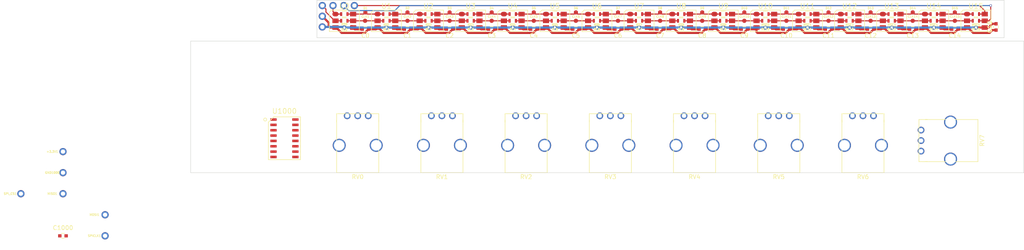
<source format=kicad_pcb>
(kicad_pcb (version 4) (host pcbnew 4.0.4-stable)

  (general
    (links 227)
    (no_connects 35)
    (area -45.353333 -44.719762 198.205002 18.615)
    (thickness 1.6)
    (drawings 11)
    (tracks 382)
    (zones 0)
    (modules 116)
    (nets 50)
  )

  (page A4)
  (layers
    (0 F.Cu signal)
    (31 B.Cu signal)
    (32 B.Adhes user)
    (33 F.Adhes user)
    (34 B.Paste user)
    (35 F.Paste user)
    (36 B.SilkS user)
    (37 F.SilkS user)
    (38 B.Mask user)
    (39 F.Mask user)
    (40 Dwgs.User user)
    (41 Cmts.User user)
    (42 Eco1.User user)
    (43 Eco2.User user)
    (44 Edge.Cuts user)
    (45 Margin user)
    (46 B.CrtYd user)
    (47 F.CrtYd user hide)
    (48 B.Fab user)
    (49 F.Fab user)
  )

  (setup
    (last_trace_width 0.25)
    (trace_clearance 0.2)
    (zone_clearance 0.508)
    (zone_45_only no)
    (trace_min 0.2)
    (segment_width 0.2)
    (edge_width 0.1)
    (via_size 0.6)
    (via_drill 0.4)
    (via_min_size 0.4)
    (via_min_drill 0.3)
    (uvia_size 0.3)
    (uvia_drill 0.1)
    (uvias_allowed no)
    (uvia_min_size 0.2)
    (uvia_min_drill 0.1)
    (pcb_text_width 0.3)
    (pcb_text_size 1.5 1.5)
    (mod_edge_width 0.15)
    (mod_text_size 1 1)
    (mod_text_width 0.15)
    (pad_size 1.7272 1.7272)
    (pad_drill 0)
    (pad_to_mask_clearance 0)
    (aux_axis_origin 0 0)
    (grid_origin 189.68 0)
    (visible_elements 7FFEFFFF)
    (pcbplotparams
      (layerselection 0x00030_80000001)
      (usegerberextensions false)
      (excludeedgelayer true)
      (linewidth 0.100000)
      (plotframeref false)
      (viasonmask false)
      (mode 1)
      (useauxorigin false)
      (hpglpennumber 1)
      (hpglpenspeed 20)
      (hpglpendiameter 15)
      (hpglpenoverlay 2)
      (psnegative false)
      (psa4output false)
      (plotreference true)
      (plotvalue true)
      (plotinvisibletext false)
      (padsonsilk false)
      (subtractmaskfromsilk false)
      (outputformat 1)
      (mirror false)
      (drillshape 1)
      (scaleselection 1)
      (outputdirectory ""))
  )

  (net 0 "")
  (net 1 +5V)
  (net 2 GND)
  (net 3 "Net-(CLK0-Pad1)")
  (net 4 "Net-(CLK1-Pad1)")
  (net 5 "Net-(CLK2-Pad1)")
  (net 6 "Net-(CLK3-Pad1)")
  (net 7 "Net-(CLK5-Pad1)")
  (net 8 "Net-(CLK6-Pad1)")
  (net 9 "Net-(CLK7-Pad1)")
  (net 10 "Net-(D0-Pad1)")
  (net 11 "Net-(D1-Pad1)")
  (net 12 "Net-(D2-Pad1)")
  (net 13 "Net-(D3-Pad1)")
  (net 14 "Net-(D5-Pad1)")
  (net 15 "Net-(D6-Pad1)")
  (net 16 "Net-(D7-Pad1)")
  (net 17 "Net-(CLK9-Pad1)")
  (net 18 "Net-(CLK10-Pad1)")
  (net 19 "Net-(CLK11-Pad1)")
  (net 20 "Net-(CLK13-Pad1)")
  (net 21 "Net-(CLK14-Pad1)")
  (net 22 "Net-(CLK15-Pad1)")
  (net 23 "Net-(D9-Pad1)")
  (net 24 "Net-(D10-Pad1)")
  (net 25 "Net-(D11-Pad1)")
  (net 26 "Net-(D13-Pad1)")
  (net 27 "Net-(D14-Pad1)")
  (net 28 "Net-(D15-Pad1)")
  (net 29 /LED_Strip/CLK4)
  (net 30 /LED_Strip/CLK8)
  (net 31 /LED_Strip/CLK12)
  (net 32 /LED_Strip/CLK16)
  (net 33 /LED_Strip/D4)
  (net 34 /LED_Strip/D8)
  (net 35 /LED_Strip/D12)
  (net 36 /LED_Strip/D16)
  (net 37 +3V3)
  (net 38 "Net-(MISO1-Pad1)")
  (net 39 "Net-(MOSI1-Pad1)")
  (net 40 /Knobs/P0)
  (net 41 /Knobs/P1)
  (net 42 /Knobs/P2)
  (net 43 /Knobs/P3)
  (net 44 /Knobs/P4)
  (net 45 /Knobs/P5)
  (net 46 /Knobs/P6)
  (net 47 /Knobs/P7)
  (net 48 "Net-(SPICLK1-Pad1)")
  (net 49 "Net-(SPI_CS1-Pad1)")

  (net_class Default "This is the default net class."
    (clearance 0.2)
    (trace_width 0.25)
    (via_dia 0.6)
    (via_drill 0.4)
    (uvia_dia 0.3)
    (uvia_drill 0.1)
    (add_net +3V3)
    (add_net +5V)
    (add_net /Knobs/P0)
    (add_net /Knobs/P1)
    (add_net /Knobs/P2)
    (add_net /Knobs/P3)
    (add_net /Knobs/P4)
    (add_net /Knobs/P5)
    (add_net /Knobs/P6)
    (add_net /Knobs/P7)
    (add_net /LED_Strip/CLK12)
    (add_net /LED_Strip/CLK16)
    (add_net /LED_Strip/CLK4)
    (add_net /LED_Strip/CLK8)
    (add_net /LED_Strip/D12)
    (add_net /LED_Strip/D16)
    (add_net /LED_Strip/D4)
    (add_net /LED_Strip/D8)
    (add_net GND)
    (add_net "Net-(CLK0-Pad1)")
    (add_net "Net-(CLK1-Pad1)")
    (add_net "Net-(CLK10-Pad1)")
    (add_net "Net-(CLK11-Pad1)")
    (add_net "Net-(CLK13-Pad1)")
    (add_net "Net-(CLK14-Pad1)")
    (add_net "Net-(CLK15-Pad1)")
    (add_net "Net-(CLK2-Pad1)")
    (add_net "Net-(CLK3-Pad1)")
    (add_net "Net-(CLK5-Pad1)")
    (add_net "Net-(CLK6-Pad1)")
    (add_net "Net-(CLK7-Pad1)")
    (add_net "Net-(CLK9-Pad1)")
    (add_net "Net-(D0-Pad1)")
    (add_net "Net-(D1-Pad1)")
    (add_net "Net-(D10-Pad1)")
    (add_net "Net-(D11-Pad1)")
    (add_net "Net-(D13-Pad1)")
    (add_net "Net-(D14-Pad1)")
    (add_net "Net-(D15-Pad1)")
    (add_net "Net-(D2-Pad1)")
    (add_net "Net-(D3-Pad1)")
    (add_net "Net-(D5-Pad1)")
    (add_net "Net-(D6-Pad1)")
    (add_net "Net-(D7-Pad1)")
    (add_net "Net-(D9-Pad1)")
    (add_net "Net-(MISO1-Pad1)")
    (add_net "Net-(MOSI1-Pad1)")
    (add_net "Net-(SPICLK1-Pad1)")
    (add_net "Net-(SPI_CS1-Pad1)")
  )

  (module Liberry:RV09AF-40-20K-B10K (layer F.Cu) (tedit 582DFFE1) (tstamp 582E1168)
    (at 119.68 -10 180)
    (path /582E5E18/582E6659)
    (fp_text reference RV4 (at 0 -11 180) (layer F.SilkS)
      (effects (font (size 1 1) (thickness 0.15)))
    )
    (fp_text value POT (at 1 6 180) (layer F.Fab)
      (effects (font (size 1 1) (thickness 0.15)))
    )
    (fp_line (start 7.5 -12.5) (end -7.5 -12.5) (layer F.CrtYd) (width 0.15))
    (fp_line (start 7.5 5) (end 7.5 -12.5) (layer F.CrtYd) (width 0.15))
    (fp_line (start -7.5 5) (end 7.5 5) (layer F.CrtYd) (width 0.15))
    (fp_line (start -7.5 -12.5) (end -7.5 5) (layer F.CrtYd) (width 0.15))
    (fp_line (start -5 4) (end -5 2) (layer F.SilkS) (width 0.15))
    (fp_line (start 5 4) (end 5 2) (layer F.SilkS) (width 0.15))
    (fp_line (start -5 2.5) (end -5 -10) (layer F.SilkS) (width 0.15))
    (fp_line (start 5 4) (end -5 4) (layer F.SilkS) (width 0.15))
    (fp_line (start 5 -10) (end 5 2.5) (layer F.SilkS) (width 0.15))
    (fp_line (start -5 -10) (end 5 -10) (layer F.SilkS) (width 0.15))
    (pad "" thru_hole circle (at -4.3942 -3.5052 180) (size 3.1 3.1) (drill 2.5) (layers *.Cu *.Mask))
    (pad "" thru_hole circle (at 4.3942 -3.5052 180) (size 3.1 3.1) (drill 2.5) (layers *.Cu *.Mask))
    (pad 3 thru_hole circle (at -2.5 3.5052 180) (size 1.6 1.6) (drill 1) (layers *.Cu *.Mask)
      (net 2 GND))
    (pad 2 thru_hole circle (at 0 3.5052 180) (size 1.6 1.6) (drill 1) (layers *.Cu *.Mask)
      (net 44 /Knobs/P4))
    (pad 1 thru_hole circle (at 2.5 3.5052 180) (size 1.6 1.6) (drill 1) (layers *.Cu *.Mask)
      (net 37 +3V3))
  )

  (module Liberry:RV09AF-40-20K-B10K (layer F.Cu) (tedit 582DFFE1) (tstamp 582E11A1)
    (at 176.98 -7.62 270)
    (path /582E5E18/582E66A1)
    (fp_text reference RV7 (at 0 -11 270) (layer F.SilkS)
      (effects (font (size 1 1) (thickness 0.15)))
    )
    (fp_text value POT (at 1 6 270) (layer F.Fab)
      (effects (font (size 1 1) (thickness 0.15)))
    )
    (fp_line (start 7.5 -12.5) (end -7.5 -12.5) (layer F.CrtYd) (width 0.15))
    (fp_line (start 7.5 5) (end 7.5 -12.5) (layer F.CrtYd) (width 0.15))
    (fp_line (start -7.5 5) (end 7.5 5) (layer F.CrtYd) (width 0.15))
    (fp_line (start -7.5 -12.5) (end -7.5 5) (layer F.CrtYd) (width 0.15))
    (fp_line (start -5 4) (end -5 2) (layer F.SilkS) (width 0.15))
    (fp_line (start 5 4) (end 5 2) (layer F.SilkS) (width 0.15))
    (fp_line (start -5 2.5) (end -5 -10) (layer F.SilkS) (width 0.15))
    (fp_line (start 5 4) (end -5 4) (layer F.SilkS) (width 0.15))
    (fp_line (start 5 -10) (end 5 2.5) (layer F.SilkS) (width 0.15))
    (fp_line (start -5 -10) (end 5 -10) (layer F.SilkS) (width 0.15))
    (pad "" thru_hole circle (at -4.3942 -3.5052 270) (size 3.1 3.1) (drill 2.5) (layers *.Cu *.Mask))
    (pad "" thru_hole circle (at 4.3942 -3.5052 270) (size 3.1 3.1) (drill 2.5) (layers *.Cu *.Mask))
    (pad 3 thru_hole circle (at -2.5 3.5052 270) (size 1.6 1.6) (drill 1) (layers *.Cu *.Mask)
      (net 2 GND))
    (pad 2 thru_hole circle (at 0 3.5052 270) (size 1.6 1.6) (drill 1) (layers *.Cu *.Mask)
      (net 47 /Knobs/P7))
    (pad 1 thru_hole circle (at 2.5 3.5052 270) (size 1.6 1.6) (drill 1) (layers *.Cu *.Mask)
      (net 37 +3V3))
  )

  (module Liberry:PLCC6-1.6x4.2_LED (layer F.Cu) (tedit 582B4DE8) (tstamp 582B8516)
    (at 36.5 -36.07)
    (path /582E4C4F/582CB046)
    (fp_text reference U0 (at 0 -3.5) (layer F.SilkS)
      (effects (font (size 1.2 1.2) (thickness 0.15)))
    )
    (fp_text value APA102C (at 0 4.572) (layer F.Fab)
      (effects (font (size 1.2 1.2) (thickness 0.15)))
    )
    (fp_line (start -3.556 -2.032) (end -3.556 -1.524) (layer F.Fab) (width 0.15))
    (fp_line (start -3.048 -2.54) (end -3.556 -2.032) (layer F.Fab) (width 0.15))
    (fp_line (start -2.54 -2.54) (end -3.048 -2.54) (layer F.Fab) (width 0.15))
    (fp_line (start 3.556 -2.54) (end 2.54 -2.54) (layer F.Fab) (width 0.15))
    (fp_line (start 3.556 -1.524) (end 3.556 -2.54) (layer F.Fab) (width 0.15))
    (fp_line (start 3.556 2.54) (end 3.556 1.524) (layer F.Fab) (width 0.15))
    (fp_line (start 2.54 2.54) (end 3.556 2.54) (layer F.Fab) (width 0.15))
    (fp_line (start -3.556 2.54) (end -2.54 2.54) (layer F.Fab) (width 0.15))
    (fp_line (start -3.556 1.524) (end -3.556 2.54) (layer F.Fab) (width 0.15))
    (fp_line (start -5.08 -2.54) (end -5.08 3.556) (layer F.CrtYd) (width 0.15))
    (fp_line (start -4.064 -3.556) (end -5.08 -2.54) (layer F.CrtYd) (width 0.15))
    (fp_line (start 5.08 -3.556) (end -4.064 -3.556) (layer F.CrtYd) (width 0.15))
    (fp_line (start 5.08 3.556) (end 5.08 -3.556) (layer F.CrtYd) (width 0.15))
    (fp_line (start -5.08 3.556) (end 5.08 3.556) (layer F.CrtYd) (width 0.15))
    (fp_line (start 3.556 2.54) (end -3.556 2.54) (layer F.SilkS) (width 0.15))
    (fp_line (start 3.556 -2.54) (end 3.556 2.54) (layer F.SilkS) (width 0.15))
    (fp_line (start -3.048 -2.54) (end 3.556 -2.54) (layer F.SilkS) (width 0.15))
    (fp_line (start -3.556 -2.032) (end -3.048 -2.54) (layer F.SilkS) (width 0.15))
    (fp_line (start -3.556 2.54) (end -3.556 -2.032) (layer F.SilkS) (width 0.15))
    (pad 6 smd rect (at 2.1 -1.6 270) (size 1.089615 1.469615) (layers F.Cu F.Paste F.Mask)
      (net 11 "Net-(D1-Pad1)"))
    (pad 1 smd oval (at -2.1 -1.6 270) (size 1.089615 1.469615) (layers F.Cu F.Paste F.Mask)
      (net 10 "Net-(D0-Pad1)"))
    (pad 5 smd rect (at 2.1 0 270) (size 1.089615 1.469615) (layers F.Cu F.Paste F.Mask)
      (net 4 "Net-(CLK1-Pad1)"))
    (pad 2 smd rect (at -2.1 0 270) (size 1.089615 1.469615) (layers F.Cu F.Paste F.Mask)
      (net 3 "Net-(CLK0-Pad1)"))
    (pad 4 smd rect (at 2.1 1.6 270) (size 1.089615 1.469615) (layers F.Cu F.Paste F.Mask)
      (net 1 +5V))
    (pad 3 smd rect (at -2.1 1.6 270) (size 1.089615 1.469615) (layers F.Cu F.Paste F.Mask)
      (net 2 GND))
  )

  (module Capacitors_SMD:C_0603 (layer F.Cu) (tedit 5415D631) (tstamp 582B83EF)
    (at 41.5 -34.07)
    (descr "Capacitor SMD 0603, reflow soldering, AVX (see smccp.pdf)")
    (tags "capacitor 0603")
    (path /582E4C4F/582CB071)
    (attr smd)
    (fp_text reference C0 (at 0 1.5) (layer F.SilkS)
      (effects (font (size 1 1) (thickness 0.15)))
    )
    (fp_text value 0.1u (at 0 1.9) (layer F.Fab)
      (effects (font (size 1 1) (thickness 0.15)))
    )
    (fp_line (start -0.8 0.4) (end -0.8 -0.4) (layer F.Fab) (width 0.15))
    (fp_line (start 0.8 0.4) (end -0.8 0.4) (layer F.Fab) (width 0.15))
    (fp_line (start 0.8 -0.4) (end 0.8 0.4) (layer F.Fab) (width 0.15))
    (fp_line (start -0.8 -0.4) (end 0.8 -0.4) (layer F.Fab) (width 0.15))
    (fp_line (start -1.45 -0.75) (end 1.45 -0.75) (layer F.CrtYd) (width 0.05))
    (fp_line (start -1.45 0.75) (end 1.45 0.75) (layer F.CrtYd) (width 0.05))
    (fp_line (start -1.45 -0.75) (end -1.45 0.75) (layer F.CrtYd) (width 0.05))
    (fp_line (start 1.45 -0.75) (end 1.45 0.75) (layer F.CrtYd) (width 0.05))
    (fp_line (start -0.35 -0.6) (end 0.35 -0.6) (layer F.SilkS) (width 0.15))
    (fp_line (start 0.35 0.6) (end -0.35 0.6) (layer F.SilkS) (width 0.15))
    (pad 1 smd rect (at -0.75 0) (size 0.8 0.75) (layers F.Cu F.Paste F.Mask)
      (net 1 +5V))
    (pad 2 smd rect (at 0.75 0) (size 0.8 0.75) (layers F.Cu F.Paste F.Mask)
      (net 2 GND))
    (model Capacitors_SMD.3dshapes/C_0603.wrl
      (at (xyz 0 0 0))
      (scale (xyz 1 1 1))
      (rotate (xyz 0 0 0))
    )
  )

  (module Capacitors_SMD:C_0603 (layer F.Cu) (tedit 5415D631) (tstamp 582B83FF)
    (at 51.5 -34.07)
    (descr "Capacitor SMD 0603, reflow soldering, AVX (see smccp.pdf)")
    (tags "capacitor 0603")
    (path /582E4C4F/582C8465)
    (attr smd)
    (fp_text reference C1 (at 0 1.5) (layer F.SilkS)
      (effects (font (size 1 1) (thickness 0.15)))
    )
    (fp_text value 0.1u (at 0 1.9) (layer F.Fab)
      (effects (font (size 1 1) (thickness 0.15)))
    )
    (fp_line (start -0.8 0.4) (end -0.8 -0.4) (layer F.Fab) (width 0.15))
    (fp_line (start 0.8 0.4) (end -0.8 0.4) (layer F.Fab) (width 0.15))
    (fp_line (start 0.8 -0.4) (end 0.8 0.4) (layer F.Fab) (width 0.15))
    (fp_line (start -0.8 -0.4) (end 0.8 -0.4) (layer F.Fab) (width 0.15))
    (fp_line (start -1.45 -0.75) (end 1.45 -0.75) (layer F.CrtYd) (width 0.05))
    (fp_line (start -1.45 0.75) (end 1.45 0.75) (layer F.CrtYd) (width 0.05))
    (fp_line (start -1.45 -0.75) (end -1.45 0.75) (layer F.CrtYd) (width 0.05))
    (fp_line (start 1.45 -0.75) (end 1.45 0.75) (layer F.CrtYd) (width 0.05))
    (fp_line (start -0.35 -0.6) (end 0.35 -0.6) (layer F.SilkS) (width 0.15))
    (fp_line (start 0.35 0.6) (end -0.35 0.6) (layer F.SilkS) (width 0.15))
    (pad 1 smd rect (at -0.75 0) (size 0.8 0.75) (layers F.Cu F.Paste F.Mask)
      (net 1 +5V))
    (pad 2 smd rect (at 0.75 0) (size 0.8 0.75) (layers F.Cu F.Paste F.Mask)
      (net 2 GND))
    (model Capacitors_SMD.3dshapes/C_0603.wrl
      (at (xyz 0 0 0))
      (scale (xyz 1 1 1))
      (rotate (xyz 0 0 0))
    )
  )

  (module Capacitors_SMD:C_0603 (layer F.Cu) (tedit 5415D631) (tstamp 582B840F)
    (at 61.5 -34.07)
    (descr "Capacitor SMD 0603, reflow soldering, AVX (see smccp.pdf)")
    (tags "capacitor 0603")
    (path /582E4C4F/582C86A1)
    (attr smd)
    (fp_text reference C2 (at 0 1.5) (layer F.SilkS)
      (effects (font (size 1 1) (thickness 0.15)))
    )
    (fp_text value 0.1u (at 0 1.9) (layer F.Fab)
      (effects (font (size 1 1) (thickness 0.15)))
    )
    (fp_line (start -0.8 0.4) (end -0.8 -0.4) (layer F.Fab) (width 0.15))
    (fp_line (start 0.8 0.4) (end -0.8 0.4) (layer F.Fab) (width 0.15))
    (fp_line (start 0.8 -0.4) (end 0.8 0.4) (layer F.Fab) (width 0.15))
    (fp_line (start -0.8 -0.4) (end 0.8 -0.4) (layer F.Fab) (width 0.15))
    (fp_line (start -1.45 -0.75) (end 1.45 -0.75) (layer F.CrtYd) (width 0.05))
    (fp_line (start -1.45 0.75) (end 1.45 0.75) (layer F.CrtYd) (width 0.05))
    (fp_line (start -1.45 -0.75) (end -1.45 0.75) (layer F.CrtYd) (width 0.05))
    (fp_line (start 1.45 -0.75) (end 1.45 0.75) (layer F.CrtYd) (width 0.05))
    (fp_line (start -0.35 -0.6) (end 0.35 -0.6) (layer F.SilkS) (width 0.15))
    (fp_line (start 0.35 0.6) (end -0.35 0.6) (layer F.SilkS) (width 0.15))
    (pad 1 smd rect (at -0.75 0) (size 0.8 0.75) (layers F.Cu F.Paste F.Mask)
      (net 1 +5V))
    (pad 2 smd rect (at 0.75 0) (size 0.8 0.75) (layers F.Cu F.Paste F.Mask)
      (net 2 GND))
    (model Capacitors_SMD.3dshapes/C_0603.wrl
      (at (xyz 0 0 0))
      (scale (xyz 1 1 1))
      (rotate (xyz 0 0 0))
    )
  )

  (module Capacitors_SMD:C_0603 (layer F.Cu) (tedit 5415D631) (tstamp 582B841F)
    (at 71.5 -34.07)
    (descr "Capacitor SMD 0603, reflow soldering, AVX (see smccp.pdf)")
    (tags "capacitor 0603")
    (path /582E4C4F/582C8BAB)
    (attr smd)
    (fp_text reference C3 (at 0 1.5) (layer F.SilkS)
      (effects (font (size 1 1) (thickness 0.15)))
    )
    (fp_text value 0.1u (at 0 1.9) (layer F.Fab)
      (effects (font (size 1 1) (thickness 0.15)))
    )
    (fp_line (start -0.8 0.4) (end -0.8 -0.4) (layer F.Fab) (width 0.15))
    (fp_line (start 0.8 0.4) (end -0.8 0.4) (layer F.Fab) (width 0.15))
    (fp_line (start 0.8 -0.4) (end 0.8 0.4) (layer F.Fab) (width 0.15))
    (fp_line (start -0.8 -0.4) (end 0.8 -0.4) (layer F.Fab) (width 0.15))
    (fp_line (start -1.45 -0.75) (end 1.45 -0.75) (layer F.CrtYd) (width 0.05))
    (fp_line (start -1.45 0.75) (end 1.45 0.75) (layer F.CrtYd) (width 0.05))
    (fp_line (start -1.45 -0.75) (end -1.45 0.75) (layer F.CrtYd) (width 0.05))
    (fp_line (start 1.45 -0.75) (end 1.45 0.75) (layer F.CrtYd) (width 0.05))
    (fp_line (start -0.35 -0.6) (end 0.35 -0.6) (layer F.SilkS) (width 0.15))
    (fp_line (start 0.35 0.6) (end -0.35 0.6) (layer F.SilkS) (width 0.15))
    (pad 1 smd rect (at -0.75 0) (size 0.8 0.75) (layers F.Cu F.Paste F.Mask)
      (net 1 +5V))
    (pad 2 smd rect (at 0.75 0) (size 0.8 0.75) (layers F.Cu F.Paste F.Mask)
      (net 2 GND))
    (model Capacitors_SMD.3dshapes/C_0603.wrl
      (at (xyz 0 0 0))
      (scale (xyz 1 1 1))
      (rotate (xyz 0 0 0))
    )
  )

  (module Capacitors_SMD:C_0603 (layer F.Cu) (tedit 5415D631) (tstamp 582B842F)
    (at 81.5 -34.07)
    (descr "Capacitor SMD 0603, reflow soldering, AVX (see smccp.pdf)")
    (tags "capacitor 0603")
    (path /582E4C4F/582CA13B)
    (attr smd)
    (fp_text reference C4 (at 0 1.5) (layer F.SilkS)
      (effects (font (size 1 1) (thickness 0.15)))
    )
    (fp_text value 0.1u (at 0 1.9) (layer F.Fab)
      (effects (font (size 1 1) (thickness 0.15)))
    )
    (fp_line (start -0.8 0.4) (end -0.8 -0.4) (layer F.Fab) (width 0.15))
    (fp_line (start 0.8 0.4) (end -0.8 0.4) (layer F.Fab) (width 0.15))
    (fp_line (start 0.8 -0.4) (end 0.8 0.4) (layer F.Fab) (width 0.15))
    (fp_line (start -0.8 -0.4) (end 0.8 -0.4) (layer F.Fab) (width 0.15))
    (fp_line (start -1.45 -0.75) (end 1.45 -0.75) (layer F.CrtYd) (width 0.05))
    (fp_line (start -1.45 0.75) (end 1.45 0.75) (layer F.CrtYd) (width 0.05))
    (fp_line (start -1.45 -0.75) (end -1.45 0.75) (layer F.CrtYd) (width 0.05))
    (fp_line (start 1.45 -0.75) (end 1.45 0.75) (layer F.CrtYd) (width 0.05))
    (fp_line (start -0.35 -0.6) (end 0.35 -0.6) (layer F.SilkS) (width 0.15))
    (fp_line (start 0.35 0.6) (end -0.35 0.6) (layer F.SilkS) (width 0.15))
    (pad 1 smd rect (at -0.75 0) (size 0.8 0.75) (layers F.Cu F.Paste F.Mask)
      (net 1 +5V))
    (pad 2 smd rect (at 0.75 0) (size 0.8 0.75) (layers F.Cu F.Paste F.Mask)
      (net 2 GND))
    (model Capacitors_SMD.3dshapes/C_0603.wrl
      (at (xyz 0 0 0))
      (scale (xyz 1 1 1))
      (rotate (xyz 0 0 0))
    )
  )

  (module Capacitors_SMD:C_0603 (layer F.Cu) (tedit 5415D631) (tstamp 582B843F)
    (at 91.5 -34.07)
    (descr "Capacitor SMD 0603, reflow soldering, AVX (see smccp.pdf)")
    (tags "capacitor 0603")
    (path /582E4C4F/582CA18F)
    (attr smd)
    (fp_text reference C5 (at 0 1.5) (layer F.SilkS)
      (effects (font (size 1 1) (thickness 0.15)))
    )
    (fp_text value 0.1u (at 0 1.9) (layer F.Fab)
      (effects (font (size 1 1) (thickness 0.15)))
    )
    (fp_line (start -0.8 0.4) (end -0.8 -0.4) (layer F.Fab) (width 0.15))
    (fp_line (start 0.8 0.4) (end -0.8 0.4) (layer F.Fab) (width 0.15))
    (fp_line (start 0.8 -0.4) (end 0.8 0.4) (layer F.Fab) (width 0.15))
    (fp_line (start -0.8 -0.4) (end 0.8 -0.4) (layer F.Fab) (width 0.15))
    (fp_line (start -1.45 -0.75) (end 1.45 -0.75) (layer F.CrtYd) (width 0.05))
    (fp_line (start -1.45 0.75) (end 1.45 0.75) (layer F.CrtYd) (width 0.05))
    (fp_line (start -1.45 -0.75) (end -1.45 0.75) (layer F.CrtYd) (width 0.05))
    (fp_line (start 1.45 -0.75) (end 1.45 0.75) (layer F.CrtYd) (width 0.05))
    (fp_line (start -0.35 -0.6) (end 0.35 -0.6) (layer F.SilkS) (width 0.15))
    (fp_line (start 0.35 0.6) (end -0.35 0.6) (layer F.SilkS) (width 0.15))
    (pad 1 smd rect (at -0.75 0) (size 0.8 0.75) (layers F.Cu F.Paste F.Mask)
      (net 1 +5V))
    (pad 2 smd rect (at 0.75 0) (size 0.8 0.75) (layers F.Cu F.Paste F.Mask)
      (net 2 GND))
    (model Capacitors_SMD.3dshapes/C_0603.wrl
      (at (xyz 0 0 0))
      (scale (xyz 1 1 1))
      (rotate (xyz 0 0 0))
    )
  )

  (module Capacitors_SMD:C_0603 (layer F.Cu) (tedit 5415D631) (tstamp 582B844F)
    (at 101.5 -34.07)
    (descr "Capacitor SMD 0603, reflow soldering, AVX (see smccp.pdf)")
    (tags "capacitor 0603")
    (path /582E4C4F/582CA543)
    (attr smd)
    (fp_text reference C6 (at 0 1.5) (layer F.SilkS)
      (effects (font (size 1 1) (thickness 0.15)))
    )
    (fp_text value 0.1u (at 0 1.9) (layer F.Fab)
      (effects (font (size 1 1) (thickness 0.15)))
    )
    (fp_line (start -0.8 0.4) (end -0.8 -0.4) (layer F.Fab) (width 0.15))
    (fp_line (start 0.8 0.4) (end -0.8 0.4) (layer F.Fab) (width 0.15))
    (fp_line (start 0.8 -0.4) (end 0.8 0.4) (layer F.Fab) (width 0.15))
    (fp_line (start -0.8 -0.4) (end 0.8 -0.4) (layer F.Fab) (width 0.15))
    (fp_line (start -1.45 -0.75) (end 1.45 -0.75) (layer F.CrtYd) (width 0.05))
    (fp_line (start -1.45 0.75) (end 1.45 0.75) (layer F.CrtYd) (width 0.05))
    (fp_line (start -1.45 -0.75) (end -1.45 0.75) (layer F.CrtYd) (width 0.05))
    (fp_line (start 1.45 -0.75) (end 1.45 0.75) (layer F.CrtYd) (width 0.05))
    (fp_line (start -0.35 -0.6) (end 0.35 -0.6) (layer F.SilkS) (width 0.15))
    (fp_line (start 0.35 0.6) (end -0.35 0.6) (layer F.SilkS) (width 0.15))
    (pad 1 smd rect (at -0.75 0) (size 0.8 0.75) (layers F.Cu F.Paste F.Mask)
      (net 1 +5V))
    (pad 2 smd rect (at 0.75 0) (size 0.8 0.75) (layers F.Cu F.Paste F.Mask)
      (net 2 GND))
    (model Capacitors_SMD.3dshapes/C_0603.wrl
      (at (xyz 0 0 0))
      (scale (xyz 1 1 1))
      (rotate (xyz 0 0 0))
    )
  )

  (module Capacitors_SMD:C_0603 (layer F.Cu) (tedit 5415D631) (tstamp 582B845F)
    (at 111.5 -34.07)
    (descr "Capacitor SMD 0603, reflow soldering, AVX (see smccp.pdf)")
    (tags "capacitor 0603")
    (path /582E4C4F/582CA597)
    (attr smd)
    (fp_text reference C7 (at 0 1.5) (layer F.SilkS)
      (effects (font (size 1 1) (thickness 0.15)))
    )
    (fp_text value 0.1u (at 0 1.9) (layer F.Fab)
      (effects (font (size 1 1) (thickness 0.15)))
    )
    (fp_line (start -0.8 0.4) (end -0.8 -0.4) (layer F.Fab) (width 0.15))
    (fp_line (start 0.8 0.4) (end -0.8 0.4) (layer F.Fab) (width 0.15))
    (fp_line (start 0.8 -0.4) (end 0.8 0.4) (layer F.Fab) (width 0.15))
    (fp_line (start -0.8 -0.4) (end 0.8 -0.4) (layer F.Fab) (width 0.15))
    (fp_line (start -1.45 -0.75) (end 1.45 -0.75) (layer F.CrtYd) (width 0.05))
    (fp_line (start -1.45 0.75) (end 1.45 0.75) (layer F.CrtYd) (width 0.05))
    (fp_line (start -1.45 -0.75) (end -1.45 0.75) (layer F.CrtYd) (width 0.05))
    (fp_line (start 1.45 -0.75) (end 1.45 0.75) (layer F.CrtYd) (width 0.05))
    (fp_line (start -0.35 -0.6) (end 0.35 -0.6) (layer F.SilkS) (width 0.15))
    (fp_line (start 0.35 0.6) (end -0.35 0.6) (layer F.SilkS) (width 0.15))
    (pad 1 smd rect (at -0.75 0) (size 0.8 0.75) (layers F.Cu F.Paste F.Mask)
      (net 1 +5V))
    (pad 2 smd rect (at 0.75 0) (size 0.8 0.75) (layers F.Cu F.Paste F.Mask)
      (net 2 GND))
    (model Capacitors_SMD.3dshapes/C_0603.wrl
      (at (xyz 0 0 0))
      (scale (xyz 1 1 1))
      (rotate (xyz 0 0 0))
    )
  )

  (module Liberry:single_0.1 (layer F.Cu) (tedit 582BC877) (tstamp 582B8464)
    (at 31.27 -39.69)
    (descr "10 pins through hole IDC header")
    (tags "IDC header socket VASCH")
    (path /582E4C4F/582CB038)
    (fp_text reference CLK0 (at -2.54 0) (layer F.SilkS) hide
      (effects (font (size 0.5 0.5) (thickness 0.125)))
    )
    (fp_text value CONN_01X01 (at 0 2.54) (layer F.Fab)
      (effects (font (size 1 1) (thickness 0.15)))
    )
    (pad 1 thru_hole circle (at 0 0) (size 1.7272 1.7272) (drill 1.016) (layers *.Cu *.Mask)
      (net 3 "Net-(CLK0-Pad1)"))
  )

  (module Liberry:single_0.1 (layer F.Cu) (tedit 582BC857) (tstamp 582B848C)
    (at 36.35 -39.69)
    (descr "10 pins through hole IDC header")
    (tags "IDC header socket VASCH")
    (path /582E4C4F/582CC5EB)
    (fp_text reference CLKOUT1 (at 0 -3.175 90) (layer F.SilkS) hide
      (effects (font (size 0.5 0.5) (thickness 0.125)))
    )
    (fp_text value CONN_01X01 (at 0 2.54) (layer F.Fab)
      (effects (font (size 1 1) (thickness 0.15)))
    )
    (pad 1 thru_hole circle (at 0 0) (size 1.7272 1.7272) (drill 1.016) (layers *.Cu *.Mask)
      (net 32 /LED_Strip/CLK16))
  )

  (module Liberry:single_0.1 (layer F.Cu) (tedit 5829F5BC) (tstamp 582B8491)
    (at 33.81 -39.69)
    (descr "10 pins through hole IDC header")
    (tags "IDC header socket VASCH")
    (path /582E4C4F/582CB030)
    (fp_text reference D0 (at -2.54 0) (layer F.SilkS)
      (effects (font (size 0.5 0.5) (thickness 0.125)))
    )
    (fp_text value CONN_01X01 (at 0 2.54) (layer F.Fab)
      (effects (font (size 1 1) (thickness 0.15)))
    )
    (pad 1 thru_hole circle (at 0 0) (size 1.7272 1.7272) (drill 1.016) (layers *.Cu *.Mask)
      (net 10 "Net-(D0-Pad1)"))
  )

  (module Liberry:single_0.1 (layer F.Cu) (tedit 582BC863) (tstamp 582B84B9)
    (at 38.89 -39.69)
    (descr "10 pins through hole IDC header")
    (tags "IDC header socket VASCH")
    (path /582E4C4F/582CC528)
    (fp_text reference DOUT1 (at 0 -2.54 90) (layer F.SilkS) hide
      (effects (font (size 0.5 0.5) (thickness 0.125)))
    )
    (fp_text value CONN_01X01 (at 0 2.54) (layer F.Fab)
      (effects (font (size 1 1) (thickness 0.15)))
    )
    (pad 1 thru_hole circle (at 0 0) (size 1.7272 1.7272) (drill 1.016) (layers *.Cu *.Mask)
      (net 36 /LED_Strip/D16))
  )

  (module Liberry:single_0.1 (layer F.Cu) (tedit 582BC87A) (tstamp 582B84BE)
    (at 31.27 -37.15)
    (descr "10 pins through hole IDC header")
    (tags "IDC header socket VASCH")
    (path /582E4C4F/582CB040)
    (fp_text reference GND0 (at -2.54 0) (layer F.SilkS) hide
      (effects (font (size 0.5 0.5) (thickness 0.125)))
    )
    (fp_text value CONN_01X01 (at 0 2.54) (layer F.Fab)
      (effects (font (size 1 1) (thickness 0.15)))
    )
    (pad 1 thru_hole circle (at 0 0) (size 1.7272 1.7272) (drill 1.016) (layers *.Cu *.Mask)
      (net 2 GND))
  )

  (module Liberry:PLCC6-1.6x4.2_LED (layer F.Cu) (tedit 582B4DE8) (tstamp 582B8533)
    (at 46.5 -36.07)
    (path /582E4C4F/582B737E)
    (fp_text reference U1 (at 0 -3.5) (layer F.SilkS)
      (effects (font (size 1.2 1.2) (thickness 0.15)))
    )
    (fp_text value APA102C (at 0 4.572) (layer F.Fab)
      (effects (font (size 1.2 1.2) (thickness 0.15)))
    )
    (fp_line (start -3.556 -2.032) (end -3.556 -1.524) (layer F.Fab) (width 0.15))
    (fp_line (start -3.048 -2.54) (end -3.556 -2.032) (layer F.Fab) (width 0.15))
    (fp_line (start -2.54 -2.54) (end -3.048 -2.54) (layer F.Fab) (width 0.15))
    (fp_line (start 3.556 -2.54) (end 2.54 -2.54) (layer F.Fab) (width 0.15))
    (fp_line (start 3.556 -1.524) (end 3.556 -2.54) (layer F.Fab) (width 0.15))
    (fp_line (start 3.556 2.54) (end 3.556 1.524) (layer F.Fab) (width 0.15))
    (fp_line (start 2.54 2.54) (end 3.556 2.54) (layer F.Fab) (width 0.15))
    (fp_line (start -3.556 2.54) (end -2.54 2.54) (layer F.Fab) (width 0.15))
    (fp_line (start -3.556 1.524) (end -3.556 2.54) (layer F.Fab) (width 0.15))
    (fp_line (start -5.08 -2.54) (end -5.08 3.556) (layer F.CrtYd) (width 0.15))
    (fp_line (start -4.064 -3.556) (end -5.08 -2.54) (layer F.CrtYd) (width 0.15))
    (fp_line (start 5.08 -3.556) (end -4.064 -3.556) (layer F.CrtYd) (width 0.15))
    (fp_line (start 5.08 3.556) (end 5.08 -3.556) (layer F.CrtYd) (width 0.15))
    (fp_line (start -5.08 3.556) (end 5.08 3.556) (layer F.CrtYd) (width 0.15))
    (fp_line (start 3.556 2.54) (end -3.556 2.54) (layer F.SilkS) (width 0.15))
    (fp_line (start 3.556 -2.54) (end 3.556 2.54) (layer F.SilkS) (width 0.15))
    (fp_line (start -3.048 -2.54) (end 3.556 -2.54) (layer F.SilkS) (width 0.15))
    (fp_line (start -3.556 -2.032) (end -3.048 -2.54) (layer F.SilkS) (width 0.15))
    (fp_line (start -3.556 2.54) (end -3.556 -2.032) (layer F.SilkS) (width 0.15))
    (pad 6 smd rect (at 2.1 -1.6 270) (size 1.089615 1.469615) (layers F.Cu F.Paste F.Mask)
      (net 12 "Net-(D2-Pad1)"))
    (pad 1 smd oval (at -2.1 -1.6 270) (size 1.089615 1.469615) (layers F.Cu F.Paste F.Mask)
      (net 11 "Net-(D1-Pad1)"))
    (pad 5 smd rect (at 2.1 0 270) (size 1.089615 1.469615) (layers F.Cu F.Paste F.Mask)
      (net 5 "Net-(CLK2-Pad1)"))
    (pad 2 smd rect (at -2.1 0 270) (size 1.089615 1.469615) (layers F.Cu F.Paste F.Mask)
      (net 4 "Net-(CLK1-Pad1)"))
    (pad 4 smd rect (at 2.1 1.6 270) (size 1.089615 1.469615) (layers F.Cu F.Paste F.Mask)
      (net 1 +5V))
    (pad 3 smd rect (at -2.1 1.6 270) (size 1.089615 1.469615) (layers F.Cu F.Paste F.Mask)
      (net 2 GND))
  )

  (module Liberry:PLCC6-1.6x4.2_LED (layer F.Cu) (tedit 582B4DE8) (tstamp 582B8550)
    (at 56.5 -36.07)
    (path /582E4C4F/582C8676)
    (fp_text reference U2 (at 0 -3.5) (layer F.SilkS)
      (effects (font (size 1.2 1.2) (thickness 0.15)))
    )
    (fp_text value APA102C (at 0 4.572) (layer F.Fab)
      (effects (font (size 1.2 1.2) (thickness 0.15)))
    )
    (fp_line (start -3.556 -2.032) (end -3.556 -1.524) (layer F.Fab) (width 0.15))
    (fp_line (start -3.048 -2.54) (end -3.556 -2.032) (layer F.Fab) (width 0.15))
    (fp_line (start -2.54 -2.54) (end -3.048 -2.54) (layer F.Fab) (width 0.15))
    (fp_line (start 3.556 -2.54) (end 2.54 -2.54) (layer F.Fab) (width 0.15))
    (fp_line (start 3.556 -1.524) (end 3.556 -2.54) (layer F.Fab) (width 0.15))
    (fp_line (start 3.556 2.54) (end 3.556 1.524) (layer F.Fab) (width 0.15))
    (fp_line (start 2.54 2.54) (end 3.556 2.54) (layer F.Fab) (width 0.15))
    (fp_line (start -3.556 2.54) (end -2.54 2.54) (layer F.Fab) (width 0.15))
    (fp_line (start -3.556 1.524) (end -3.556 2.54) (layer F.Fab) (width 0.15))
    (fp_line (start -5.08 -2.54) (end -5.08 3.556) (layer F.CrtYd) (width 0.15))
    (fp_line (start -4.064 -3.556) (end -5.08 -2.54) (layer F.CrtYd) (width 0.15))
    (fp_line (start 5.08 -3.556) (end -4.064 -3.556) (layer F.CrtYd) (width 0.15))
    (fp_line (start 5.08 3.556) (end 5.08 -3.556) (layer F.CrtYd) (width 0.15))
    (fp_line (start -5.08 3.556) (end 5.08 3.556) (layer F.CrtYd) (width 0.15))
    (fp_line (start 3.556 2.54) (end -3.556 2.54) (layer F.SilkS) (width 0.15))
    (fp_line (start 3.556 -2.54) (end 3.556 2.54) (layer F.SilkS) (width 0.15))
    (fp_line (start -3.048 -2.54) (end 3.556 -2.54) (layer F.SilkS) (width 0.15))
    (fp_line (start -3.556 -2.032) (end -3.048 -2.54) (layer F.SilkS) (width 0.15))
    (fp_line (start -3.556 2.54) (end -3.556 -2.032) (layer F.SilkS) (width 0.15))
    (pad 6 smd rect (at 2.1 -1.6 270) (size 1.089615 1.469615) (layers F.Cu F.Paste F.Mask)
      (net 13 "Net-(D3-Pad1)"))
    (pad 1 smd oval (at -2.1 -1.6 270) (size 1.089615 1.469615) (layers F.Cu F.Paste F.Mask)
      (net 12 "Net-(D2-Pad1)"))
    (pad 5 smd rect (at 2.1 0 270) (size 1.089615 1.469615) (layers F.Cu F.Paste F.Mask)
      (net 6 "Net-(CLK3-Pad1)"))
    (pad 2 smd rect (at -2.1 0 270) (size 1.089615 1.469615) (layers F.Cu F.Paste F.Mask)
      (net 5 "Net-(CLK2-Pad1)"))
    (pad 4 smd rect (at 2.1 1.6 270) (size 1.089615 1.469615) (layers F.Cu F.Paste F.Mask)
      (net 1 +5V))
    (pad 3 smd rect (at -2.1 1.6 270) (size 1.089615 1.469615) (layers F.Cu F.Paste F.Mask)
      (net 2 GND))
  )

  (module Liberry:PLCC6-1.6x4.2_LED (layer F.Cu) (tedit 582B4DE8) (tstamp 582B856D)
    (at 66.5 -36.07)
    (path /582E4C4F/582C8B80)
    (fp_text reference U3 (at 0 -3.5) (layer F.SilkS)
      (effects (font (size 1.2 1.2) (thickness 0.15)))
    )
    (fp_text value APA102C (at 0 4.572) (layer F.Fab)
      (effects (font (size 1.2 1.2) (thickness 0.15)))
    )
    (fp_line (start -3.556 -2.032) (end -3.556 -1.524) (layer F.Fab) (width 0.15))
    (fp_line (start -3.048 -2.54) (end -3.556 -2.032) (layer F.Fab) (width 0.15))
    (fp_line (start -2.54 -2.54) (end -3.048 -2.54) (layer F.Fab) (width 0.15))
    (fp_line (start 3.556 -2.54) (end 2.54 -2.54) (layer F.Fab) (width 0.15))
    (fp_line (start 3.556 -1.524) (end 3.556 -2.54) (layer F.Fab) (width 0.15))
    (fp_line (start 3.556 2.54) (end 3.556 1.524) (layer F.Fab) (width 0.15))
    (fp_line (start 2.54 2.54) (end 3.556 2.54) (layer F.Fab) (width 0.15))
    (fp_line (start -3.556 2.54) (end -2.54 2.54) (layer F.Fab) (width 0.15))
    (fp_line (start -3.556 1.524) (end -3.556 2.54) (layer F.Fab) (width 0.15))
    (fp_line (start -5.08 -2.54) (end -5.08 3.556) (layer F.CrtYd) (width 0.15))
    (fp_line (start -4.064 -3.556) (end -5.08 -2.54) (layer F.CrtYd) (width 0.15))
    (fp_line (start 5.08 -3.556) (end -4.064 -3.556) (layer F.CrtYd) (width 0.15))
    (fp_line (start 5.08 3.556) (end 5.08 -3.556) (layer F.CrtYd) (width 0.15))
    (fp_line (start -5.08 3.556) (end 5.08 3.556) (layer F.CrtYd) (width 0.15))
    (fp_line (start 3.556 2.54) (end -3.556 2.54) (layer F.SilkS) (width 0.15))
    (fp_line (start 3.556 -2.54) (end 3.556 2.54) (layer F.SilkS) (width 0.15))
    (fp_line (start -3.048 -2.54) (end 3.556 -2.54) (layer F.SilkS) (width 0.15))
    (fp_line (start -3.556 -2.032) (end -3.048 -2.54) (layer F.SilkS) (width 0.15))
    (fp_line (start -3.556 2.54) (end -3.556 -2.032) (layer F.SilkS) (width 0.15))
    (pad 6 smd rect (at 2.1 -1.6 270) (size 1.089615 1.469615) (layers F.Cu F.Paste F.Mask)
      (net 33 /LED_Strip/D4))
    (pad 1 smd oval (at -2.1 -1.6 270) (size 1.089615 1.469615) (layers F.Cu F.Paste F.Mask)
      (net 13 "Net-(D3-Pad1)"))
    (pad 5 smd rect (at 2.1 0 270) (size 1.089615 1.469615) (layers F.Cu F.Paste F.Mask)
      (net 29 /LED_Strip/CLK4))
    (pad 2 smd rect (at -2.1 0 270) (size 1.089615 1.469615) (layers F.Cu F.Paste F.Mask)
      (net 6 "Net-(CLK3-Pad1)"))
    (pad 4 smd rect (at 2.1 1.6 270) (size 1.089615 1.469615) (layers F.Cu F.Paste F.Mask)
      (net 1 +5V))
    (pad 3 smd rect (at -2.1 1.6 270) (size 1.089615 1.469615) (layers F.Cu F.Paste F.Mask)
      (net 2 GND))
  )

  (module Liberry:PLCC6-1.6x4.2_LED (layer F.Cu) (tedit 582B4DE8) (tstamp 582B858A)
    (at 76.5 -36.07)
    (path /582E4C4F/582CA110)
    (fp_text reference U4 (at 0 -3.5) (layer F.SilkS)
      (effects (font (size 1.2 1.2) (thickness 0.15)))
    )
    (fp_text value APA102C (at 0 4.572) (layer F.Fab)
      (effects (font (size 1.2 1.2) (thickness 0.15)))
    )
    (fp_line (start -3.556 -2.032) (end -3.556 -1.524) (layer F.Fab) (width 0.15))
    (fp_line (start -3.048 -2.54) (end -3.556 -2.032) (layer F.Fab) (width 0.15))
    (fp_line (start -2.54 -2.54) (end -3.048 -2.54) (layer F.Fab) (width 0.15))
    (fp_line (start 3.556 -2.54) (end 2.54 -2.54) (layer F.Fab) (width 0.15))
    (fp_line (start 3.556 -1.524) (end 3.556 -2.54) (layer F.Fab) (width 0.15))
    (fp_line (start 3.556 2.54) (end 3.556 1.524) (layer F.Fab) (width 0.15))
    (fp_line (start 2.54 2.54) (end 3.556 2.54) (layer F.Fab) (width 0.15))
    (fp_line (start -3.556 2.54) (end -2.54 2.54) (layer F.Fab) (width 0.15))
    (fp_line (start -3.556 1.524) (end -3.556 2.54) (layer F.Fab) (width 0.15))
    (fp_line (start -5.08 -2.54) (end -5.08 3.556) (layer F.CrtYd) (width 0.15))
    (fp_line (start -4.064 -3.556) (end -5.08 -2.54) (layer F.CrtYd) (width 0.15))
    (fp_line (start 5.08 -3.556) (end -4.064 -3.556) (layer F.CrtYd) (width 0.15))
    (fp_line (start 5.08 3.556) (end 5.08 -3.556) (layer F.CrtYd) (width 0.15))
    (fp_line (start -5.08 3.556) (end 5.08 3.556) (layer F.CrtYd) (width 0.15))
    (fp_line (start 3.556 2.54) (end -3.556 2.54) (layer F.SilkS) (width 0.15))
    (fp_line (start 3.556 -2.54) (end 3.556 2.54) (layer F.SilkS) (width 0.15))
    (fp_line (start -3.048 -2.54) (end 3.556 -2.54) (layer F.SilkS) (width 0.15))
    (fp_line (start -3.556 -2.032) (end -3.048 -2.54) (layer F.SilkS) (width 0.15))
    (fp_line (start -3.556 2.54) (end -3.556 -2.032) (layer F.SilkS) (width 0.15))
    (pad 6 smd rect (at 2.1 -1.6 270) (size 1.089615 1.469615) (layers F.Cu F.Paste F.Mask)
      (net 14 "Net-(D5-Pad1)"))
    (pad 1 smd oval (at -2.1 -1.6 270) (size 1.089615 1.469615) (layers F.Cu F.Paste F.Mask)
      (net 33 /LED_Strip/D4))
    (pad 5 smd rect (at 2.1 0 270) (size 1.089615 1.469615) (layers F.Cu F.Paste F.Mask)
      (net 7 "Net-(CLK5-Pad1)"))
    (pad 2 smd rect (at -2.1 0 270) (size 1.089615 1.469615) (layers F.Cu F.Paste F.Mask)
      (net 29 /LED_Strip/CLK4))
    (pad 4 smd rect (at 2.1 1.6 270) (size 1.089615 1.469615) (layers F.Cu F.Paste F.Mask)
      (net 1 +5V))
    (pad 3 smd rect (at -2.1 1.6 270) (size 1.089615 1.469615) (layers F.Cu F.Paste F.Mask)
      (net 2 GND))
  )

  (module Liberry:PLCC6-1.6x4.2_LED (layer F.Cu) (tedit 582B4DE8) (tstamp 582B85A7)
    (at 86.5 -36.07)
    (path /582E4C4F/582CA164)
    (fp_text reference U5 (at 0 -3.5) (layer F.SilkS)
      (effects (font (size 1.2 1.2) (thickness 0.15)))
    )
    (fp_text value APA102C (at 0 4.572) (layer F.Fab)
      (effects (font (size 1.2 1.2) (thickness 0.15)))
    )
    (fp_line (start -3.556 -2.032) (end -3.556 -1.524) (layer F.Fab) (width 0.15))
    (fp_line (start -3.048 -2.54) (end -3.556 -2.032) (layer F.Fab) (width 0.15))
    (fp_line (start -2.54 -2.54) (end -3.048 -2.54) (layer F.Fab) (width 0.15))
    (fp_line (start 3.556 -2.54) (end 2.54 -2.54) (layer F.Fab) (width 0.15))
    (fp_line (start 3.556 -1.524) (end 3.556 -2.54) (layer F.Fab) (width 0.15))
    (fp_line (start 3.556 2.54) (end 3.556 1.524) (layer F.Fab) (width 0.15))
    (fp_line (start 2.54 2.54) (end 3.556 2.54) (layer F.Fab) (width 0.15))
    (fp_line (start -3.556 2.54) (end -2.54 2.54) (layer F.Fab) (width 0.15))
    (fp_line (start -3.556 1.524) (end -3.556 2.54) (layer F.Fab) (width 0.15))
    (fp_line (start -5.08 -2.54) (end -5.08 3.556) (layer F.CrtYd) (width 0.15))
    (fp_line (start -4.064 -3.556) (end -5.08 -2.54) (layer F.CrtYd) (width 0.15))
    (fp_line (start 5.08 -3.556) (end -4.064 -3.556) (layer F.CrtYd) (width 0.15))
    (fp_line (start 5.08 3.556) (end 5.08 -3.556) (layer F.CrtYd) (width 0.15))
    (fp_line (start -5.08 3.556) (end 5.08 3.556) (layer F.CrtYd) (width 0.15))
    (fp_line (start 3.556 2.54) (end -3.556 2.54) (layer F.SilkS) (width 0.15))
    (fp_line (start 3.556 -2.54) (end 3.556 2.54) (layer F.SilkS) (width 0.15))
    (fp_line (start -3.048 -2.54) (end 3.556 -2.54) (layer F.SilkS) (width 0.15))
    (fp_line (start -3.556 -2.032) (end -3.048 -2.54) (layer F.SilkS) (width 0.15))
    (fp_line (start -3.556 2.54) (end -3.556 -2.032) (layer F.SilkS) (width 0.15))
    (pad 6 smd rect (at 2.1 -1.6 270) (size 1.089615 1.469615) (layers F.Cu F.Paste F.Mask)
      (net 15 "Net-(D6-Pad1)"))
    (pad 1 smd oval (at -2.1 -1.6 270) (size 1.089615 1.469615) (layers F.Cu F.Paste F.Mask)
      (net 14 "Net-(D5-Pad1)"))
    (pad 5 smd rect (at 2.1 0 270) (size 1.089615 1.469615) (layers F.Cu F.Paste F.Mask)
      (net 8 "Net-(CLK6-Pad1)"))
    (pad 2 smd rect (at -2.1 0 270) (size 1.089615 1.469615) (layers F.Cu F.Paste F.Mask)
      (net 7 "Net-(CLK5-Pad1)"))
    (pad 4 smd rect (at 2.1 1.6 270) (size 1.089615 1.469615) (layers F.Cu F.Paste F.Mask)
      (net 1 +5V))
    (pad 3 smd rect (at -2.1 1.6 270) (size 1.089615 1.469615) (layers F.Cu F.Paste F.Mask)
      (net 2 GND))
  )

  (module Liberry:PLCC6-1.6x4.2_LED (layer F.Cu) (tedit 582B4DE8) (tstamp 582B85C4)
    (at 96.5 -36.07)
    (path /582E4C4F/582CA518)
    (fp_text reference U6 (at 0 -3.5) (layer F.SilkS)
      (effects (font (size 1.2 1.2) (thickness 0.15)))
    )
    (fp_text value APA102C (at 0 4.572) (layer F.Fab)
      (effects (font (size 1.2 1.2) (thickness 0.15)))
    )
    (fp_line (start -3.556 -2.032) (end -3.556 -1.524) (layer F.Fab) (width 0.15))
    (fp_line (start -3.048 -2.54) (end -3.556 -2.032) (layer F.Fab) (width 0.15))
    (fp_line (start -2.54 -2.54) (end -3.048 -2.54) (layer F.Fab) (width 0.15))
    (fp_line (start 3.556 -2.54) (end 2.54 -2.54) (layer F.Fab) (width 0.15))
    (fp_line (start 3.556 -1.524) (end 3.556 -2.54) (layer F.Fab) (width 0.15))
    (fp_line (start 3.556 2.54) (end 3.556 1.524) (layer F.Fab) (width 0.15))
    (fp_line (start 2.54 2.54) (end 3.556 2.54) (layer F.Fab) (width 0.15))
    (fp_line (start -3.556 2.54) (end -2.54 2.54) (layer F.Fab) (width 0.15))
    (fp_line (start -3.556 1.524) (end -3.556 2.54) (layer F.Fab) (width 0.15))
    (fp_line (start -5.08 -2.54) (end -5.08 3.556) (layer F.CrtYd) (width 0.15))
    (fp_line (start -4.064 -3.556) (end -5.08 -2.54) (layer F.CrtYd) (width 0.15))
    (fp_line (start 5.08 -3.556) (end -4.064 -3.556) (layer F.CrtYd) (width 0.15))
    (fp_line (start 5.08 3.556) (end 5.08 -3.556) (layer F.CrtYd) (width 0.15))
    (fp_line (start -5.08 3.556) (end 5.08 3.556) (layer F.CrtYd) (width 0.15))
    (fp_line (start 3.556 2.54) (end -3.556 2.54) (layer F.SilkS) (width 0.15))
    (fp_line (start 3.556 -2.54) (end 3.556 2.54) (layer F.SilkS) (width 0.15))
    (fp_line (start -3.048 -2.54) (end 3.556 -2.54) (layer F.SilkS) (width 0.15))
    (fp_line (start -3.556 -2.032) (end -3.048 -2.54) (layer F.SilkS) (width 0.15))
    (fp_line (start -3.556 2.54) (end -3.556 -2.032) (layer F.SilkS) (width 0.15))
    (pad 6 smd rect (at 2.1 -1.6 270) (size 1.089615 1.469615) (layers F.Cu F.Paste F.Mask)
      (net 16 "Net-(D7-Pad1)"))
    (pad 1 smd oval (at -2.1 -1.6 270) (size 1.089615 1.469615) (layers F.Cu F.Paste F.Mask)
      (net 15 "Net-(D6-Pad1)"))
    (pad 5 smd rect (at 2.1 0 270) (size 1.089615 1.469615) (layers F.Cu F.Paste F.Mask)
      (net 9 "Net-(CLK7-Pad1)"))
    (pad 2 smd rect (at -2.1 0 270) (size 1.089615 1.469615) (layers F.Cu F.Paste F.Mask)
      (net 8 "Net-(CLK6-Pad1)"))
    (pad 4 smd rect (at 2.1 1.6 270) (size 1.089615 1.469615) (layers F.Cu F.Paste F.Mask)
      (net 1 +5V))
    (pad 3 smd rect (at -2.1 1.6 270) (size 1.089615 1.469615) (layers F.Cu F.Paste F.Mask)
      (net 2 GND))
  )

  (module Liberry:PLCC6-1.6x4.2_LED (layer F.Cu) (tedit 582B4DE8) (tstamp 582B85E1)
    (at 106.5 -36.07)
    (path /582E4C4F/582CA56C)
    (fp_text reference U7 (at 0 -3.5) (layer F.SilkS)
      (effects (font (size 1.2 1.2) (thickness 0.15)))
    )
    (fp_text value APA102C (at 0 4.572) (layer F.Fab)
      (effects (font (size 1.2 1.2) (thickness 0.15)))
    )
    (fp_line (start -3.556 -2.032) (end -3.556 -1.524) (layer F.Fab) (width 0.15))
    (fp_line (start -3.048 -2.54) (end -3.556 -2.032) (layer F.Fab) (width 0.15))
    (fp_line (start -2.54 -2.54) (end -3.048 -2.54) (layer F.Fab) (width 0.15))
    (fp_line (start 3.556 -2.54) (end 2.54 -2.54) (layer F.Fab) (width 0.15))
    (fp_line (start 3.556 -1.524) (end 3.556 -2.54) (layer F.Fab) (width 0.15))
    (fp_line (start 3.556 2.54) (end 3.556 1.524) (layer F.Fab) (width 0.15))
    (fp_line (start 2.54 2.54) (end 3.556 2.54) (layer F.Fab) (width 0.15))
    (fp_line (start -3.556 2.54) (end -2.54 2.54) (layer F.Fab) (width 0.15))
    (fp_line (start -3.556 1.524) (end -3.556 2.54) (layer F.Fab) (width 0.15))
    (fp_line (start -5.08 -2.54) (end -5.08 3.556) (layer F.CrtYd) (width 0.15))
    (fp_line (start -4.064 -3.556) (end -5.08 -2.54) (layer F.CrtYd) (width 0.15))
    (fp_line (start 5.08 -3.556) (end -4.064 -3.556) (layer F.CrtYd) (width 0.15))
    (fp_line (start 5.08 3.556) (end 5.08 -3.556) (layer F.CrtYd) (width 0.15))
    (fp_line (start -5.08 3.556) (end 5.08 3.556) (layer F.CrtYd) (width 0.15))
    (fp_line (start 3.556 2.54) (end -3.556 2.54) (layer F.SilkS) (width 0.15))
    (fp_line (start 3.556 -2.54) (end 3.556 2.54) (layer F.SilkS) (width 0.15))
    (fp_line (start -3.048 -2.54) (end 3.556 -2.54) (layer F.SilkS) (width 0.15))
    (fp_line (start -3.556 -2.032) (end -3.048 -2.54) (layer F.SilkS) (width 0.15))
    (fp_line (start -3.556 2.54) (end -3.556 -2.032) (layer F.SilkS) (width 0.15))
    (pad 6 smd rect (at 2.1 -1.6 270) (size 1.089615 1.469615) (layers F.Cu F.Paste F.Mask)
      (net 34 /LED_Strip/D8))
    (pad 1 smd oval (at -2.1 -1.6 270) (size 1.089615 1.469615) (layers F.Cu F.Paste F.Mask)
      (net 16 "Net-(D7-Pad1)"))
    (pad 5 smd rect (at 2.1 0 270) (size 1.089615 1.469615) (layers F.Cu F.Paste F.Mask)
      (net 30 /LED_Strip/CLK8))
    (pad 2 smd rect (at -2.1 0 270) (size 1.089615 1.469615) (layers F.Cu F.Paste F.Mask)
      (net 9 "Net-(CLK7-Pad1)"))
    (pad 4 smd rect (at 2.1 1.6 270) (size 1.089615 1.469615) (layers F.Cu F.Paste F.Mask)
      (net 1 +5V))
    (pad 3 smd rect (at -2.1 1.6 270) (size 1.089615 1.469615) (layers F.Cu F.Paste F.Mask)
      (net 2 GND))
  )

  (module Liberry:single_0.1 (layer F.Cu) (tedit 582BC87C) (tstamp 582B85E6)
    (at 31.27 -34.61)
    (descr "10 pins through hole IDC header")
    (tags "IDC header socket VASCH")
    (path /582E4C4F/582CB028)
    (fp_text reference VCC0 (at -2.54 0) (layer F.SilkS) hide
      (effects (font (size 0.5 0.5) (thickness 0.125)))
    )
    (fp_text value CONN_01X01 (at 0 2.54) (layer F.Fab)
      (effects (font (size 1 1) (thickness 0.15)))
    )
    (pad 1 thru_hole circle (at 0 0) (size 1.7272 1.7272) (drill 1.016) (layers *.Cu *.Mask)
      (net 1 +5V))
  )

  (module Capacitors_SMD:C_0603 (layer F.Cu) (tedit 5415D631) (tstamp 582B92DC)
    (at 121.5 -34.07)
    (descr "Capacitor SMD 0603, reflow soldering, AVX (see smccp.pdf)")
    (tags "capacitor 0603")
    (path /582E4C4F/582C08B6)
    (attr smd)
    (fp_text reference C8 (at 0 1.5) (layer F.SilkS)
      (effects (font (size 1 1) (thickness 0.15)))
    )
    (fp_text value 0.1u (at 0 1.9) (layer F.Fab)
      (effects (font (size 1 1) (thickness 0.15)))
    )
    (fp_line (start -0.8 0.4) (end -0.8 -0.4) (layer F.Fab) (width 0.15))
    (fp_line (start 0.8 0.4) (end -0.8 0.4) (layer F.Fab) (width 0.15))
    (fp_line (start 0.8 -0.4) (end 0.8 0.4) (layer F.Fab) (width 0.15))
    (fp_line (start -0.8 -0.4) (end 0.8 -0.4) (layer F.Fab) (width 0.15))
    (fp_line (start -1.45 -0.75) (end 1.45 -0.75) (layer F.CrtYd) (width 0.05))
    (fp_line (start -1.45 0.75) (end 1.45 0.75) (layer F.CrtYd) (width 0.05))
    (fp_line (start -1.45 -0.75) (end -1.45 0.75) (layer F.CrtYd) (width 0.05))
    (fp_line (start 1.45 -0.75) (end 1.45 0.75) (layer F.CrtYd) (width 0.05))
    (fp_line (start -0.35 -0.6) (end 0.35 -0.6) (layer F.SilkS) (width 0.15))
    (fp_line (start 0.35 0.6) (end -0.35 0.6) (layer F.SilkS) (width 0.15))
    (pad 1 smd rect (at -0.75 0) (size 0.8 0.75) (layers F.Cu F.Paste F.Mask)
      (net 1 +5V))
    (pad 2 smd rect (at 0.75 0) (size 0.8 0.75) (layers F.Cu F.Paste F.Mask)
      (net 2 GND))
    (model Capacitors_SMD.3dshapes/C_0603.wrl
      (at (xyz 0 0 0))
      (scale (xyz 1 1 1))
      (rotate (xyz 0 0 0))
    )
  )

  (module Capacitors_SMD:C_0603 (layer F.Cu) (tedit 5415D631) (tstamp 582B92EC)
    (at 131.5 -34.07)
    (descr "Capacitor SMD 0603, reflow soldering, AVX (see smccp.pdf)")
    (tags "capacitor 0603")
    (path /582E4C4F/582C0742)
    (attr smd)
    (fp_text reference C9 (at 0 1.5) (layer F.SilkS)
      (effects (font (size 1 1) (thickness 0.15)))
    )
    (fp_text value 0.1u (at 0 1.9) (layer F.Fab)
      (effects (font (size 1 1) (thickness 0.15)))
    )
    (fp_line (start -0.8 0.4) (end -0.8 -0.4) (layer F.Fab) (width 0.15))
    (fp_line (start 0.8 0.4) (end -0.8 0.4) (layer F.Fab) (width 0.15))
    (fp_line (start 0.8 -0.4) (end 0.8 0.4) (layer F.Fab) (width 0.15))
    (fp_line (start -0.8 -0.4) (end 0.8 -0.4) (layer F.Fab) (width 0.15))
    (fp_line (start -1.45 -0.75) (end 1.45 -0.75) (layer F.CrtYd) (width 0.05))
    (fp_line (start -1.45 0.75) (end 1.45 0.75) (layer F.CrtYd) (width 0.05))
    (fp_line (start -1.45 -0.75) (end -1.45 0.75) (layer F.CrtYd) (width 0.05))
    (fp_line (start 1.45 -0.75) (end 1.45 0.75) (layer F.CrtYd) (width 0.05))
    (fp_line (start -0.35 -0.6) (end 0.35 -0.6) (layer F.SilkS) (width 0.15))
    (fp_line (start 0.35 0.6) (end -0.35 0.6) (layer F.SilkS) (width 0.15))
    (pad 1 smd rect (at -0.75 0) (size 0.8 0.75) (layers F.Cu F.Paste F.Mask)
      (net 1 +5V))
    (pad 2 smd rect (at 0.75 0) (size 0.8 0.75) (layers F.Cu F.Paste F.Mask)
      (net 2 GND))
    (model Capacitors_SMD.3dshapes/C_0603.wrl
      (at (xyz 0 0 0))
      (scale (xyz 1 1 1))
      (rotate (xyz 0 0 0))
    )
  )

  (module Capacitors_SMD:C_0603 (layer F.Cu) (tedit 5415D631) (tstamp 582B92FC)
    (at 141.5 -34.07)
    (descr "Capacitor SMD 0603, reflow soldering, AVX (see smccp.pdf)")
    (tags "capacitor 0603")
    (path /582E4C4F/582C0774)
    (attr smd)
    (fp_text reference C10 (at 0 1.5) (layer F.SilkS)
      (effects (font (size 1 1) (thickness 0.15)))
    )
    (fp_text value 0.1u (at 0 1.9) (layer F.Fab)
      (effects (font (size 1 1) (thickness 0.15)))
    )
    (fp_line (start -0.8 0.4) (end -0.8 -0.4) (layer F.Fab) (width 0.15))
    (fp_line (start 0.8 0.4) (end -0.8 0.4) (layer F.Fab) (width 0.15))
    (fp_line (start 0.8 -0.4) (end 0.8 0.4) (layer F.Fab) (width 0.15))
    (fp_line (start -0.8 -0.4) (end 0.8 -0.4) (layer F.Fab) (width 0.15))
    (fp_line (start -1.45 -0.75) (end 1.45 -0.75) (layer F.CrtYd) (width 0.05))
    (fp_line (start -1.45 0.75) (end 1.45 0.75) (layer F.CrtYd) (width 0.05))
    (fp_line (start -1.45 -0.75) (end -1.45 0.75) (layer F.CrtYd) (width 0.05))
    (fp_line (start 1.45 -0.75) (end 1.45 0.75) (layer F.CrtYd) (width 0.05))
    (fp_line (start -0.35 -0.6) (end 0.35 -0.6) (layer F.SilkS) (width 0.15))
    (fp_line (start 0.35 0.6) (end -0.35 0.6) (layer F.SilkS) (width 0.15))
    (pad 1 smd rect (at -0.75 0) (size 0.8 0.75) (layers F.Cu F.Paste F.Mask)
      (net 1 +5V))
    (pad 2 smd rect (at 0.75 0) (size 0.8 0.75) (layers F.Cu F.Paste F.Mask)
      (net 2 GND))
    (model Capacitors_SMD.3dshapes/C_0603.wrl
      (at (xyz 0 0 0))
      (scale (xyz 1 1 1))
      (rotate (xyz 0 0 0))
    )
  )

  (module Capacitors_SMD:C_0603 (layer F.Cu) (tedit 5415D631) (tstamp 582B930C)
    (at 151.5 -34.07)
    (descr "Capacitor SMD 0603, reflow soldering, AVX (see smccp.pdf)")
    (tags "capacitor 0603")
    (path /582E4C4F/582C07A6)
    (attr smd)
    (fp_text reference C11 (at 0 1.5) (layer F.SilkS)
      (effects (font (size 1 1) (thickness 0.15)))
    )
    (fp_text value 0.1u (at 0 1.9) (layer F.Fab)
      (effects (font (size 1 1) (thickness 0.15)))
    )
    (fp_line (start -0.8 0.4) (end -0.8 -0.4) (layer F.Fab) (width 0.15))
    (fp_line (start 0.8 0.4) (end -0.8 0.4) (layer F.Fab) (width 0.15))
    (fp_line (start 0.8 -0.4) (end 0.8 0.4) (layer F.Fab) (width 0.15))
    (fp_line (start -0.8 -0.4) (end 0.8 -0.4) (layer F.Fab) (width 0.15))
    (fp_line (start -1.45 -0.75) (end 1.45 -0.75) (layer F.CrtYd) (width 0.05))
    (fp_line (start -1.45 0.75) (end 1.45 0.75) (layer F.CrtYd) (width 0.05))
    (fp_line (start -1.45 -0.75) (end -1.45 0.75) (layer F.CrtYd) (width 0.05))
    (fp_line (start 1.45 -0.75) (end 1.45 0.75) (layer F.CrtYd) (width 0.05))
    (fp_line (start -0.35 -0.6) (end 0.35 -0.6) (layer F.SilkS) (width 0.15))
    (fp_line (start 0.35 0.6) (end -0.35 0.6) (layer F.SilkS) (width 0.15))
    (pad 1 smd rect (at -0.75 0) (size 0.8 0.75) (layers F.Cu F.Paste F.Mask)
      (net 1 +5V))
    (pad 2 smd rect (at 0.75 0) (size 0.8 0.75) (layers F.Cu F.Paste F.Mask)
      (net 2 GND))
    (model Capacitors_SMD.3dshapes/C_0603.wrl
      (at (xyz 0 0 0))
      (scale (xyz 1 1 1))
      (rotate (xyz 0 0 0))
    )
  )

  (module Capacitors_SMD:C_0603 (layer F.Cu) (tedit 5415D631) (tstamp 582B931C)
    (at 161.5 -34.07)
    (descr "Capacitor SMD 0603, reflow soldering, AVX (see smccp.pdf)")
    (tags "capacitor 0603")
    (path /582E4C4F/582C07D8)
    (attr smd)
    (fp_text reference C12 (at 0 1.5) (layer F.SilkS)
      (effects (font (size 1 1) (thickness 0.15)))
    )
    (fp_text value 0.1u (at 0 1.9) (layer F.Fab)
      (effects (font (size 1 1) (thickness 0.15)))
    )
    (fp_line (start -0.8 0.4) (end -0.8 -0.4) (layer F.Fab) (width 0.15))
    (fp_line (start 0.8 0.4) (end -0.8 0.4) (layer F.Fab) (width 0.15))
    (fp_line (start 0.8 -0.4) (end 0.8 0.4) (layer F.Fab) (width 0.15))
    (fp_line (start -0.8 -0.4) (end 0.8 -0.4) (layer F.Fab) (width 0.15))
    (fp_line (start -1.45 -0.75) (end 1.45 -0.75) (layer F.CrtYd) (width 0.05))
    (fp_line (start -1.45 0.75) (end 1.45 0.75) (layer F.CrtYd) (width 0.05))
    (fp_line (start -1.45 -0.75) (end -1.45 0.75) (layer F.CrtYd) (width 0.05))
    (fp_line (start 1.45 -0.75) (end 1.45 0.75) (layer F.CrtYd) (width 0.05))
    (fp_line (start -0.35 -0.6) (end 0.35 -0.6) (layer F.SilkS) (width 0.15))
    (fp_line (start 0.35 0.6) (end -0.35 0.6) (layer F.SilkS) (width 0.15))
    (pad 1 smd rect (at -0.75 0) (size 0.8 0.75) (layers F.Cu F.Paste F.Mask)
      (net 1 +5V))
    (pad 2 smd rect (at 0.75 0) (size 0.8 0.75) (layers F.Cu F.Paste F.Mask)
      (net 2 GND))
    (model Capacitors_SMD.3dshapes/C_0603.wrl
      (at (xyz 0 0 0))
      (scale (xyz 1 1 1))
      (rotate (xyz 0 0 0))
    )
  )

  (module Capacitors_SMD:C_0603 (layer F.Cu) (tedit 5415D631) (tstamp 582B932C)
    (at 171.5 -34.07)
    (descr "Capacitor SMD 0603, reflow soldering, AVX (see smccp.pdf)")
    (tags "capacitor 0603")
    (path /582E4C4F/582C080A)
    (attr smd)
    (fp_text reference C13 (at 0 1.5) (layer F.SilkS)
      (effects (font (size 1 1) (thickness 0.15)))
    )
    (fp_text value 0.1u (at 0 1.9) (layer F.Fab)
      (effects (font (size 1 1) (thickness 0.15)))
    )
    (fp_line (start -0.8 0.4) (end -0.8 -0.4) (layer F.Fab) (width 0.15))
    (fp_line (start 0.8 0.4) (end -0.8 0.4) (layer F.Fab) (width 0.15))
    (fp_line (start 0.8 -0.4) (end 0.8 0.4) (layer F.Fab) (width 0.15))
    (fp_line (start -0.8 -0.4) (end 0.8 -0.4) (layer F.Fab) (width 0.15))
    (fp_line (start -1.45 -0.75) (end 1.45 -0.75) (layer F.CrtYd) (width 0.05))
    (fp_line (start -1.45 0.75) (end 1.45 0.75) (layer F.CrtYd) (width 0.05))
    (fp_line (start -1.45 -0.75) (end -1.45 0.75) (layer F.CrtYd) (width 0.05))
    (fp_line (start 1.45 -0.75) (end 1.45 0.75) (layer F.CrtYd) (width 0.05))
    (fp_line (start -0.35 -0.6) (end 0.35 -0.6) (layer F.SilkS) (width 0.15))
    (fp_line (start 0.35 0.6) (end -0.35 0.6) (layer F.SilkS) (width 0.15))
    (pad 1 smd rect (at -0.75 0) (size 0.8 0.75) (layers F.Cu F.Paste F.Mask)
      (net 1 +5V))
    (pad 2 smd rect (at 0.75 0) (size 0.8 0.75) (layers F.Cu F.Paste F.Mask)
      (net 2 GND))
    (model Capacitors_SMD.3dshapes/C_0603.wrl
      (at (xyz 0 0 0))
      (scale (xyz 1 1 1))
      (rotate (xyz 0 0 0))
    )
  )

  (module Capacitors_SMD:C_0603 (layer F.Cu) (tedit 5415D631) (tstamp 582B933C)
    (at 181.5 -34.07)
    (descr "Capacitor SMD 0603, reflow soldering, AVX (see smccp.pdf)")
    (tags "capacitor 0603")
    (path /582E4C4F/582C083C)
    (attr smd)
    (fp_text reference C14 (at 0 1.5) (layer F.SilkS)
      (effects (font (size 1 1) (thickness 0.15)))
    )
    (fp_text value 0.1u (at 0 1.9) (layer F.Fab)
      (effects (font (size 1 1) (thickness 0.15)))
    )
    (fp_line (start -0.8 0.4) (end -0.8 -0.4) (layer F.Fab) (width 0.15))
    (fp_line (start 0.8 0.4) (end -0.8 0.4) (layer F.Fab) (width 0.15))
    (fp_line (start 0.8 -0.4) (end 0.8 0.4) (layer F.Fab) (width 0.15))
    (fp_line (start -0.8 -0.4) (end 0.8 -0.4) (layer F.Fab) (width 0.15))
    (fp_line (start -1.45 -0.75) (end 1.45 -0.75) (layer F.CrtYd) (width 0.05))
    (fp_line (start -1.45 0.75) (end 1.45 0.75) (layer F.CrtYd) (width 0.05))
    (fp_line (start -1.45 -0.75) (end -1.45 0.75) (layer F.CrtYd) (width 0.05))
    (fp_line (start 1.45 -0.75) (end 1.45 0.75) (layer F.CrtYd) (width 0.05))
    (fp_line (start -0.35 -0.6) (end 0.35 -0.6) (layer F.SilkS) (width 0.15))
    (fp_line (start 0.35 0.6) (end -0.35 0.6) (layer F.SilkS) (width 0.15))
    (pad 1 smd rect (at -0.75 0) (size 0.8 0.75) (layers F.Cu F.Paste F.Mask)
      (net 1 +5V))
    (pad 2 smd rect (at 0.75 0) (size 0.8 0.75) (layers F.Cu F.Paste F.Mask)
      (net 2 GND))
    (model Capacitors_SMD.3dshapes/C_0603.wrl
      (at (xyz 0 0 0))
      (scale (xyz 1 1 1))
      (rotate (xyz 0 0 0))
    )
  )

  (module Capacitors_SMD:C_0603 (layer F.Cu) (tedit 5415D631) (tstamp 582B934C)
    (at 191.29 -34.61 270)
    (descr "Capacitor SMD 0603, reflow soldering, AVX (see smccp.pdf)")
    (tags "capacitor 0603")
    (path /582E4C4F/582C086E)
    (attr smd)
    (fp_text reference C15 (at 0 1.5 270) (layer F.SilkS)
      (effects (font (size 1 1) (thickness 0.15)))
    )
    (fp_text value 0.1u (at 0 1.9 270) (layer F.Fab)
      (effects (font (size 1 1) (thickness 0.15)))
    )
    (fp_line (start -0.8 0.4) (end -0.8 -0.4) (layer F.Fab) (width 0.15))
    (fp_line (start 0.8 0.4) (end -0.8 0.4) (layer F.Fab) (width 0.15))
    (fp_line (start 0.8 -0.4) (end 0.8 0.4) (layer F.Fab) (width 0.15))
    (fp_line (start -0.8 -0.4) (end 0.8 -0.4) (layer F.Fab) (width 0.15))
    (fp_line (start -1.45 -0.75) (end 1.45 -0.75) (layer F.CrtYd) (width 0.05))
    (fp_line (start -1.45 0.75) (end 1.45 0.75) (layer F.CrtYd) (width 0.05))
    (fp_line (start -1.45 -0.75) (end -1.45 0.75) (layer F.CrtYd) (width 0.05))
    (fp_line (start 1.45 -0.75) (end 1.45 0.75) (layer F.CrtYd) (width 0.05))
    (fp_line (start -0.35 -0.6) (end 0.35 -0.6) (layer F.SilkS) (width 0.15))
    (fp_line (start 0.35 0.6) (end -0.35 0.6) (layer F.SilkS) (width 0.15))
    (pad 1 smd rect (at -0.75 0 270) (size 0.8 0.75) (layers F.Cu F.Paste F.Mask)
      (net 1 +5V))
    (pad 2 smd rect (at 0.75 0 270) (size 0.8 0.75) (layers F.Cu F.Paste F.Mask)
      (net 2 GND))
    (model Capacitors_SMD.3dshapes/C_0603.wrl
      (at (xyz 0 0 0))
      (scale (xyz 1 1 1))
      (rotate (xyz 0 0 0))
    )
  )

  (module Liberry:PLCC6-1.6x4.2_LED (layer F.Cu) (tedit 582B4DE8) (tstamp 582B93B9)
    (at 116.5 -36.07)
    (path /582E4C4F/582C0896)
    (fp_text reference U8 (at 0 -3.5) (layer F.SilkS)
      (effects (font (size 1.2 1.2) (thickness 0.15)))
    )
    (fp_text value APA102C (at 0 4.572) (layer F.Fab)
      (effects (font (size 1.2 1.2) (thickness 0.15)))
    )
    (fp_line (start -3.556 -2.032) (end -3.556 -1.524) (layer F.Fab) (width 0.15))
    (fp_line (start -3.048 -2.54) (end -3.556 -2.032) (layer F.Fab) (width 0.15))
    (fp_line (start -2.54 -2.54) (end -3.048 -2.54) (layer F.Fab) (width 0.15))
    (fp_line (start 3.556 -2.54) (end 2.54 -2.54) (layer F.Fab) (width 0.15))
    (fp_line (start 3.556 -1.524) (end 3.556 -2.54) (layer F.Fab) (width 0.15))
    (fp_line (start 3.556 2.54) (end 3.556 1.524) (layer F.Fab) (width 0.15))
    (fp_line (start 2.54 2.54) (end 3.556 2.54) (layer F.Fab) (width 0.15))
    (fp_line (start -3.556 2.54) (end -2.54 2.54) (layer F.Fab) (width 0.15))
    (fp_line (start -3.556 1.524) (end -3.556 2.54) (layer F.Fab) (width 0.15))
    (fp_line (start -5.08 -2.54) (end -5.08 3.556) (layer F.CrtYd) (width 0.15))
    (fp_line (start -4.064 -3.556) (end -5.08 -2.54) (layer F.CrtYd) (width 0.15))
    (fp_line (start 5.08 -3.556) (end -4.064 -3.556) (layer F.CrtYd) (width 0.15))
    (fp_line (start 5.08 3.556) (end 5.08 -3.556) (layer F.CrtYd) (width 0.15))
    (fp_line (start -5.08 3.556) (end 5.08 3.556) (layer F.CrtYd) (width 0.15))
    (fp_line (start 3.556 2.54) (end -3.556 2.54) (layer F.SilkS) (width 0.15))
    (fp_line (start 3.556 -2.54) (end 3.556 2.54) (layer F.SilkS) (width 0.15))
    (fp_line (start -3.048 -2.54) (end 3.556 -2.54) (layer F.SilkS) (width 0.15))
    (fp_line (start -3.556 -2.032) (end -3.048 -2.54) (layer F.SilkS) (width 0.15))
    (fp_line (start -3.556 2.54) (end -3.556 -2.032) (layer F.SilkS) (width 0.15))
    (pad 6 smd rect (at 2.1 -1.6 270) (size 1.089615 1.469615) (layers F.Cu F.Paste F.Mask)
      (net 23 "Net-(D9-Pad1)"))
    (pad 1 smd oval (at -2.1 -1.6 270) (size 1.089615 1.469615) (layers F.Cu F.Paste F.Mask)
      (net 34 /LED_Strip/D8))
    (pad 5 smd rect (at 2.1 0 270) (size 1.089615 1.469615) (layers F.Cu F.Paste F.Mask)
      (net 17 "Net-(CLK9-Pad1)"))
    (pad 2 smd rect (at -2.1 0 270) (size 1.089615 1.469615) (layers F.Cu F.Paste F.Mask)
      (net 30 /LED_Strip/CLK8))
    (pad 4 smd rect (at 2.1 1.6 270) (size 1.089615 1.469615) (layers F.Cu F.Paste F.Mask)
      (net 1 +5V))
    (pad 3 smd rect (at -2.1 1.6 270) (size 1.089615 1.469615) (layers F.Cu F.Paste F.Mask)
      (net 2 GND))
  )

  (module Liberry:PLCC6-1.6x4.2_LED (layer F.Cu) (tedit 582B4DE8) (tstamp 582B93D6)
    (at 126.5 -36.07)
    (path /582E4C4F/582C0728)
    (fp_text reference U9 (at 0 -3.5) (layer F.SilkS)
      (effects (font (size 1.2 1.2) (thickness 0.15)))
    )
    (fp_text value APA102C (at 0 4.572) (layer F.Fab)
      (effects (font (size 1.2 1.2) (thickness 0.15)))
    )
    (fp_line (start -3.556 -2.032) (end -3.556 -1.524) (layer F.Fab) (width 0.15))
    (fp_line (start -3.048 -2.54) (end -3.556 -2.032) (layer F.Fab) (width 0.15))
    (fp_line (start -2.54 -2.54) (end -3.048 -2.54) (layer F.Fab) (width 0.15))
    (fp_line (start 3.556 -2.54) (end 2.54 -2.54) (layer F.Fab) (width 0.15))
    (fp_line (start 3.556 -1.524) (end 3.556 -2.54) (layer F.Fab) (width 0.15))
    (fp_line (start 3.556 2.54) (end 3.556 1.524) (layer F.Fab) (width 0.15))
    (fp_line (start 2.54 2.54) (end 3.556 2.54) (layer F.Fab) (width 0.15))
    (fp_line (start -3.556 2.54) (end -2.54 2.54) (layer F.Fab) (width 0.15))
    (fp_line (start -3.556 1.524) (end -3.556 2.54) (layer F.Fab) (width 0.15))
    (fp_line (start -5.08 -2.54) (end -5.08 3.556) (layer F.CrtYd) (width 0.15))
    (fp_line (start -4.064 -3.556) (end -5.08 -2.54) (layer F.CrtYd) (width 0.15))
    (fp_line (start 5.08 -3.556) (end -4.064 -3.556) (layer F.CrtYd) (width 0.15))
    (fp_line (start 5.08 3.556) (end 5.08 -3.556) (layer F.CrtYd) (width 0.15))
    (fp_line (start -5.08 3.556) (end 5.08 3.556) (layer F.CrtYd) (width 0.15))
    (fp_line (start 3.556 2.54) (end -3.556 2.54) (layer F.SilkS) (width 0.15))
    (fp_line (start 3.556 -2.54) (end 3.556 2.54) (layer F.SilkS) (width 0.15))
    (fp_line (start -3.048 -2.54) (end 3.556 -2.54) (layer F.SilkS) (width 0.15))
    (fp_line (start -3.556 -2.032) (end -3.048 -2.54) (layer F.SilkS) (width 0.15))
    (fp_line (start -3.556 2.54) (end -3.556 -2.032) (layer F.SilkS) (width 0.15))
    (pad 6 smd rect (at 2.1 -1.6 270) (size 1.089615 1.469615) (layers F.Cu F.Paste F.Mask)
      (net 24 "Net-(D10-Pad1)"))
    (pad 1 smd oval (at -2.1 -1.6 270) (size 1.089615 1.469615) (layers F.Cu F.Paste F.Mask)
      (net 23 "Net-(D9-Pad1)"))
    (pad 5 smd rect (at 2.1 0 270) (size 1.089615 1.469615) (layers F.Cu F.Paste F.Mask)
      (net 18 "Net-(CLK10-Pad1)"))
    (pad 2 smd rect (at -2.1 0 270) (size 1.089615 1.469615) (layers F.Cu F.Paste F.Mask)
      (net 17 "Net-(CLK9-Pad1)"))
    (pad 4 smd rect (at 2.1 1.6 270) (size 1.089615 1.469615) (layers F.Cu F.Paste F.Mask)
      (net 1 +5V))
    (pad 3 smd rect (at -2.1 1.6 270) (size 1.089615 1.469615) (layers F.Cu F.Paste F.Mask)
      (net 2 GND))
  )

  (module Liberry:PLCC6-1.6x4.2_LED (layer F.Cu) (tedit 582B4DE8) (tstamp 582B93F3)
    (at 136.5 -36.07)
    (path /582E4C4F/582C075A)
    (fp_text reference U10 (at 0 -3.5) (layer F.SilkS)
      (effects (font (size 1.2 1.2) (thickness 0.15)))
    )
    (fp_text value APA102C (at 0 4.572) (layer F.Fab)
      (effects (font (size 1.2 1.2) (thickness 0.15)))
    )
    (fp_line (start -3.556 -2.032) (end -3.556 -1.524) (layer F.Fab) (width 0.15))
    (fp_line (start -3.048 -2.54) (end -3.556 -2.032) (layer F.Fab) (width 0.15))
    (fp_line (start -2.54 -2.54) (end -3.048 -2.54) (layer F.Fab) (width 0.15))
    (fp_line (start 3.556 -2.54) (end 2.54 -2.54) (layer F.Fab) (width 0.15))
    (fp_line (start 3.556 -1.524) (end 3.556 -2.54) (layer F.Fab) (width 0.15))
    (fp_line (start 3.556 2.54) (end 3.556 1.524) (layer F.Fab) (width 0.15))
    (fp_line (start 2.54 2.54) (end 3.556 2.54) (layer F.Fab) (width 0.15))
    (fp_line (start -3.556 2.54) (end -2.54 2.54) (layer F.Fab) (width 0.15))
    (fp_line (start -3.556 1.524) (end -3.556 2.54) (layer F.Fab) (width 0.15))
    (fp_line (start -5.08 -2.54) (end -5.08 3.556) (layer F.CrtYd) (width 0.15))
    (fp_line (start -4.064 -3.556) (end -5.08 -2.54) (layer F.CrtYd) (width 0.15))
    (fp_line (start 5.08 -3.556) (end -4.064 -3.556) (layer F.CrtYd) (width 0.15))
    (fp_line (start 5.08 3.556) (end 5.08 -3.556) (layer F.CrtYd) (width 0.15))
    (fp_line (start -5.08 3.556) (end 5.08 3.556) (layer F.CrtYd) (width 0.15))
    (fp_line (start 3.556 2.54) (end -3.556 2.54) (layer F.SilkS) (width 0.15))
    (fp_line (start 3.556 -2.54) (end 3.556 2.54) (layer F.SilkS) (width 0.15))
    (fp_line (start -3.048 -2.54) (end 3.556 -2.54) (layer F.SilkS) (width 0.15))
    (fp_line (start -3.556 -2.032) (end -3.048 -2.54) (layer F.SilkS) (width 0.15))
    (fp_line (start -3.556 2.54) (end -3.556 -2.032) (layer F.SilkS) (width 0.15))
    (pad 6 smd rect (at 2.1 -1.6 270) (size 1.089615 1.469615) (layers F.Cu F.Paste F.Mask)
      (net 25 "Net-(D11-Pad1)"))
    (pad 1 smd oval (at -2.1 -1.6 270) (size 1.089615 1.469615) (layers F.Cu F.Paste F.Mask)
      (net 24 "Net-(D10-Pad1)"))
    (pad 5 smd rect (at 2.1 0 270) (size 1.089615 1.469615) (layers F.Cu F.Paste F.Mask)
      (net 19 "Net-(CLK11-Pad1)"))
    (pad 2 smd rect (at -2.1 0 270) (size 1.089615 1.469615) (layers F.Cu F.Paste F.Mask)
      (net 18 "Net-(CLK10-Pad1)"))
    (pad 4 smd rect (at 2.1 1.6 270) (size 1.089615 1.469615) (layers F.Cu F.Paste F.Mask)
      (net 1 +5V))
    (pad 3 smd rect (at -2.1 1.6 270) (size 1.089615 1.469615) (layers F.Cu F.Paste F.Mask)
      (net 2 GND))
  )

  (module Liberry:PLCC6-1.6x4.2_LED (layer F.Cu) (tedit 582B4DE8) (tstamp 582B9410)
    (at 146.5 -36.07)
    (path /582E4C4F/582C078C)
    (fp_text reference U11 (at 0 -3.5) (layer F.SilkS)
      (effects (font (size 1.2 1.2) (thickness 0.15)))
    )
    (fp_text value APA102C (at 0 4.572) (layer F.Fab)
      (effects (font (size 1.2 1.2) (thickness 0.15)))
    )
    (fp_line (start -3.556 -2.032) (end -3.556 -1.524) (layer F.Fab) (width 0.15))
    (fp_line (start -3.048 -2.54) (end -3.556 -2.032) (layer F.Fab) (width 0.15))
    (fp_line (start -2.54 -2.54) (end -3.048 -2.54) (layer F.Fab) (width 0.15))
    (fp_line (start 3.556 -2.54) (end 2.54 -2.54) (layer F.Fab) (width 0.15))
    (fp_line (start 3.556 -1.524) (end 3.556 -2.54) (layer F.Fab) (width 0.15))
    (fp_line (start 3.556 2.54) (end 3.556 1.524) (layer F.Fab) (width 0.15))
    (fp_line (start 2.54 2.54) (end 3.556 2.54) (layer F.Fab) (width 0.15))
    (fp_line (start -3.556 2.54) (end -2.54 2.54) (layer F.Fab) (width 0.15))
    (fp_line (start -3.556 1.524) (end -3.556 2.54) (layer F.Fab) (width 0.15))
    (fp_line (start -5.08 -2.54) (end -5.08 3.556) (layer F.CrtYd) (width 0.15))
    (fp_line (start -4.064 -3.556) (end -5.08 -2.54) (layer F.CrtYd) (width 0.15))
    (fp_line (start 5.08 -3.556) (end -4.064 -3.556) (layer F.CrtYd) (width 0.15))
    (fp_line (start 5.08 3.556) (end 5.08 -3.556) (layer F.CrtYd) (width 0.15))
    (fp_line (start -5.08 3.556) (end 5.08 3.556) (layer F.CrtYd) (width 0.15))
    (fp_line (start 3.556 2.54) (end -3.556 2.54) (layer F.SilkS) (width 0.15))
    (fp_line (start 3.556 -2.54) (end 3.556 2.54) (layer F.SilkS) (width 0.15))
    (fp_line (start -3.048 -2.54) (end 3.556 -2.54) (layer F.SilkS) (width 0.15))
    (fp_line (start -3.556 -2.032) (end -3.048 -2.54) (layer F.SilkS) (width 0.15))
    (fp_line (start -3.556 2.54) (end -3.556 -2.032) (layer F.SilkS) (width 0.15))
    (pad 6 smd rect (at 2.1 -1.6 270) (size 1.089615 1.469615) (layers F.Cu F.Paste F.Mask)
      (net 35 /LED_Strip/D12))
    (pad 1 smd oval (at -2.1 -1.6 270) (size 1.089615 1.469615) (layers F.Cu F.Paste F.Mask)
      (net 25 "Net-(D11-Pad1)"))
    (pad 5 smd rect (at 2.1 0 270) (size 1.089615 1.469615) (layers F.Cu F.Paste F.Mask)
      (net 31 /LED_Strip/CLK12))
    (pad 2 smd rect (at -2.1 0 270) (size 1.089615 1.469615) (layers F.Cu F.Paste F.Mask)
      (net 19 "Net-(CLK11-Pad1)"))
    (pad 4 smd rect (at 2.1 1.6 270) (size 1.089615 1.469615) (layers F.Cu F.Paste F.Mask)
      (net 1 +5V))
    (pad 3 smd rect (at -2.1 1.6 270) (size 1.089615 1.469615) (layers F.Cu F.Paste F.Mask)
      (net 2 GND))
  )

  (module Liberry:PLCC6-1.6x4.2_LED (layer F.Cu) (tedit 582B4DE8) (tstamp 582B942D)
    (at 156.5 -36.07)
    (path /582E4C4F/582C07BE)
    (fp_text reference U12 (at 0 -3.5) (layer F.SilkS)
      (effects (font (size 1.2 1.2) (thickness 0.15)))
    )
    (fp_text value APA102C (at 0 4.572) (layer F.Fab)
      (effects (font (size 1.2 1.2) (thickness 0.15)))
    )
    (fp_line (start -3.556 -2.032) (end -3.556 -1.524) (layer F.Fab) (width 0.15))
    (fp_line (start -3.048 -2.54) (end -3.556 -2.032) (layer F.Fab) (width 0.15))
    (fp_line (start -2.54 -2.54) (end -3.048 -2.54) (layer F.Fab) (width 0.15))
    (fp_line (start 3.556 -2.54) (end 2.54 -2.54) (layer F.Fab) (width 0.15))
    (fp_line (start 3.556 -1.524) (end 3.556 -2.54) (layer F.Fab) (width 0.15))
    (fp_line (start 3.556 2.54) (end 3.556 1.524) (layer F.Fab) (width 0.15))
    (fp_line (start 2.54 2.54) (end 3.556 2.54) (layer F.Fab) (width 0.15))
    (fp_line (start -3.556 2.54) (end -2.54 2.54) (layer F.Fab) (width 0.15))
    (fp_line (start -3.556 1.524) (end -3.556 2.54) (layer F.Fab) (width 0.15))
    (fp_line (start -5.08 -2.54) (end -5.08 3.556) (layer F.CrtYd) (width 0.15))
    (fp_line (start -4.064 -3.556) (end -5.08 -2.54) (layer F.CrtYd) (width 0.15))
    (fp_line (start 5.08 -3.556) (end -4.064 -3.556) (layer F.CrtYd) (width 0.15))
    (fp_line (start 5.08 3.556) (end 5.08 -3.556) (layer F.CrtYd) (width 0.15))
    (fp_line (start -5.08 3.556) (end 5.08 3.556) (layer F.CrtYd) (width 0.15))
    (fp_line (start 3.556 2.54) (end -3.556 2.54) (layer F.SilkS) (width 0.15))
    (fp_line (start 3.556 -2.54) (end 3.556 2.54) (layer F.SilkS) (width 0.15))
    (fp_line (start -3.048 -2.54) (end 3.556 -2.54) (layer F.SilkS) (width 0.15))
    (fp_line (start -3.556 -2.032) (end -3.048 -2.54) (layer F.SilkS) (width 0.15))
    (fp_line (start -3.556 2.54) (end -3.556 -2.032) (layer F.SilkS) (width 0.15))
    (pad 6 smd rect (at 2.1 -1.6 270) (size 1.089615 1.469615) (layers F.Cu F.Paste F.Mask)
      (net 26 "Net-(D13-Pad1)"))
    (pad 1 smd oval (at -2.1 -1.6 270) (size 1.089615 1.469615) (layers F.Cu F.Paste F.Mask)
      (net 35 /LED_Strip/D12))
    (pad 5 smd rect (at 2.1 0 270) (size 1.089615 1.469615) (layers F.Cu F.Paste F.Mask)
      (net 20 "Net-(CLK13-Pad1)"))
    (pad 2 smd rect (at -2.1 0 270) (size 1.089615 1.469615) (layers F.Cu F.Paste F.Mask)
      (net 31 /LED_Strip/CLK12))
    (pad 4 smd rect (at 2.1 1.6 270) (size 1.089615 1.469615) (layers F.Cu F.Paste F.Mask)
      (net 1 +5V))
    (pad 3 smd rect (at -2.1 1.6 270) (size 1.089615 1.469615) (layers F.Cu F.Paste F.Mask)
      (net 2 GND))
  )

  (module Liberry:PLCC6-1.6x4.2_LED (layer F.Cu) (tedit 582B4DE8) (tstamp 582B944A)
    (at 166.5 -36.07)
    (path /582E4C4F/582C07F0)
    (fp_text reference U13 (at 0 -3.5) (layer F.SilkS)
      (effects (font (size 1.2 1.2) (thickness 0.15)))
    )
    (fp_text value APA102C (at 0 4.572) (layer F.Fab)
      (effects (font (size 1.2 1.2) (thickness 0.15)))
    )
    (fp_line (start -3.556 -2.032) (end -3.556 -1.524) (layer F.Fab) (width 0.15))
    (fp_line (start -3.048 -2.54) (end -3.556 -2.032) (layer F.Fab) (width 0.15))
    (fp_line (start -2.54 -2.54) (end -3.048 -2.54) (layer F.Fab) (width 0.15))
    (fp_line (start 3.556 -2.54) (end 2.54 -2.54) (layer F.Fab) (width 0.15))
    (fp_line (start 3.556 -1.524) (end 3.556 -2.54) (layer F.Fab) (width 0.15))
    (fp_line (start 3.556 2.54) (end 3.556 1.524) (layer F.Fab) (width 0.15))
    (fp_line (start 2.54 2.54) (end 3.556 2.54) (layer F.Fab) (width 0.15))
    (fp_line (start -3.556 2.54) (end -2.54 2.54) (layer F.Fab) (width 0.15))
    (fp_line (start -3.556 1.524) (end -3.556 2.54) (layer F.Fab) (width 0.15))
    (fp_line (start -5.08 -2.54) (end -5.08 3.556) (layer F.CrtYd) (width 0.15))
    (fp_line (start -4.064 -3.556) (end -5.08 -2.54) (layer F.CrtYd) (width 0.15))
    (fp_line (start 5.08 -3.556) (end -4.064 -3.556) (layer F.CrtYd) (width 0.15))
    (fp_line (start 5.08 3.556) (end 5.08 -3.556) (layer F.CrtYd) (width 0.15))
    (fp_line (start -5.08 3.556) (end 5.08 3.556) (layer F.CrtYd) (width 0.15))
    (fp_line (start 3.556 2.54) (end -3.556 2.54) (layer F.SilkS) (width 0.15))
    (fp_line (start 3.556 -2.54) (end 3.556 2.54) (layer F.SilkS) (width 0.15))
    (fp_line (start -3.048 -2.54) (end 3.556 -2.54) (layer F.SilkS) (width 0.15))
    (fp_line (start -3.556 -2.032) (end -3.048 -2.54) (layer F.SilkS) (width 0.15))
    (fp_line (start -3.556 2.54) (end -3.556 -2.032) (layer F.SilkS) (width 0.15))
    (pad 6 smd rect (at 2.1 -1.6 270) (size 1.089615 1.469615) (layers F.Cu F.Paste F.Mask)
      (net 27 "Net-(D14-Pad1)"))
    (pad 1 smd oval (at -2.1 -1.6 270) (size 1.089615 1.469615) (layers F.Cu F.Paste F.Mask)
      (net 26 "Net-(D13-Pad1)"))
    (pad 5 smd rect (at 2.1 0 270) (size 1.089615 1.469615) (layers F.Cu F.Paste F.Mask)
      (net 21 "Net-(CLK14-Pad1)"))
    (pad 2 smd rect (at -2.1 0 270) (size 1.089615 1.469615) (layers F.Cu F.Paste F.Mask)
      (net 20 "Net-(CLK13-Pad1)"))
    (pad 4 smd rect (at 2.1 1.6 270) (size 1.089615 1.469615) (layers F.Cu F.Paste F.Mask)
      (net 1 +5V))
    (pad 3 smd rect (at -2.1 1.6 270) (size 1.089615 1.469615) (layers F.Cu F.Paste F.Mask)
      (net 2 GND))
  )

  (module Liberry:PLCC6-1.6x4.2_LED (layer F.Cu) (tedit 582B4DE8) (tstamp 582B9467)
    (at 176.5 -36.07)
    (path /582E4C4F/582C0822)
    (fp_text reference U14 (at 0 -3.5) (layer F.SilkS)
      (effects (font (size 1.2 1.2) (thickness 0.15)))
    )
    (fp_text value APA102C (at 0 4.572) (layer F.Fab)
      (effects (font (size 1.2 1.2) (thickness 0.15)))
    )
    (fp_line (start -3.556 -2.032) (end -3.556 -1.524) (layer F.Fab) (width 0.15))
    (fp_line (start -3.048 -2.54) (end -3.556 -2.032) (layer F.Fab) (width 0.15))
    (fp_line (start -2.54 -2.54) (end -3.048 -2.54) (layer F.Fab) (width 0.15))
    (fp_line (start 3.556 -2.54) (end 2.54 -2.54) (layer F.Fab) (width 0.15))
    (fp_line (start 3.556 -1.524) (end 3.556 -2.54) (layer F.Fab) (width 0.15))
    (fp_line (start 3.556 2.54) (end 3.556 1.524) (layer F.Fab) (width 0.15))
    (fp_line (start 2.54 2.54) (end 3.556 2.54) (layer F.Fab) (width 0.15))
    (fp_line (start -3.556 2.54) (end -2.54 2.54) (layer F.Fab) (width 0.15))
    (fp_line (start -3.556 1.524) (end -3.556 2.54) (layer F.Fab) (width 0.15))
    (fp_line (start -5.08 -2.54) (end -5.08 3.556) (layer F.CrtYd) (width 0.15))
    (fp_line (start -4.064 -3.556) (end -5.08 -2.54) (layer F.CrtYd) (width 0.15))
    (fp_line (start 5.08 -3.556) (end -4.064 -3.556) (layer F.CrtYd) (width 0.15))
    (fp_line (start 5.08 3.556) (end 5.08 -3.556) (layer F.CrtYd) (width 0.15))
    (fp_line (start -5.08 3.556) (end 5.08 3.556) (layer F.CrtYd) (width 0.15))
    (fp_line (start 3.556 2.54) (end -3.556 2.54) (layer F.SilkS) (width 0.15))
    (fp_line (start 3.556 -2.54) (end 3.556 2.54) (layer F.SilkS) (width 0.15))
    (fp_line (start -3.048 -2.54) (end 3.556 -2.54) (layer F.SilkS) (width 0.15))
    (fp_line (start -3.556 -2.032) (end -3.048 -2.54) (layer F.SilkS) (width 0.15))
    (fp_line (start -3.556 2.54) (end -3.556 -2.032) (layer F.SilkS) (width 0.15))
    (pad 6 smd rect (at 2.1 -1.6 270) (size 1.089615 1.469615) (layers F.Cu F.Paste F.Mask)
      (net 28 "Net-(D15-Pad1)"))
    (pad 1 smd oval (at -2.1 -1.6 270) (size 1.089615 1.469615) (layers F.Cu F.Paste F.Mask)
      (net 27 "Net-(D14-Pad1)"))
    (pad 5 smd rect (at 2.1 0 270) (size 1.089615 1.469615) (layers F.Cu F.Paste F.Mask)
      (net 22 "Net-(CLK15-Pad1)"))
    (pad 2 smd rect (at -2.1 0 270) (size 1.089615 1.469615) (layers F.Cu F.Paste F.Mask)
      (net 21 "Net-(CLK14-Pad1)"))
    (pad 4 smd rect (at 2.1 1.6 270) (size 1.089615 1.469615) (layers F.Cu F.Paste F.Mask)
      (net 1 +5V))
    (pad 3 smd rect (at -2.1 1.6 270) (size 1.089615 1.469615) (layers F.Cu F.Paste F.Mask)
      (net 2 GND))
  )

  (module Liberry:PLCC6-1.6x4.2_LED (layer F.Cu) (tedit 582B4DE8) (tstamp 582B9484)
    (at 186.5 -36.07)
    (path /582E4C4F/582C0854)
    (fp_text reference U15 (at 0 -3.5) (layer F.SilkS)
      (effects (font (size 1.2 1.2) (thickness 0.15)))
    )
    (fp_text value APA102C (at 0 4.572) (layer F.Fab)
      (effects (font (size 1.2 1.2) (thickness 0.15)))
    )
    (fp_line (start -3.556 -2.032) (end -3.556 -1.524) (layer F.Fab) (width 0.15))
    (fp_line (start -3.048 -2.54) (end -3.556 -2.032) (layer F.Fab) (width 0.15))
    (fp_line (start -2.54 -2.54) (end -3.048 -2.54) (layer F.Fab) (width 0.15))
    (fp_line (start 3.556 -2.54) (end 2.54 -2.54) (layer F.Fab) (width 0.15))
    (fp_line (start 3.556 -1.524) (end 3.556 -2.54) (layer F.Fab) (width 0.15))
    (fp_line (start 3.556 2.54) (end 3.556 1.524) (layer F.Fab) (width 0.15))
    (fp_line (start 2.54 2.54) (end 3.556 2.54) (layer F.Fab) (width 0.15))
    (fp_line (start -3.556 2.54) (end -2.54 2.54) (layer F.Fab) (width 0.15))
    (fp_line (start -3.556 1.524) (end -3.556 2.54) (layer F.Fab) (width 0.15))
    (fp_line (start -5.08 -2.54) (end -5.08 3.556) (layer F.CrtYd) (width 0.15))
    (fp_line (start -4.064 -3.556) (end -5.08 -2.54) (layer F.CrtYd) (width 0.15))
    (fp_line (start 5.08 -3.556) (end -4.064 -3.556) (layer F.CrtYd) (width 0.15))
    (fp_line (start 5.08 3.556) (end 5.08 -3.556) (layer F.CrtYd) (width 0.15))
    (fp_line (start -5.08 3.556) (end 5.08 3.556) (layer F.CrtYd) (width 0.15))
    (fp_line (start 3.556 2.54) (end -3.556 2.54) (layer F.SilkS) (width 0.15))
    (fp_line (start 3.556 -2.54) (end 3.556 2.54) (layer F.SilkS) (width 0.15))
    (fp_line (start -3.048 -2.54) (end 3.556 -2.54) (layer F.SilkS) (width 0.15))
    (fp_line (start -3.556 -2.032) (end -3.048 -2.54) (layer F.SilkS) (width 0.15))
    (fp_line (start -3.556 2.54) (end -3.556 -2.032) (layer F.SilkS) (width 0.15))
    (pad 6 smd rect (at 2.1 -1.6 270) (size 1.089615 1.469615) (layers F.Cu F.Paste F.Mask)
      (net 36 /LED_Strip/D16))
    (pad 1 smd oval (at -2.1 -1.6 270) (size 1.089615 1.469615) (layers F.Cu F.Paste F.Mask)
      (net 28 "Net-(D15-Pad1)"))
    (pad 5 smd rect (at 2.1 0 270) (size 1.089615 1.469615) (layers F.Cu F.Paste F.Mask)
      (net 32 /LED_Strip/CLK16))
    (pad 2 smd rect (at -2.1 0 270) (size 1.089615 1.469615) (layers F.Cu F.Paste F.Mask)
      (net 22 "Net-(CLK15-Pad1)"))
    (pad 4 smd rect (at 2.1 1.6 270) (size 1.089615 1.469615) (layers F.Cu F.Paste F.Mask)
      (net 1 +5V))
    (pad 3 smd rect (at -2.1 1.6 270) (size 1.089615 1.469615) (layers F.Cu F.Paste F.Mask)
      (net 2 GND))
  )

  (module Liberry:TESTPAD (layer F.Cu) (tedit 582BB3B1) (tstamp 582BAE4C)
    (at 41.43 -36.07)
    (path /582E4C4F/582B5F03)
    (fp_text reference CLK1 (at 0.07 -1) (layer F.SilkS)
      (effects (font (size 0.5 0.5) (thickness 0.125)))
    )
    (fp_text value CONN_01X01 (at 0 -1.524) (layer F.Fab)
      (effects (font (size 1 1) (thickness 0.15)))
    )
    (pad 1 smd circle (at 0 0 270) (size 1 1) (layers F.Cu F.Paste F.Mask)
      (net 4 "Net-(CLK1-Pad1)"))
  )

  (module Liberry:TESTPAD (layer F.Cu) (tedit 582BB3A8) (tstamp 582BAE50)
    (at 41.5 -38.07)
    (path /582E4C4F/582B5EFB)
    (fp_text reference D1 (at 0 -1) (layer F.SilkS)
      (effects (font (size 0.5 0.5) (thickness 0.125)))
    )
    (fp_text value CONN_01X01 (at 0 -1.524) (layer F.Fab)
      (effects (font (size 1 1) (thickness 0.15)))
    )
    (pad 1 smd circle (at 0 0 270) (size 1 1) (layers F.Cu F.Paste F.Mask)
      (net 11 "Net-(D1-Pad1)"))
  )

  (module Liberry:TESTPAD (layer F.Cu) (tedit 582BAB62) (tstamp 582BAF4C)
    (at 51.5 -36.07)
    (path /582E4C4F/582C8668)
    (fp_text reference CLK2 (at 0 -1) (layer F.SilkS)
      (effects (font (size 0.5 0.5) (thickness 0.125)))
    )
    (fp_text value CONN_01X01 (at 0 -1.524) (layer F.Fab)
      (effects (font (size 1 1) (thickness 0.15)))
    )
    (pad 1 smd circle (at 0 0 270) (size 1 1) (layers F.Cu F.Paste F.Mask)
      (net 5 "Net-(CLK2-Pad1)"))
  )

  (module Liberry:TESTPAD (layer F.Cu) (tedit 582BAB62) (tstamp 582BAF50)
    (at 61.5 -36.07)
    (path /582E4C4F/582C8B72)
    (fp_text reference CLK3 (at 0 -1) (layer F.SilkS)
      (effects (font (size 0.5 0.5) (thickness 0.125)))
    )
    (fp_text value CONN_01X01 (at 0 -1.524) (layer F.Fab)
      (effects (font (size 1 1) (thickness 0.15)))
    )
    (pad 1 smd circle (at 0 0 270) (size 1 1) (layers F.Cu F.Paste F.Mask)
      (net 6 "Net-(CLK3-Pad1)"))
  )

  (module Liberry:TESTPAD (layer F.Cu) (tedit 582BAB62) (tstamp 582BAF54)
    (at 71.5 -36.07)
    (path /582E4C4F/582CA102)
    (fp_text reference CLK4 (at 0 -1) (layer F.SilkS)
      (effects (font (size 0.5 0.5) (thickness 0.125)))
    )
    (fp_text value CONN_01X01 (at 0 -1.524) (layer F.Fab)
      (effects (font (size 1 1) (thickness 0.15)))
    )
    (pad 1 smd circle (at 0 0 270) (size 1 1) (layers F.Cu F.Paste F.Mask)
      (net 29 /LED_Strip/CLK4))
  )

  (module Liberry:TESTPAD (layer F.Cu) (tedit 582BAB62) (tstamp 582BAF58)
    (at 81.5 -36.07)
    (path /582E4C4F/582CA156)
    (fp_text reference CLK5 (at 0 -1) (layer F.SilkS)
      (effects (font (size 0.5 0.5) (thickness 0.125)))
    )
    (fp_text value CONN_01X01 (at 0 -1.524) (layer F.Fab)
      (effects (font (size 1 1) (thickness 0.15)))
    )
    (pad 1 smd circle (at 0 0 270) (size 1 1) (layers F.Cu F.Paste F.Mask)
      (net 7 "Net-(CLK5-Pad1)"))
  )

  (module Liberry:TESTPAD (layer F.Cu) (tedit 582BAB62) (tstamp 582BAF5C)
    (at 91.5 -36.07)
    (path /582E4C4F/582CA50A)
    (fp_text reference CLK6 (at 0 -1) (layer F.SilkS)
      (effects (font (size 0.5 0.5) (thickness 0.125)))
    )
    (fp_text value CONN_01X01 (at 0 -1.524) (layer F.Fab)
      (effects (font (size 1 1) (thickness 0.15)))
    )
    (pad 1 smd circle (at 0 0 270) (size 1 1) (layers F.Cu F.Paste F.Mask)
      (net 8 "Net-(CLK6-Pad1)"))
  )

  (module Liberry:TESTPAD (layer F.Cu) (tedit 582BAB62) (tstamp 582BAF60)
    (at 101.5 -36.07)
    (path /582E4C4F/582CA55E)
    (fp_text reference CLK7 (at 0 -1) (layer F.SilkS)
      (effects (font (size 0.5 0.5) (thickness 0.125)))
    )
    (fp_text value CONN_01X01 (at 0 -1.524) (layer F.Fab)
      (effects (font (size 1 1) (thickness 0.15)))
    )
    (pad 1 smd circle (at 0 0 270) (size 1 1) (layers F.Cu F.Paste F.Mask)
      (net 9 "Net-(CLK7-Pad1)"))
  )

  (module Liberry:TESTPAD (layer F.Cu) (tedit 582BAB62) (tstamp 582BAF64)
    (at 111.5 -36.07)
    (path /582E4C4F/582C0886)
    (fp_text reference CLK8 (at 0 -1) (layer F.SilkS)
      (effects (font (size 0.5 0.5) (thickness 0.125)))
    )
    (fp_text value CONN_01X01 (at 0 -1.524) (layer F.Fab)
      (effects (font (size 1 1) (thickness 0.15)))
    )
    (pad 1 smd circle (at 0 0 270) (size 1 1) (layers F.Cu F.Paste F.Mask)
      (net 30 /LED_Strip/CLK8))
  )

  (module Liberry:TESTPAD (layer F.Cu) (tedit 582BAB62) (tstamp 582BAF68)
    (at 121.5 -36.07)
    (path /582E4C4F/582C0720)
    (fp_text reference CLK9 (at 0 -1) (layer F.SilkS)
      (effects (font (size 0.5 0.5) (thickness 0.125)))
    )
    (fp_text value CONN_01X01 (at 0 -1.524) (layer F.Fab)
      (effects (font (size 1 1) (thickness 0.15)))
    )
    (pad 1 smd circle (at 0 0 270) (size 1 1) (layers F.Cu F.Paste F.Mask)
      (net 17 "Net-(CLK9-Pad1)"))
  )

  (module Liberry:TESTPAD (layer F.Cu) (tedit 582BAB62) (tstamp 582BAF6C)
    (at 131.5 -36.07)
    (path /582E4C4F/582C0752)
    (fp_text reference CLK10 (at 0 -1) (layer F.SilkS)
      (effects (font (size 0.5 0.5) (thickness 0.125)))
    )
    (fp_text value CONN_01X01 (at 0 -1.524) (layer F.Fab)
      (effects (font (size 1 1) (thickness 0.15)))
    )
    (pad 1 smd circle (at 0 0 270) (size 1 1) (layers F.Cu F.Paste F.Mask)
      (net 18 "Net-(CLK10-Pad1)"))
  )

  (module Liberry:TESTPAD (layer F.Cu) (tedit 582BAB62) (tstamp 582BAF70)
    (at 141.5 -36.07)
    (path /582E4C4F/582C0784)
    (fp_text reference CLK11 (at 0 -1) (layer F.SilkS)
      (effects (font (size 0.5 0.5) (thickness 0.125)))
    )
    (fp_text value CONN_01X01 (at 0 -1.524) (layer F.Fab)
      (effects (font (size 1 1) (thickness 0.15)))
    )
    (pad 1 smd circle (at 0 0 270) (size 1 1) (layers F.Cu F.Paste F.Mask)
      (net 19 "Net-(CLK11-Pad1)"))
  )

  (module Liberry:TESTPAD (layer F.Cu) (tedit 582BAB62) (tstamp 582BAF74)
    (at 151.5 -36.07)
    (path /582E4C4F/582C07B6)
    (fp_text reference CLK12 (at 0 -1) (layer F.SilkS)
      (effects (font (size 0.5 0.5) (thickness 0.125)))
    )
    (fp_text value CONN_01X01 (at 0 -1.524) (layer F.Fab)
      (effects (font (size 1 1) (thickness 0.15)))
    )
    (pad 1 smd circle (at 0 0 270) (size 1 1) (layers F.Cu F.Paste F.Mask)
      (net 31 /LED_Strip/CLK12))
  )

  (module Liberry:TESTPAD (layer F.Cu) (tedit 582BAB62) (tstamp 582BAF78)
    (at 161.5 -36.07)
    (path /582E4C4F/582C07E8)
    (fp_text reference CLK13 (at 0 -1) (layer F.SilkS)
      (effects (font (size 0.5 0.5) (thickness 0.125)))
    )
    (fp_text value CONN_01X01 (at 0 -1.524) (layer F.Fab)
      (effects (font (size 1 1) (thickness 0.15)))
    )
    (pad 1 smd circle (at 0 0 270) (size 1 1) (layers F.Cu F.Paste F.Mask)
      (net 20 "Net-(CLK13-Pad1)"))
  )

  (module Liberry:TESTPAD (layer F.Cu) (tedit 582BAB62) (tstamp 582BAF7C)
    (at 171.5 -36.07)
    (path /582E4C4F/582C081A)
    (fp_text reference CLK14 (at 0 -1) (layer F.SilkS)
      (effects (font (size 0.5 0.5) (thickness 0.125)))
    )
    (fp_text value CONN_01X01 (at 0 -1.524) (layer F.Fab)
      (effects (font (size 1 1) (thickness 0.15)))
    )
    (pad 1 smd circle (at 0 0 270) (size 1 1) (layers F.Cu F.Paste F.Mask)
      (net 21 "Net-(CLK14-Pad1)"))
  )

  (module Liberry:TESTPAD (layer F.Cu) (tedit 582BAB62) (tstamp 582BAF80)
    (at 181.5 -36.07)
    (path /582E4C4F/582C084C)
    (fp_text reference CLK15 (at 0 -1) (layer F.SilkS)
      (effects (font (size 0.5 0.5) (thickness 0.125)))
    )
    (fp_text value CONN_01X01 (at 0 -1.524) (layer F.Fab)
      (effects (font (size 1 1) (thickness 0.15)))
    )
    (pad 1 smd circle (at 0 0 270) (size 1 1) (layers F.Cu F.Paste F.Mask)
      (net 22 "Net-(CLK15-Pad1)"))
  )

  (module Liberry:TESTPAD (layer F.Cu) (tedit 582BAB62) (tstamp 582BAF84)
    (at 51.5 -38.07)
    (path /582E4C4F/582C8660)
    (fp_text reference D2 (at 0 -1) (layer F.SilkS)
      (effects (font (size 0.5 0.5) (thickness 0.125)))
    )
    (fp_text value CONN_01X01 (at 0 -1.524) (layer F.Fab)
      (effects (font (size 1 1) (thickness 0.15)))
    )
    (pad 1 smd circle (at 0 0 270) (size 1 1) (layers F.Cu F.Paste F.Mask)
      (net 12 "Net-(D2-Pad1)"))
  )

  (module Liberry:TESTPAD (layer F.Cu) (tedit 582BAB62) (tstamp 582BAF88)
    (at 61.5 -38.07)
    (path /582E4C4F/582C8B6A)
    (fp_text reference D3 (at 0 -1) (layer F.SilkS)
      (effects (font (size 0.5 0.5) (thickness 0.125)))
    )
    (fp_text value CONN_01X01 (at 0 -1.524) (layer F.Fab)
      (effects (font (size 1 1) (thickness 0.15)))
    )
    (pad 1 smd circle (at 0 0 270) (size 1 1) (layers F.Cu F.Paste F.Mask)
      (net 13 "Net-(D3-Pad1)"))
  )

  (module Liberry:TESTPAD (layer F.Cu) (tedit 582BAB62) (tstamp 582BAF8C)
    (at 71.5 -38.07)
    (path /582E4C4F/582CA0FA)
    (fp_text reference D4 (at 0 -1) (layer F.SilkS)
      (effects (font (size 0.5 0.5) (thickness 0.125)))
    )
    (fp_text value CONN_01X01 (at 0 -1.524) (layer F.Fab)
      (effects (font (size 1 1) (thickness 0.15)))
    )
    (pad 1 smd circle (at 0 0 270) (size 1 1) (layers F.Cu F.Paste F.Mask)
      (net 33 /LED_Strip/D4))
  )

  (module Liberry:TESTPAD (layer F.Cu) (tedit 582BAB62) (tstamp 582BAF90)
    (at 81.5 -38.07)
    (path /582E4C4F/582CA14E)
    (fp_text reference D5 (at 0 -1) (layer F.SilkS)
      (effects (font (size 0.5 0.5) (thickness 0.125)))
    )
    (fp_text value CONN_01X01 (at 0 -1.524) (layer F.Fab)
      (effects (font (size 1 1) (thickness 0.15)))
    )
    (pad 1 smd circle (at 0 0 270) (size 1 1) (layers F.Cu F.Paste F.Mask)
      (net 14 "Net-(D5-Pad1)"))
  )

  (module Liberry:TESTPAD (layer F.Cu) (tedit 582BAB62) (tstamp 582BAF94)
    (at 91.5 -38.07)
    (path /582E4C4F/582CA502)
    (fp_text reference D6 (at 0 -1) (layer F.SilkS)
      (effects (font (size 0.5 0.5) (thickness 0.125)))
    )
    (fp_text value CONN_01X01 (at 0 -1.524) (layer F.Fab)
      (effects (font (size 1 1) (thickness 0.15)))
    )
    (pad 1 smd circle (at 0 0 270) (size 1 1) (layers F.Cu F.Paste F.Mask)
      (net 15 "Net-(D6-Pad1)"))
  )

  (module Liberry:TESTPAD (layer F.Cu) (tedit 582BAB62) (tstamp 582BAF98)
    (at 101.5 -38.07)
    (path /582E4C4F/582CA556)
    (fp_text reference D7 (at 0 -1) (layer F.SilkS)
      (effects (font (size 0.5 0.5) (thickness 0.125)))
    )
    (fp_text value CONN_01X01 (at 0 -1.524) (layer F.Fab)
      (effects (font (size 1 1) (thickness 0.15)))
    )
    (pad 1 smd circle (at 0 0 270) (size 1 1) (layers F.Cu F.Paste F.Mask)
      (net 16 "Net-(D7-Pad1)"))
  )

  (module Liberry:TESTPAD (layer F.Cu) (tedit 582BAB62) (tstamp 582BAF9C)
    (at 111.5 -38.07)
    (path /582E4C4F/582C087E)
    (fp_text reference D8 (at 0 -1) (layer F.SilkS)
      (effects (font (size 0.5 0.5) (thickness 0.125)))
    )
    (fp_text value CONN_01X01 (at 0 -1.524) (layer F.Fab)
      (effects (font (size 1 1) (thickness 0.15)))
    )
    (pad 1 smd circle (at 0 0 270) (size 1 1) (layers F.Cu F.Paste F.Mask)
      (net 34 /LED_Strip/D8))
  )

  (module Liberry:TESTPAD (layer F.Cu) (tedit 582BAB62) (tstamp 582BAFA0)
    (at 121.5 -38.07)
    (path /582E4C4F/582C0718)
    (fp_text reference D9 (at 0 -1) (layer F.SilkS)
      (effects (font (size 0.5 0.5) (thickness 0.125)))
    )
    (fp_text value CONN_01X01 (at 0 -1.524) (layer F.Fab)
      (effects (font (size 1 1) (thickness 0.15)))
    )
    (pad 1 smd circle (at 0 0 270) (size 1 1) (layers F.Cu F.Paste F.Mask)
      (net 23 "Net-(D9-Pad1)"))
  )

  (module Liberry:TESTPAD (layer F.Cu) (tedit 582BAB62) (tstamp 582BAFA4)
    (at 131.5 -38.07)
    (path /582E4C4F/582C074A)
    (fp_text reference D10 (at 0 -1) (layer F.SilkS)
      (effects (font (size 0.5 0.5) (thickness 0.125)))
    )
    (fp_text value CONN_01X01 (at 0 -1.524) (layer F.Fab)
      (effects (font (size 1 1) (thickness 0.15)))
    )
    (pad 1 smd circle (at 0 0 270) (size 1 1) (layers F.Cu F.Paste F.Mask)
      (net 24 "Net-(D10-Pad1)"))
  )

  (module Liberry:TESTPAD (layer F.Cu) (tedit 582BAB62) (tstamp 582BAFA8)
    (at 141.5 -38.07)
    (path /582E4C4F/582C077C)
    (fp_text reference D11 (at 0 -1) (layer F.SilkS)
      (effects (font (size 0.5 0.5) (thickness 0.125)))
    )
    (fp_text value CONN_01X01 (at 0 -1.524) (layer F.Fab)
      (effects (font (size 1 1) (thickness 0.15)))
    )
    (pad 1 smd circle (at 0 0 270) (size 1 1) (layers F.Cu F.Paste F.Mask)
      (net 25 "Net-(D11-Pad1)"))
  )

  (module Liberry:TESTPAD (layer F.Cu) (tedit 582BAB62) (tstamp 582BAFAC)
    (at 151.5 -38.07)
    (path /582E4C4F/582C07AE)
    (fp_text reference D12 (at 0 -1) (layer F.SilkS)
      (effects (font (size 0.5 0.5) (thickness 0.125)))
    )
    (fp_text value CONN_01X01 (at 0 -1.524) (layer F.Fab)
      (effects (font (size 1 1) (thickness 0.15)))
    )
    (pad 1 smd circle (at 0 0 270) (size 1 1) (layers F.Cu F.Paste F.Mask)
      (net 35 /LED_Strip/D12))
  )

  (module Liberry:TESTPAD (layer F.Cu) (tedit 582BAB62) (tstamp 582BAFB0)
    (at 161.5 -38.07)
    (path /582E4C4F/582C07E0)
    (fp_text reference D13 (at 0 -1) (layer F.SilkS)
      (effects (font (size 0.5 0.5) (thickness 0.125)))
    )
    (fp_text value CONN_01X01 (at 0 -1.524) (layer F.Fab)
      (effects (font (size 1 1) (thickness 0.15)))
    )
    (pad 1 smd circle (at 0 0 270) (size 1 1) (layers F.Cu F.Paste F.Mask)
      (net 26 "Net-(D13-Pad1)"))
  )

  (module Liberry:TESTPAD (layer F.Cu) (tedit 582BAB62) (tstamp 582BAFB4)
    (at 171.5 -38.07)
    (path /582E4C4F/582C0812)
    (fp_text reference D14 (at 0 -1) (layer F.SilkS)
      (effects (font (size 0.5 0.5) (thickness 0.125)))
    )
    (fp_text value CONN_01X01 (at 0 -1.524) (layer F.Fab)
      (effects (font (size 1 1) (thickness 0.15)))
    )
    (pad 1 smd circle (at 0 0 270) (size 1 1) (layers F.Cu F.Paste F.Mask)
      (net 27 "Net-(D14-Pad1)"))
  )

  (module Liberry:TESTPAD (layer F.Cu) (tedit 582BAB62) (tstamp 582BAFB8)
    (at 181.5 -38.07)
    (path /582E4C4F/582C0844)
    (fp_text reference D15 (at 0 -1) (layer F.SilkS)
      (effects (font (size 0.5 0.5) (thickness 0.125)))
    )
    (fp_text value CONN_01X01 (at 0 -1.524) (layer F.Fab)
      (effects (font (size 1 1) (thickness 0.15)))
    )
    (pad 1 smd circle (at 0 0 270) (size 1 1) (layers F.Cu F.Paste F.Mask)
      (net 28 "Net-(D15-Pad1)"))
  )

  (module Resistors_SMD:R_0603 (layer F.Cu) (tedit 582BBDEE) (tstamp 582BC7D8)
    (at 36.5 -36.07)
    (descr "Resistor SMD 0603, reflow soldering, Vishay (see dcrcw.pdf)")
    (tags "resistor 0603")
    (path /582E4C4F/582BE0BE)
    (attr smd)
    (fp_text reference RC0 (at 0 2.095) (layer F.SilkS)
      (effects (font (size 0.5 0.5) (thickness 0.125)))
    )
    (fp_text value ZERO (at 0 1.9) (layer F.Fab)
      (effects (font (size 1 1) (thickness 0.15)))
    )
    (fp_line (start -1.3 -0.8) (end 1.3 -0.8) (layer F.CrtYd) (width 0.05))
    (fp_line (start -1.3 0.8) (end 1.3 0.8) (layer F.CrtYd) (width 0.05))
    (fp_line (start -1.3 -0.8) (end -1.3 0.8) (layer F.CrtYd) (width 0.05))
    (fp_line (start 1.3 -0.8) (end 1.3 0.8) (layer F.CrtYd) (width 0.05))
    (fp_line (start 0.5 0.675) (end -0.5 0.675) (layer F.SilkS) (width 0.15))
    (fp_line (start -0.5 -0.675) (end 0.5 -0.675) (layer F.SilkS) (width 0.15))
    (pad 1 smd rect (at -0.75 0) (size 0.5 0.9) (layers F.Cu F.Paste F.Mask)
      (net 3 "Net-(CLK0-Pad1)"))
    (pad 2 smd rect (at 0.75 0) (size 0.5 0.9) (layers F.Cu F.Paste F.Mask)
      (net 4 "Net-(CLK1-Pad1)"))
    (model Resistors_SMD.3dshapes/R_0603.wrl
      (at (xyz 0 0 0))
      (scale (xyz 1 1 1))
      (rotate (xyz 0 0 0))
    )
  )

  (module Resistors_SMD:R_0603 (layer F.Cu) (tedit 5415CC62) (tstamp 582BC7E4)
    (at 46.5 -36.07)
    (descr "Resistor SMD 0603, reflow soldering, Vishay (see dcrcw.pdf)")
    (tags "resistor 0603")
    (path /582E4C4F/582C0BE6)
    (attr smd)
    (fp_text reference RC1 (at 0 2) (layer F.SilkS)
      (effects (font (size 0.5 0.5) (thickness 0.125)))
    )
    (fp_text value ZERO (at 0 1.9) (layer F.Fab)
      (effects (font (size 1 1) (thickness 0.15)))
    )
    (fp_line (start -1.3 -0.8) (end 1.3 -0.8) (layer F.CrtYd) (width 0.05))
    (fp_line (start -1.3 0.8) (end 1.3 0.8) (layer F.CrtYd) (width 0.05))
    (fp_line (start -1.3 -0.8) (end -1.3 0.8) (layer F.CrtYd) (width 0.05))
    (fp_line (start 1.3 -0.8) (end 1.3 0.8) (layer F.CrtYd) (width 0.05))
    (fp_line (start 0.5 0.675) (end -0.5 0.675) (layer F.SilkS) (width 0.15))
    (fp_line (start -0.5 -0.675) (end 0.5 -0.675) (layer F.SilkS) (width 0.15))
    (pad 1 smd rect (at -0.75 0) (size 0.5 0.9) (layers F.Cu F.Paste F.Mask)
      (net 4 "Net-(CLK1-Pad1)"))
    (pad 2 smd rect (at 0.75 0) (size 0.5 0.9) (layers F.Cu F.Paste F.Mask)
      (net 5 "Net-(CLK2-Pad1)"))
    (model Resistors_SMD.3dshapes/R_0603.wrl
      (at (xyz 0 0 0))
      (scale (xyz 1 1 1))
      (rotate (xyz 0 0 0))
    )
  )

  (module Resistors_SMD:R_0603 (layer F.Cu) (tedit 5415CC62) (tstamp 582BC7F0)
    (at 56.5 -36.07)
    (descr "Resistor SMD 0603, reflow soldering, Vishay (see dcrcw.pdf)")
    (tags "resistor 0603")
    (path /582E4C4F/582C0F3A)
    (attr smd)
    (fp_text reference RC2 (at 0 2) (layer F.SilkS)
      (effects (font (size 0.5 0.5) (thickness 0.125)))
    )
    (fp_text value ZERO (at 0 1.9) (layer F.Fab)
      (effects (font (size 1 1) (thickness 0.15)))
    )
    (fp_line (start -1.3 -0.8) (end 1.3 -0.8) (layer F.CrtYd) (width 0.05))
    (fp_line (start -1.3 0.8) (end 1.3 0.8) (layer F.CrtYd) (width 0.05))
    (fp_line (start -1.3 -0.8) (end -1.3 0.8) (layer F.CrtYd) (width 0.05))
    (fp_line (start 1.3 -0.8) (end 1.3 0.8) (layer F.CrtYd) (width 0.05))
    (fp_line (start 0.5 0.675) (end -0.5 0.675) (layer F.SilkS) (width 0.15))
    (fp_line (start -0.5 -0.675) (end 0.5 -0.675) (layer F.SilkS) (width 0.15))
    (pad 1 smd rect (at -0.75 0) (size 0.5 0.9) (layers F.Cu F.Paste F.Mask)
      (net 5 "Net-(CLK2-Pad1)"))
    (pad 2 smd rect (at 0.75 0) (size 0.5 0.9) (layers F.Cu F.Paste F.Mask)
      (net 6 "Net-(CLK3-Pad1)"))
    (model Resistors_SMD.3dshapes/R_0603.wrl
      (at (xyz 0 0 0))
      (scale (xyz 1 1 1))
      (rotate (xyz 0 0 0))
    )
  )

  (module Resistors_SMD:R_0603 (layer F.Cu) (tedit 5415CC62) (tstamp 582BC7FC)
    (at 66.5 -36.07)
    (descr "Resistor SMD 0603, reflow soldering, Vishay (see dcrcw.pdf)")
    (tags "resistor 0603")
    (path /582E4C4F/582C1046)
    (attr smd)
    (fp_text reference RC3 (at 0 2) (layer F.SilkS)
      (effects (font (size 0.5 0.5) (thickness 0.125)))
    )
    (fp_text value ZERO (at 0 1.9) (layer F.Fab)
      (effects (font (size 1 1) (thickness 0.15)))
    )
    (fp_line (start -1.3 -0.8) (end 1.3 -0.8) (layer F.CrtYd) (width 0.05))
    (fp_line (start -1.3 0.8) (end 1.3 0.8) (layer F.CrtYd) (width 0.05))
    (fp_line (start -1.3 -0.8) (end -1.3 0.8) (layer F.CrtYd) (width 0.05))
    (fp_line (start 1.3 -0.8) (end 1.3 0.8) (layer F.CrtYd) (width 0.05))
    (fp_line (start 0.5 0.675) (end -0.5 0.675) (layer F.SilkS) (width 0.15))
    (fp_line (start -0.5 -0.675) (end 0.5 -0.675) (layer F.SilkS) (width 0.15))
    (pad 1 smd rect (at -0.75 0) (size 0.5 0.9) (layers F.Cu F.Paste F.Mask)
      (net 6 "Net-(CLK3-Pad1)"))
    (pad 2 smd rect (at 0.75 0) (size 0.5 0.9) (layers F.Cu F.Paste F.Mask)
      (net 29 /LED_Strip/CLK4))
    (model Resistors_SMD.3dshapes/R_0603.wrl
      (at (xyz 0 0 0))
      (scale (xyz 1 1 1))
      (rotate (xyz 0 0 0))
    )
  )

  (module Resistors_SMD:R_0603 (layer F.Cu) (tedit 5415CC62) (tstamp 582BC808)
    (at 76.5 -36.07)
    (descr "Resistor SMD 0603, reflow soldering, Vishay (see dcrcw.pdf)")
    (tags "resistor 0603")
    (path /582E4C4F/582C2966)
    (attr smd)
    (fp_text reference RC4 (at 0 2) (layer F.SilkS)
      (effects (font (size 0.5 0.5) (thickness 0.125)))
    )
    (fp_text value ZERO (at 0 1.9) (layer F.Fab)
      (effects (font (size 1 1) (thickness 0.15)))
    )
    (fp_line (start -1.3 -0.8) (end 1.3 -0.8) (layer F.CrtYd) (width 0.05))
    (fp_line (start -1.3 0.8) (end 1.3 0.8) (layer F.CrtYd) (width 0.05))
    (fp_line (start -1.3 -0.8) (end -1.3 0.8) (layer F.CrtYd) (width 0.05))
    (fp_line (start 1.3 -0.8) (end 1.3 0.8) (layer F.CrtYd) (width 0.05))
    (fp_line (start 0.5 0.675) (end -0.5 0.675) (layer F.SilkS) (width 0.15))
    (fp_line (start -0.5 -0.675) (end 0.5 -0.675) (layer F.SilkS) (width 0.15))
    (pad 1 smd rect (at -0.75 0) (size 0.5 0.9) (layers F.Cu F.Paste F.Mask)
      (net 29 /LED_Strip/CLK4))
    (pad 2 smd rect (at 0.75 0) (size 0.5 0.9) (layers F.Cu F.Paste F.Mask)
      (net 7 "Net-(CLK5-Pad1)"))
    (model Resistors_SMD.3dshapes/R_0603.wrl
      (at (xyz 0 0 0))
      (scale (xyz 1 1 1))
      (rotate (xyz 0 0 0))
    )
  )

  (module Resistors_SMD:R_0603 (layer F.Cu) (tedit 5415CC62) (tstamp 582BC814)
    (at 86.5 -36.07)
    (descr "Resistor SMD 0603, reflow soldering, Vishay (see dcrcw.pdf)")
    (tags "resistor 0603")
    (path /582E4C4F/582C2BB6)
    (attr smd)
    (fp_text reference RC5 (at 0 2) (layer F.SilkS)
      (effects (font (size 0.5 0.5) (thickness 0.125)))
    )
    (fp_text value ZERO (at 0 1.9) (layer F.Fab)
      (effects (font (size 1 1) (thickness 0.15)))
    )
    (fp_line (start -1.3 -0.8) (end 1.3 -0.8) (layer F.CrtYd) (width 0.05))
    (fp_line (start -1.3 0.8) (end 1.3 0.8) (layer F.CrtYd) (width 0.05))
    (fp_line (start -1.3 -0.8) (end -1.3 0.8) (layer F.CrtYd) (width 0.05))
    (fp_line (start 1.3 -0.8) (end 1.3 0.8) (layer F.CrtYd) (width 0.05))
    (fp_line (start 0.5 0.675) (end -0.5 0.675) (layer F.SilkS) (width 0.15))
    (fp_line (start -0.5 -0.675) (end 0.5 -0.675) (layer F.SilkS) (width 0.15))
    (pad 1 smd rect (at -0.75 0) (size 0.5 0.9) (layers F.Cu F.Paste F.Mask)
      (net 7 "Net-(CLK5-Pad1)"))
    (pad 2 smd rect (at 0.75 0) (size 0.5 0.9) (layers F.Cu F.Paste F.Mask)
      (net 8 "Net-(CLK6-Pad1)"))
    (model Resistors_SMD.3dshapes/R_0603.wrl
      (at (xyz 0 0 0))
      (scale (xyz 1 1 1))
      (rotate (xyz 0 0 0))
    )
  )

  (module Resistors_SMD:R_0603 (layer F.Cu) (tedit 5415CC62) (tstamp 582BC820)
    (at 96.5 -36.07)
    (descr "Resistor SMD 0603, reflow soldering, Vishay (see dcrcw.pdf)")
    (tags "resistor 0603")
    (path /582E4C4F/582C332E)
    (attr smd)
    (fp_text reference RC6 (at 0 2) (layer F.SilkS)
      (effects (font (size 0.5 0.5) (thickness 0.125)))
    )
    (fp_text value ZERO (at 0 1.9) (layer F.Fab)
      (effects (font (size 1 1) (thickness 0.15)))
    )
    (fp_line (start -1.3 -0.8) (end 1.3 -0.8) (layer F.CrtYd) (width 0.05))
    (fp_line (start -1.3 0.8) (end 1.3 0.8) (layer F.CrtYd) (width 0.05))
    (fp_line (start -1.3 -0.8) (end -1.3 0.8) (layer F.CrtYd) (width 0.05))
    (fp_line (start 1.3 -0.8) (end 1.3 0.8) (layer F.CrtYd) (width 0.05))
    (fp_line (start 0.5 0.675) (end -0.5 0.675) (layer F.SilkS) (width 0.15))
    (fp_line (start -0.5 -0.675) (end 0.5 -0.675) (layer F.SilkS) (width 0.15))
    (pad 1 smd rect (at -0.75 0) (size 0.5 0.9) (layers F.Cu F.Paste F.Mask)
      (net 8 "Net-(CLK6-Pad1)"))
    (pad 2 smd rect (at 0.75 0) (size 0.5 0.9) (layers F.Cu F.Paste F.Mask)
      (net 9 "Net-(CLK7-Pad1)"))
    (model Resistors_SMD.3dshapes/R_0603.wrl
      (at (xyz 0 0 0))
      (scale (xyz 1 1 1))
      (rotate (xyz 0 0 0))
    )
  )

  (module Resistors_SMD:R_0603 (layer F.Cu) (tedit 5415CC62) (tstamp 582BC82C)
    (at 106.5 -36.07)
    (descr "Resistor SMD 0603, reflow soldering, Vishay (see dcrcw.pdf)")
    (tags "resistor 0603")
    (path /582E4C4F/582C3858)
    (attr smd)
    (fp_text reference RC7 (at 0 2) (layer F.SilkS)
      (effects (font (size 0.5 0.5) (thickness 0.125)))
    )
    (fp_text value ZERO (at 0 1.9) (layer F.Fab)
      (effects (font (size 1 1) (thickness 0.15)))
    )
    (fp_line (start -1.3 -0.8) (end 1.3 -0.8) (layer F.CrtYd) (width 0.05))
    (fp_line (start -1.3 0.8) (end 1.3 0.8) (layer F.CrtYd) (width 0.05))
    (fp_line (start -1.3 -0.8) (end -1.3 0.8) (layer F.CrtYd) (width 0.05))
    (fp_line (start 1.3 -0.8) (end 1.3 0.8) (layer F.CrtYd) (width 0.05))
    (fp_line (start 0.5 0.675) (end -0.5 0.675) (layer F.SilkS) (width 0.15))
    (fp_line (start -0.5 -0.675) (end 0.5 -0.675) (layer F.SilkS) (width 0.15))
    (pad 1 smd rect (at -0.75 0) (size 0.5 0.9) (layers F.Cu F.Paste F.Mask)
      (net 9 "Net-(CLK7-Pad1)"))
    (pad 2 smd rect (at 0.75 0) (size 0.5 0.9) (layers F.Cu F.Paste F.Mask)
      (net 30 /LED_Strip/CLK8))
    (model Resistors_SMD.3dshapes/R_0603.wrl
      (at (xyz 0 0 0))
      (scale (xyz 1 1 1))
      (rotate (xyz 0 0 0))
    )
  )

  (module Resistors_SMD:R_0603 (layer F.Cu) (tedit 5415CC62) (tstamp 582BC838)
    (at 116.5 -36.07)
    (descr "Resistor SMD 0603, reflow soldering, Vishay (see dcrcw.pdf)")
    (tags "resistor 0603")
    (path /582E4C4F/582CD85C)
    (attr smd)
    (fp_text reference RC8 (at 0 2) (layer F.SilkS)
      (effects (font (size 0.5 0.5) (thickness 0.125)))
    )
    (fp_text value ZERO (at 0 1.9) (layer F.Fab)
      (effects (font (size 1 1) (thickness 0.15)))
    )
    (fp_line (start -1.3 -0.8) (end 1.3 -0.8) (layer F.CrtYd) (width 0.05))
    (fp_line (start -1.3 0.8) (end 1.3 0.8) (layer F.CrtYd) (width 0.05))
    (fp_line (start -1.3 -0.8) (end -1.3 0.8) (layer F.CrtYd) (width 0.05))
    (fp_line (start 1.3 -0.8) (end 1.3 0.8) (layer F.CrtYd) (width 0.05))
    (fp_line (start 0.5 0.675) (end -0.5 0.675) (layer F.SilkS) (width 0.15))
    (fp_line (start -0.5 -0.675) (end 0.5 -0.675) (layer F.SilkS) (width 0.15))
    (pad 1 smd rect (at -0.75 0) (size 0.5 0.9) (layers F.Cu F.Paste F.Mask)
      (net 30 /LED_Strip/CLK8))
    (pad 2 smd rect (at 0.75 0) (size 0.5 0.9) (layers F.Cu F.Paste F.Mask)
      (net 17 "Net-(CLK9-Pad1)"))
    (model Resistors_SMD.3dshapes/R_0603.wrl
      (at (xyz 0 0 0))
      (scale (xyz 1 1 1))
      (rotate (xyz 0 0 0))
    )
  )

  (module Resistors_SMD:R_0603 (layer F.Cu) (tedit 5415CC62) (tstamp 582BC844)
    (at 126.5 -36.07)
    (descr "Resistor SMD 0603, reflow soldering, Vishay (see dcrcw.pdf)")
    (tags "resistor 0603")
    (path /582E4C4F/582CD872)
    (attr smd)
    (fp_text reference RC9 (at 0 2) (layer F.SilkS)
      (effects (font (size 0.5 0.5) (thickness 0.125)))
    )
    (fp_text value ZERO (at 0 1.9) (layer F.Fab)
      (effects (font (size 1 1) (thickness 0.15)))
    )
    (fp_line (start -1.3 -0.8) (end 1.3 -0.8) (layer F.CrtYd) (width 0.05))
    (fp_line (start -1.3 0.8) (end 1.3 0.8) (layer F.CrtYd) (width 0.05))
    (fp_line (start -1.3 -0.8) (end -1.3 0.8) (layer F.CrtYd) (width 0.05))
    (fp_line (start 1.3 -0.8) (end 1.3 0.8) (layer F.CrtYd) (width 0.05))
    (fp_line (start 0.5 0.675) (end -0.5 0.675) (layer F.SilkS) (width 0.15))
    (fp_line (start -0.5 -0.675) (end 0.5 -0.675) (layer F.SilkS) (width 0.15))
    (pad 1 smd rect (at -0.75 0) (size 0.5 0.9) (layers F.Cu F.Paste F.Mask)
      (net 17 "Net-(CLK9-Pad1)"))
    (pad 2 smd rect (at 0.75 0) (size 0.5 0.9) (layers F.Cu F.Paste F.Mask)
      (net 18 "Net-(CLK10-Pad1)"))
    (model Resistors_SMD.3dshapes/R_0603.wrl
      (at (xyz 0 0 0))
      (scale (xyz 1 1 1))
      (rotate (xyz 0 0 0))
    )
  )

  (module Resistors_SMD:R_0603 (layer F.Cu) (tedit 5415CC62) (tstamp 582BC850)
    (at 136.5 -36.07)
    (descr "Resistor SMD 0603, reflow soldering, Vishay (see dcrcw.pdf)")
    (tags "resistor 0603")
    (path /582E4C4F/582CD888)
    (attr smd)
    (fp_text reference RC10 (at 0 2) (layer F.SilkS)
      (effects (font (size 0.5 0.5) (thickness 0.125)))
    )
    (fp_text value ZERO (at 0 1.9) (layer F.Fab)
      (effects (font (size 1 1) (thickness 0.15)))
    )
    (fp_line (start -1.3 -0.8) (end 1.3 -0.8) (layer F.CrtYd) (width 0.05))
    (fp_line (start -1.3 0.8) (end 1.3 0.8) (layer F.CrtYd) (width 0.05))
    (fp_line (start -1.3 -0.8) (end -1.3 0.8) (layer F.CrtYd) (width 0.05))
    (fp_line (start 1.3 -0.8) (end 1.3 0.8) (layer F.CrtYd) (width 0.05))
    (fp_line (start 0.5 0.675) (end -0.5 0.675) (layer F.SilkS) (width 0.15))
    (fp_line (start -0.5 -0.675) (end 0.5 -0.675) (layer F.SilkS) (width 0.15))
    (pad 1 smd rect (at -0.75 0) (size 0.5 0.9) (layers F.Cu F.Paste F.Mask)
      (net 18 "Net-(CLK10-Pad1)"))
    (pad 2 smd rect (at 0.75 0) (size 0.5 0.9) (layers F.Cu F.Paste F.Mask)
      (net 19 "Net-(CLK11-Pad1)"))
    (model Resistors_SMD.3dshapes/R_0603.wrl
      (at (xyz 0 0 0))
      (scale (xyz 1 1 1))
      (rotate (xyz 0 0 0))
    )
  )

  (module Resistors_SMD:R_0603 (layer F.Cu) (tedit 5415CC62) (tstamp 582BC85C)
    (at 146.5 -36.07)
    (descr "Resistor SMD 0603, reflow soldering, Vishay (see dcrcw.pdf)")
    (tags "resistor 0603")
    (path /582E4C4F/582CD89E)
    (attr smd)
    (fp_text reference RC11 (at 0 2) (layer F.SilkS)
      (effects (font (size 0.5 0.5) (thickness 0.125)))
    )
    (fp_text value ZERO (at 0 1.9) (layer F.Fab)
      (effects (font (size 1 1) (thickness 0.15)))
    )
    (fp_line (start -1.3 -0.8) (end 1.3 -0.8) (layer F.CrtYd) (width 0.05))
    (fp_line (start -1.3 0.8) (end 1.3 0.8) (layer F.CrtYd) (width 0.05))
    (fp_line (start -1.3 -0.8) (end -1.3 0.8) (layer F.CrtYd) (width 0.05))
    (fp_line (start 1.3 -0.8) (end 1.3 0.8) (layer F.CrtYd) (width 0.05))
    (fp_line (start 0.5 0.675) (end -0.5 0.675) (layer F.SilkS) (width 0.15))
    (fp_line (start -0.5 -0.675) (end 0.5 -0.675) (layer F.SilkS) (width 0.15))
    (pad 1 smd rect (at -0.75 0) (size 0.5 0.9) (layers F.Cu F.Paste F.Mask)
      (net 19 "Net-(CLK11-Pad1)"))
    (pad 2 smd rect (at 0.75 0) (size 0.5 0.9) (layers F.Cu F.Paste F.Mask)
      (net 31 /LED_Strip/CLK12))
    (model Resistors_SMD.3dshapes/R_0603.wrl
      (at (xyz 0 0 0))
      (scale (xyz 1 1 1))
      (rotate (xyz 0 0 0))
    )
  )

  (module Resistors_SMD:R_0603 (layer F.Cu) (tedit 5415CC62) (tstamp 582BC868)
    (at 156.5 -36.07)
    (descr "Resistor SMD 0603, reflow soldering, Vishay (see dcrcw.pdf)")
    (tags "resistor 0603")
    (path /582E4C4F/582CDA74)
    (attr smd)
    (fp_text reference RC12 (at 0 2) (layer F.SilkS)
      (effects (font (size 0.5 0.5) (thickness 0.125)))
    )
    (fp_text value ZERO (at 0 1.9) (layer F.Fab)
      (effects (font (size 1 1) (thickness 0.15)))
    )
    (fp_line (start -1.3 -0.8) (end 1.3 -0.8) (layer F.CrtYd) (width 0.05))
    (fp_line (start -1.3 0.8) (end 1.3 0.8) (layer F.CrtYd) (width 0.05))
    (fp_line (start -1.3 -0.8) (end -1.3 0.8) (layer F.CrtYd) (width 0.05))
    (fp_line (start 1.3 -0.8) (end 1.3 0.8) (layer F.CrtYd) (width 0.05))
    (fp_line (start 0.5 0.675) (end -0.5 0.675) (layer F.SilkS) (width 0.15))
    (fp_line (start -0.5 -0.675) (end 0.5 -0.675) (layer F.SilkS) (width 0.15))
    (pad 1 smd rect (at -0.75 0) (size 0.5 0.9) (layers F.Cu F.Paste F.Mask)
      (net 31 /LED_Strip/CLK12))
    (pad 2 smd rect (at 0.75 0) (size 0.5 0.9) (layers F.Cu F.Paste F.Mask)
      (net 20 "Net-(CLK13-Pad1)"))
    (model Resistors_SMD.3dshapes/R_0603.wrl
      (at (xyz 0 0 0))
      (scale (xyz 1 1 1))
      (rotate (xyz 0 0 0))
    )
  )

  (module Resistors_SMD:R_0603 (layer F.Cu) (tedit 5415CC62) (tstamp 582BC874)
    (at 166.5 -36.07)
    (descr "Resistor SMD 0603, reflow soldering, Vishay (see dcrcw.pdf)")
    (tags "resistor 0603")
    (path /582E4C4F/582CDA8A)
    (attr smd)
    (fp_text reference RC13 (at 0 2) (layer F.SilkS)
      (effects (font (size 0.5 0.5) (thickness 0.125)))
    )
    (fp_text value ZERO (at 0 1.9) (layer F.Fab)
      (effects (font (size 1 1) (thickness 0.15)))
    )
    (fp_line (start -1.3 -0.8) (end 1.3 -0.8) (layer F.CrtYd) (width 0.05))
    (fp_line (start -1.3 0.8) (end 1.3 0.8) (layer F.CrtYd) (width 0.05))
    (fp_line (start -1.3 -0.8) (end -1.3 0.8) (layer F.CrtYd) (width 0.05))
    (fp_line (start 1.3 -0.8) (end 1.3 0.8) (layer F.CrtYd) (width 0.05))
    (fp_line (start 0.5 0.675) (end -0.5 0.675) (layer F.SilkS) (width 0.15))
    (fp_line (start -0.5 -0.675) (end 0.5 -0.675) (layer F.SilkS) (width 0.15))
    (pad 1 smd rect (at -0.75 0) (size 0.5 0.9) (layers F.Cu F.Paste F.Mask)
      (net 20 "Net-(CLK13-Pad1)"))
    (pad 2 smd rect (at 0.75 0) (size 0.5 0.9) (layers F.Cu F.Paste F.Mask)
      (net 21 "Net-(CLK14-Pad1)"))
    (model Resistors_SMD.3dshapes/R_0603.wrl
      (at (xyz 0 0 0))
      (scale (xyz 1 1 1))
      (rotate (xyz 0 0 0))
    )
  )

  (module Resistors_SMD:R_0603 (layer F.Cu) (tedit 5415CC62) (tstamp 582BC880)
    (at 176.5 -36.07)
    (descr "Resistor SMD 0603, reflow soldering, Vishay (see dcrcw.pdf)")
    (tags "resistor 0603")
    (path /582E4C4F/582CDAA0)
    (attr smd)
    (fp_text reference RC14 (at 0 2) (layer F.SilkS)
      (effects (font (size 0.5 0.5) (thickness 0.125)))
    )
    (fp_text value ZERO (at 0 1.9) (layer F.Fab)
      (effects (font (size 1 1) (thickness 0.15)))
    )
    (fp_line (start -1.3 -0.8) (end 1.3 -0.8) (layer F.CrtYd) (width 0.05))
    (fp_line (start -1.3 0.8) (end 1.3 0.8) (layer F.CrtYd) (width 0.05))
    (fp_line (start -1.3 -0.8) (end -1.3 0.8) (layer F.CrtYd) (width 0.05))
    (fp_line (start 1.3 -0.8) (end 1.3 0.8) (layer F.CrtYd) (width 0.05))
    (fp_line (start 0.5 0.675) (end -0.5 0.675) (layer F.SilkS) (width 0.15))
    (fp_line (start -0.5 -0.675) (end 0.5 -0.675) (layer F.SilkS) (width 0.15))
    (pad 1 smd rect (at -0.75 0) (size 0.5 0.9) (layers F.Cu F.Paste F.Mask)
      (net 21 "Net-(CLK14-Pad1)"))
    (pad 2 smd rect (at 0.75 0) (size 0.5 0.9) (layers F.Cu F.Paste F.Mask)
      (net 22 "Net-(CLK15-Pad1)"))
    (model Resistors_SMD.3dshapes/R_0603.wrl
      (at (xyz 0 0 0))
      (scale (xyz 1 1 1))
      (rotate (xyz 0 0 0))
    )
  )

  (module Resistors_SMD:R_0603 (layer F.Cu) (tedit 5415CC62) (tstamp 582BC88C)
    (at 186.5 -36.07)
    (descr "Resistor SMD 0603, reflow soldering, Vishay (see dcrcw.pdf)")
    (tags "resistor 0603")
    (path /582E4C4F/582CDAB6)
    (attr smd)
    (fp_text reference RC15 (at 0 2) (layer F.SilkS)
      (effects (font (size 0.5 0.5) (thickness 0.125)))
    )
    (fp_text value ZERO (at 0 1.9) (layer F.Fab)
      (effects (font (size 1 1) (thickness 0.15)))
    )
    (fp_line (start -1.3 -0.8) (end 1.3 -0.8) (layer F.CrtYd) (width 0.05))
    (fp_line (start -1.3 0.8) (end 1.3 0.8) (layer F.CrtYd) (width 0.05))
    (fp_line (start -1.3 -0.8) (end -1.3 0.8) (layer F.CrtYd) (width 0.05))
    (fp_line (start 1.3 -0.8) (end 1.3 0.8) (layer F.CrtYd) (width 0.05))
    (fp_line (start 0.5 0.675) (end -0.5 0.675) (layer F.SilkS) (width 0.15))
    (fp_line (start -0.5 -0.675) (end 0.5 -0.675) (layer F.SilkS) (width 0.15))
    (pad 1 smd rect (at -0.75 0) (size 0.5 0.9) (layers F.Cu F.Paste F.Mask)
      (net 22 "Net-(CLK15-Pad1)"))
    (pad 2 smd rect (at 0.75 0) (size 0.5 0.9) (layers F.Cu F.Paste F.Mask)
      (net 32 /LED_Strip/CLK16))
    (model Resistors_SMD.3dshapes/R_0603.wrl
      (at (xyz 0 0 0))
      (scale (xyz 1 1 1))
      (rotate (xyz 0 0 0))
    )
  )

  (module Resistors_SMD:R_0603 (layer F.Cu) (tedit 5415CC62) (tstamp 582BC898)
    (at 36.5 -37.67)
    (descr "Resistor SMD 0603, reflow soldering, Vishay (see dcrcw.pdf)")
    (tags "resistor 0603")
    (path /582E4C4F/582DDE2E)
    (attr smd)
    (fp_text reference RD0 (at 0 2.425) (layer F.SilkS)
      (effects (font (size 0.5 0.5) (thickness 0.125)))
    )
    (fp_text value ZERO (at 0 1.9) (layer F.Fab)
      (effects (font (size 1 1) (thickness 0.15)))
    )
    (fp_line (start -1.3 -0.8) (end 1.3 -0.8) (layer F.CrtYd) (width 0.05))
    (fp_line (start -1.3 0.8) (end 1.3 0.8) (layer F.CrtYd) (width 0.05))
    (fp_line (start -1.3 -0.8) (end -1.3 0.8) (layer F.CrtYd) (width 0.05))
    (fp_line (start 1.3 -0.8) (end 1.3 0.8) (layer F.CrtYd) (width 0.05))
    (fp_line (start 0.5 0.675) (end -0.5 0.675) (layer F.SilkS) (width 0.15))
    (fp_line (start -0.5 -0.675) (end 0.5 -0.675) (layer F.SilkS) (width 0.15))
    (pad 1 smd rect (at -0.75 0) (size 0.5 0.9) (layers F.Cu F.Paste F.Mask)
      (net 10 "Net-(D0-Pad1)"))
    (pad 2 smd rect (at 0.75 0) (size 0.5 0.9) (layers F.Cu F.Paste F.Mask)
      (net 11 "Net-(D1-Pad1)"))
    (model Resistors_SMD.3dshapes/R_0603.wrl
      (at (xyz 0 0 0))
      (scale (xyz 1 1 1))
      (rotate (xyz 0 0 0))
    )
  )

  (module Resistors_SMD:R_0603 (layer F.Cu) (tedit 5415CC62) (tstamp 582BC8A4)
    (at 46.5 -37.67)
    (descr "Resistor SMD 0603, reflow soldering, Vishay (see dcrcw.pdf)")
    (tags "resistor 0603")
    (path /582E4C4F/582C0BDD)
    (attr smd)
    (fp_text reference RD1 (at 0 2.6) (layer F.SilkS)
      (effects (font (size 0.5 0.5) (thickness 0.125)))
    )
    (fp_text value ZERO (at 0 1.9) (layer F.Fab)
      (effects (font (size 1 1) (thickness 0.15)))
    )
    (fp_line (start -1.3 -0.8) (end 1.3 -0.8) (layer F.CrtYd) (width 0.05))
    (fp_line (start -1.3 0.8) (end 1.3 0.8) (layer F.CrtYd) (width 0.05))
    (fp_line (start -1.3 -0.8) (end -1.3 0.8) (layer F.CrtYd) (width 0.05))
    (fp_line (start 1.3 -0.8) (end 1.3 0.8) (layer F.CrtYd) (width 0.05))
    (fp_line (start 0.5 0.675) (end -0.5 0.675) (layer F.SilkS) (width 0.15))
    (fp_line (start -0.5 -0.675) (end 0.5 -0.675) (layer F.SilkS) (width 0.15))
    (pad 1 smd rect (at -0.75 0) (size 0.5 0.9) (layers F.Cu F.Paste F.Mask)
      (net 11 "Net-(D1-Pad1)"))
    (pad 2 smd rect (at 0.75 0) (size 0.5 0.9) (layers F.Cu F.Paste F.Mask)
      (net 12 "Net-(D2-Pad1)"))
    (model Resistors_SMD.3dshapes/R_0603.wrl
      (at (xyz 0 0 0))
      (scale (xyz 1 1 1))
      (rotate (xyz 0 0 0))
    )
  )

  (module Resistors_SMD:R_0603 (layer F.Cu) (tedit 5415CC62) (tstamp 582BC8B0)
    (at 56.5 -37.67)
    (descr "Resistor SMD 0603, reflow soldering, Vishay (see dcrcw.pdf)")
    (tags "resistor 0603")
    (path /582E4C4F/582C0F31)
    (attr smd)
    (fp_text reference RD2 (at 0 2.6) (layer F.SilkS)
      (effects (font (size 0.5 0.5) (thickness 0.125)))
    )
    (fp_text value ZERO (at 0 1.9) (layer F.Fab)
      (effects (font (size 1 1) (thickness 0.15)))
    )
    (fp_line (start -1.3 -0.8) (end 1.3 -0.8) (layer F.CrtYd) (width 0.05))
    (fp_line (start -1.3 0.8) (end 1.3 0.8) (layer F.CrtYd) (width 0.05))
    (fp_line (start -1.3 -0.8) (end -1.3 0.8) (layer F.CrtYd) (width 0.05))
    (fp_line (start 1.3 -0.8) (end 1.3 0.8) (layer F.CrtYd) (width 0.05))
    (fp_line (start 0.5 0.675) (end -0.5 0.675) (layer F.SilkS) (width 0.15))
    (fp_line (start -0.5 -0.675) (end 0.5 -0.675) (layer F.SilkS) (width 0.15))
    (pad 1 smd rect (at -0.75 0) (size 0.5 0.9) (layers F.Cu F.Paste F.Mask)
      (net 12 "Net-(D2-Pad1)"))
    (pad 2 smd rect (at 0.75 0) (size 0.5 0.9) (layers F.Cu F.Paste F.Mask)
      (net 13 "Net-(D3-Pad1)"))
    (model Resistors_SMD.3dshapes/R_0603.wrl
      (at (xyz 0 0 0))
      (scale (xyz 1 1 1))
      (rotate (xyz 0 0 0))
    )
  )

  (module Resistors_SMD:R_0603 (layer F.Cu) (tedit 5415CC62) (tstamp 582BC8BC)
    (at 66.5 -37.67)
    (descr "Resistor SMD 0603, reflow soldering, Vishay (see dcrcw.pdf)")
    (tags "resistor 0603")
    (path /582E4C4F/582C103D)
    (attr smd)
    (fp_text reference RD3 (at 0 2.6) (layer F.SilkS)
      (effects (font (size 0.5 0.5) (thickness 0.125)))
    )
    (fp_text value ZERO (at 0 1.9) (layer F.Fab)
      (effects (font (size 1 1) (thickness 0.15)))
    )
    (fp_line (start -1.3 -0.8) (end 1.3 -0.8) (layer F.CrtYd) (width 0.05))
    (fp_line (start -1.3 0.8) (end 1.3 0.8) (layer F.CrtYd) (width 0.05))
    (fp_line (start -1.3 -0.8) (end -1.3 0.8) (layer F.CrtYd) (width 0.05))
    (fp_line (start 1.3 -0.8) (end 1.3 0.8) (layer F.CrtYd) (width 0.05))
    (fp_line (start 0.5 0.675) (end -0.5 0.675) (layer F.SilkS) (width 0.15))
    (fp_line (start -0.5 -0.675) (end 0.5 -0.675) (layer F.SilkS) (width 0.15))
    (pad 1 smd rect (at -0.75 0) (size 0.5 0.9) (layers F.Cu F.Paste F.Mask)
      (net 13 "Net-(D3-Pad1)"))
    (pad 2 smd rect (at 0.75 0) (size 0.5 0.9) (layers F.Cu F.Paste F.Mask)
      (net 33 /LED_Strip/D4))
    (model Resistors_SMD.3dshapes/R_0603.wrl
      (at (xyz 0 0 0))
      (scale (xyz 1 1 1))
      (rotate (xyz 0 0 0))
    )
  )

  (module Resistors_SMD:R_0603 (layer F.Cu) (tedit 5415CC62) (tstamp 582BC8C8)
    (at 76.5 -37.67)
    (descr "Resistor SMD 0603, reflow soldering, Vishay (see dcrcw.pdf)")
    (tags "resistor 0603")
    (path /582E4C4F/582C295D)
    (attr smd)
    (fp_text reference RD4 (at 0 2.6) (layer F.SilkS)
      (effects (font (size 0.5 0.5) (thickness 0.125)))
    )
    (fp_text value ZERO (at 0 1.9) (layer F.Fab)
      (effects (font (size 1 1) (thickness 0.15)))
    )
    (fp_line (start -1.3 -0.8) (end 1.3 -0.8) (layer F.CrtYd) (width 0.05))
    (fp_line (start -1.3 0.8) (end 1.3 0.8) (layer F.CrtYd) (width 0.05))
    (fp_line (start -1.3 -0.8) (end -1.3 0.8) (layer F.CrtYd) (width 0.05))
    (fp_line (start 1.3 -0.8) (end 1.3 0.8) (layer F.CrtYd) (width 0.05))
    (fp_line (start 0.5 0.675) (end -0.5 0.675) (layer F.SilkS) (width 0.15))
    (fp_line (start -0.5 -0.675) (end 0.5 -0.675) (layer F.SilkS) (width 0.15))
    (pad 1 smd rect (at -0.75 0) (size 0.5 0.9) (layers F.Cu F.Paste F.Mask)
      (net 33 /LED_Strip/D4))
    (pad 2 smd rect (at 0.75 0) (size 0.5 0.9) (layers F.Cu F.Paste F.Mask)
      (net 14 "Net-(D5-Pad1)"))
    (model Resistors_SMD.3dshapes/R_0603.wrl
      (at (xyz 0 0 0))
      (scale (xyz 1 1 1))
      (rotate (xyz 0 0 0))
    )
  )

  (module Resistors_SMD:R_0603 (layer F.Cu) (tedit 5415CC62) (tstamp 582BC8D4)
    (at 86.5 -37.67)
    (descr "Resistor SMD 0603, reflow soldering, Vishay (see dcrcw.pdf)")
    (tags "resistor 0603")
    (path /582E4C4F/582C2BAD)
    (attr smd)
    (fp_text reference RD5 (at 0 2.6) (layer F.SilkS)
      (effects (font (size 0.5 0.5) (thickness 0.125)))
    )
    (fp_text value ZERO (at 0 1.9) (layer F.Fab)
      (effects (font (size 1 1) (thickness 0.15)))
    )
    (fp_line (start -1.3 -0.8) (end 1.3 -0.8) (layer F.CrtYd) (width 0.05))
    (fp_line (start -1.3 0.8) (end 1.3 0.8) (layer F.CrtYd) (width 0.05))
    (fp_line (start -1.3 -0.8) (end -1.3 0.8) (layer F.CrtYd) (width 0.05))
    (fp_line (start 1.3 -0.8) (end 1.3 0.8) (layer F.CrtYd) (width 0.05))
    (fp_line (start 0.5 0.675) (end -0.5 0.675) (layer F.SilkS) (width 0.15))
    (fp_line (start -0.5 -0.675) (end 0.5 -0.675) (layer F.SilkS) (width 0.15))
    (pad 1 smd rect (at -0.75 0) (size 0.5 0.9) (layers F.Cu F.Paste F.Mask)
      (net 14 "Net-(D5-Pad1)"))
    (pad 2 smd rect (at 0.75 0) (size 0.5 0.9) (layers F.Cu F.Paste F.Mask)
      (net 15 "Net-(D6-Pad1)"))
    (model Resistors_SMD.3dshapes/R_0603.wrl
      (at (xyz 0 0 0))
      (scale (xyz 1 1 1))
      (rotate (xyz 0 0 0))
    )
  )

  (module Resistors_SMD:R_0603 (layer F.Cu) (tedit 5415CC62) (tstamp 582BC8E0)
    (at 96.5 -37.67)
    (descr "Resistor SMD 0603, reflow soldering, Vishay (see dcrcw.pdf)")
    (tags "resistor 0603")
    (path /582E4C4F/582C3325)
    (attr smd)
    (fp_text reference RD6 (at 0 2.6) (layer F.SilkS)
      (effects (font (size 0.5 0.5) (thickness 0.125)))
    )
    (fp_text value ZERO (at 0 1.9) (layer F.Fab)
      (effects (font (size 1 1) (thickness 0.15)))
    )
    (fp_line (start -1.3 -0.8) (end 1.3 -0.8) (layer F.CrtYd) (width 0.05))
    (fp_line (start -1.3 0.8) (end 1.3 0.8) (layer F.CrtYd) (width 0.05))
    (fp_line (start -1.3 -0.8) (end -1.3 0.8) (layer F.CrtYd) (width 0.05))
    (fp_line (start 1.3 -0.8) (end 1.3 0.8) (layer F.CrtYd) (width 0.05))
    (fp_line (start 0.5 0.675) (end -0.5 0.675) (layer F.SilkS) (width 0.15))
    (fp_line (start -0.5 -0.675) (end 0.5 -0.675) (layer F.SilkS) (width 0.15))
    (pad 1 smd rect (at -0.75 0) (size 0.5 0.9) (layers F.Cu F.Paste F.Mask)
      (net 15 "Net-(D6-Pad1)"))
    (pad 2 smd rect (at 0.75 0) (size 0.5 0.9) (layers F.Cu F.Paste F.Mask)
      (net 16 "Net-(D7-Pad1)"))
    (model Resistors_SMD.3dshapes/R_0603.wrl
      (at (xyz 0 0 0))
      (scale (xyz 1 1 1))
      (rotate (xyz 0 0 0))
    )
  )

  (module Resistors_SMD:R_0603 (layer F.Cu) (tedit 5415CC62) (tstamp 582BC8EC)
    (at 106.5 -37.67)
    (descr "Resistor SMD 0603, reflow soldering, Vishay (see dcrcw.pdf)")
    (tags "resistor 0603")
    (path /582E4C4F/582C384F)
    (attr smd)
    (fp_text reference RD7 (at 0 2.6) (layer F.SilkS)
      (effects (font (size 0.5 0.5) (thickness 0.125)))
    )
    (fp_text value ZERO (at 0 1.9) (layer F.Fab)
      (effects (font (size 1 1) (thickness 0.15)))
    )
    (fp_line (start -1.3 -0.8) (end 1.3 -0.8) (layer F.CrtYd) (width 0.05))
    (fp_line (start -1.3 0.8) (end 1.3 0.8) (layer F.CrtYd) (width 0.05))
    (fp_line (start -1.3 -0.8) (end -1.3 0.8) (layer F.CrtYd) (width 0.05))
    (fp_line (start 1.3 -0.8) (end 1.3 0.8) (layer F.CrtYd) (width 0.05))
    (fp_line (start 0.5 0.675) (end -0.5 0.675) (layer F.SilkS) (width 0.15))
    (fp_line (start -0.5 -0.675) (end 0.5 -0.675) (layer F.SilkS) (width 0.15))
    (pad 1 smd rect (at -0.75 0) (size 0.5 0.9) (layers F.Cu F.Paste F.Mask)
      (net 16 "Net-(D7-Pad1)"))
    (pad 2 smd rect (at 0.75 0) (size 0.5 0.9) (layers F.Cu F.Paste F.Mask)
      (net 34 /LED_Strip/D8))
    (model Resistors_SMD.3dshapes/R_0603.wrl
      (at (xyz 0 0 0))
      (scale (xyz 1 1 1))
      (rotate (xyz 0 0 0))
    )
  )

  (module Resistors_SMD:R_0603 (layer F.Cu) (tedit 5415CC62) (tstamp 582BC8F8)
    (at 116.5 -37.67)
    (descr "Resistor SMD 0603, reflow soldering, Vishay (see dcrcw.pdf)")
    (tags "resistor 0603")
    (path /582E4C4F/582CD853)
    (attr smd)
    (fp_text reference RD8 (at 0 2.6) (layer F.SilkS)
      (effects (font (size 0.5 0.5) (thickness 0.125)))
    )
    (fp_text value ZERO (at 0 1.9) (layer F.Fab)
      (effects (font (size 1 1) (thickness 0.15)))
    )
    (fp_line (start -1.3 -0.8) (end 1.3 -0.8) (layer F.CrtYd) (width 0.05))
    (fp_line (start -1.3 0.8) (end 1.3 0.8) (layer F.CrtYd) (width 0.05))
    (fp_line (start -1.3 -0.8) (end -1.3 0.8) (layer F.CrtYd) (width 0.05))
    (fp_line (start 1.3 -0.8) (end 1.3 0.8) (layer F.CrtYd) (width 0.05))
    (fp_line (start 0.5 0.675) (end -0.5 0.675) (layer F.SilkS) (width 0.15))
    (fp_line (start -0.5 -0.675) (end 0.5 -0.675) (layer F.SilkS) (width 0.15))
    (pad 1 smd rect (at -0.75 0) (size 0.5 0.9) (layers F.Cu F.Paste F.Mask)
      (net 34 /LED_Strip/D8))
    (pad 2 smd rect (at 0.75 0) (size 0.5 0.9) (layers F.Cu F.Paste F.Mask)
      (net 23 "Net-(D9-Pad1)"))
    (model Resistors_SMD.3dshapes/R_0603.wrl
      (at (xyz 0 0 0))
      (scale (xyz 1 1 1))
      (rotate (xyz 0 0 0))
    )
  )

  (module Resistors_SMD:R_0603 (layer F.Cu) (tedit 5415CC62) (tstamp 582BC904)
    (at 126.5 -37.67)
    (descr "Resistor SMD 0603, reflow soldering, Vishay (see dcrcw.pdf)")
    (tags "resistor 0603")
    (path /582E4C4F/582CD869)
    (attr smd)
    (fp_text reference RD9 (at 0 2.6) (layer F.SilkS)
      (effects (font (size 0.5 0.5) (thickness 0.125)))
    )
    (fp_text value ZERO (at 0 1.9) (layer F.Fab)
      (effects (font (size 1 1) (thickness 0.15)))
    )
    (fp_line (start -1.3 -0.8) (end 1.3 -0.8) (layer F.CrtYd) (width 0.05))
    (fp_line (start -1.3 0.8) (end 1.3 0.8) (layer F.CrtYd) (width 0.05))
    (fp_line (start -1.3 -0.8) (end -1.3 0.8) (layer F.CrtYd) (width 0.05))
    (fp_line (start 1.3 -0.8) (end 1.3 0.8) (layer F.CrtYd) (width 0.05))
    (fp_line (start 0.5 0.675) (end -0.5 0.675) (layer F.SilkS) (width 0.15))
    (fp_line (start -0.5 -0.675) (end 0.5 -0.675) (layer F.SilkS) (width 0.15))
    (pad 1 smd rect (at -0.75 0) (size 0.5 0.9) (layers F.Cu F.Paste F.Mask)
      (net 23 "Net-(D9-Pad1)"))
    (pad 2 smd rect (at 0.75 0) (size 0.5 0.9) (layers F.Cu F.Paste F.Mask)
      (net 24 "Net-(D10-Pad1)"))
    (model Resistors_SMD.3dshapes/R_0603.wrl
      (at (xyz 0 0 0))
      (scale (xyz 1 1 1))
      (rotate (xyz 0 0 0))
    )
  )

  (module Resistors_SMD:R_0603 (layer F.Cu) (tedit 5415CC62) (tstamp 582BC910)
    (at 136.5 -37.67)
    (descr "Resistor SMD 0603, reflow soldering, Vishay (see dcrcw.pdf)")
    (tags "resistor 0603")
    (path /582E4C4F/582CD87F)
    (attr smd)
    (fp_text reference RD10 (at 0 2.6) (layer F.SilkS)
      (effects (font (size 0.5 0.5) (thickness 0.125)))
    )
    (fp_text value ZERO (at 0 1.9) (layer F.Fab)
      (effects (font (size 1 1) (thickness 0.15)))
    )
    (fp_line (start -1.3 -0.8) (end 1.3 -0.8) (layer F.CrtYd) (width 0.05))
    (fp_line (start -1.3 0.8) (end 1.3 0.8) (layer F.CrtYd) (width 0.05))
    (fp_line (start -1.3 -0.8) (end -1.3 0.8) (layer F.CrtYd) (width 0.05))
    (fp_line (start 1.3 -0.8) (end 1.3 0.8) (layer F.CrtYd) (width 0.05))
    (fp_line (start 0.5 0.675) (end -0.5 0.675) (layer F.SilkS) (width 0.15))
    (fp_line (start -0.5 -0.675) (end 0.5 -0.675) (layer F.SilkS) (width 0.15))
    (pad 1 smd rect (at -0.75 0) (size 0.5 0.9) (layers F.Cu F.Paste F.Mask)
      (net 24 "Net-(D10-Pad1)"))
    (pad 2 smd rect (at 0.75 0) (size 0.5 0.9) (layers F.Cu F.Paste F.Mask)
      (net 25 "Net-(D11-Pad1)"))
    (model Resistors_SMD.3dshapes/R_0603.wrl
      (at (xyz 0 0 0))
      (scale (xyz 1 1 1))
      (rotate (xyz 0 0 0))
    )
  )

  (module Resistors_SMD:R_0603 (layer F.Cu) (tedit 5415CC62) (tstamp 582BC91C)
    (at 146.5 -37.67)
    (descr "Resistor SMD 0603, reflow soldering, Vishay (see dcrcw.pdf)")
    (tags "resistor 0603")
    (path /582E4C4F/582CD895)
    (attr smd)
    (fp_text reference RD11 (at 0 2.6) (layer F.SilkS)
      (effects (font (size 0.5 0.5) (thickness 0.125)))
    )
    (fp_text value ZERO (at 0 1.9) (layer F.Fab)
      (effects (font (size 1 1) (thickness 0.15)))
    )
    (fp_line (start -1.3 -0.8) (end 1.3 -0.8) (layer F.CrtYd) (width 0.05))
    (fp_line (start -1.3 0.8) (end 1.3 0.8) (layer F.CrtYd) (width 0.05))
    (fp_line (start -1.3 -0.8) (end -1.3 0.8) (layer F.CrtYd) (width 0.05))
    (fp_line (start 1.3 -0.8) (end 1.3 0.8) (layer F.CrtYd) (width 0.05))
    (fp_line (start 0.5 0.675) (end -0.5 0.675) (layer F.SilkS) (width 0.15))
    (fp_line (start -0.5 -0.675) (end 0.5 -0.675) (layer F.SilkS) (width 0.15))
    (pad 1 smd rect (at -0.75 0) (size 0.5 0.9) (layers F.Cu F.Paste F.Mask)
      (net 25 "Net-(D11-Pad1)"))
    (pad 2 smd rect (at 0.75 0) (size 0.5 0.9) (layers F.Cu F.Paste F.Mask)
      (net 35 /LED_Strip/D12))
    (model Resistors_SMD.3dshapes/R_0603.wrl
      (at (xyz 0 0 0))
      (scale (xyz 1 1 1))
      (rotate (xyz 0 0 0))
    )
  )

  (module Resistors_SMD:R_0603 (layer F.Cu) (tedit 5415CC62) (tstamp 582BC928)
    (at 156.5 -37.67)
    (descr "Resistor SMD 0603, reflow soldering, Vishay (see dcrcw.pdf)")
    (tags "resistor 0603")
    (path /582E4C4F/582CDA6B)
    (attr smd)
    (fp_text reference RD12 (at 0 2.6) (layer F.SilkS)
      (effects (font (size 0.5 0.5) (thickness 0.125)))
    )
    (fp_text value ZERO (at 0 1.9) (layer F.Fab)
      (effects (font (size 1 1) (thickness 0.15)))
    )
    (fp_line (start -1.3 -0.8) (end 1.3 -0.8) (layer F.CrtYd) (width 0.05))
    (fp_line (start -1.3 0.8) (end 1.3 0.8) (layer F.CrtYd) (width 0.05))
    (fp_line (start -1.3 -0.8) (end -1.3 0.8) (layer F.CrtYd) (width 0.05))
    (fp_line (start 1.3 -0.8) (end 1.3 0.8) (layer F.CrtYd) (width 0.05))
    (fp_line (start 0.5 0.675) (end -0.5 0.675) (layer F.SilkS) (width 0.15))
    (fp_line (start -0.5 -0.675) (end 0.5 -0.675) (layer F.SilkS) (width 0.15))
    (pad 1 smd rect (at -0.75 0) (size 0.5 0.9) (layers F.Cu F.Paste F.Mask)
      (net 35 /LED_Strip/D12))
    (pad 2 smd rect (at 0.75 0) (size 0.5 0.9) (layers F.Cu F.Paste F.Mask)
      (net 26 "Net-(D13-Pad1)"))
    (model Resistors_SMD.3dshapes/R_0603.wrl
      (at (xyz 0 0 0))
      (scale (xyz 1 1 1))
      (rotate (xyz 0 0 0))
    )
  )

  (module Resistors_SMD:R_0603 (layer F.Cu) (tedit 5415CC62) (tstamp 582BC934)
    (at 166.5 -37.67)
    (descr "Resistor SMD 0603, reflow soldering, Vishay (see dcrcw.pdf)")
    (tags "resistor 0603")
    (path /582E4C4F/582CDA81)
    (attr smd)
    (fp_text reference RD13 (at 0 2.6) (layer F.SilkS)
      (effects (font (size 0.5 0.5) (thickness 0.125)))
    )
    (fp_text value ZERO (at 0 1.9) (layer F.Fab)
      (effects (font (size 1 1) (thickness 0.15)))
    )
    (fp_line (start -1.3 -0.8) (end 1.3 -0.8) (layer F.CrtYd) (width 0.05))
    (fp_line (start -1.3 0.8) (end 1.3 0.8) (layer F.CrtYd) (width 0.05))
    (fp_line (start -1.3 -0.8) (end -1.3 0.8) (layer F.CrtYd) (width 0.05))
    (fp_line (start 1.3 -0.8) (end 1.3 0.8) (layer F.CrtYd) (width 0.05))
    (fp_line (start 0.5 0.675) (end -0.5 0.675) (layer F.SilkS) (width 0.15))
    (fp_line (start -0.5 -0.675) (end 0.5 -0.675) (layer F.SilkS) (width 0.15))
    (pad 1 smd rect (at -0.75 0) (size 0.5 0.9) (layers F.Cu F.Paste F.Mask)
      (net 26 "Net-(D13-Pad1)"))
    (pad 2 smd rect (at 0.75 0) (size 0.5 0.9) (layers F.Cu F.Paste F.Mask)
      (net 27 "Net-(D14-Pad1)"))
    (model Resistors_SMD.3dshapes/R_0603.wrl
      (at (xyz 0 0 0))
      (scale (xyz 1 1 1))
      (rotate (xyz 0 0 0))
    )
  )

  (module Resistors_SMD:R_0603 (layer F.Cu) (tedit 5415CC62) (tstamp 582BC940)
    (at 176.5 -37.67)
    (descr "Resistor SMD 0603, reflow soldering, Vishay (see dcrcw.pdf)")
    (tags "resistor 0603")
    (path /582E4C4F/582CDA97)
    (attr smd)
    (fp_text reference RD14 (at 0 2.6) (layer F.SilkS)
      (effects (font (size 0.5 0.5) (thickness 0.125)))
    )
    (fp_text value ZERO (at 0 1.9) (layer F.Fab)
      (effects (font (size 1 1) (thickness 0.15)))
    )
    (fp_line (start -1.3 -0.8) (end 1.3 -0.8) (layer F.CrtYd) (width 0.05))
    (fp_line (start -1.3 0.8) (end 1.3 0.8) (layer F.CrtYd) (width 0.05))
    (fp_line (start -1.3 -0.8) (end -1.3 0.8) (layer F.CrtYd) (width 0.05))
    (fp_line (start 1.3 -0.8) (end 1.3 0.8) (layer F.CrtYd) (width 0.05))
    (fp_line (start 0.5 0.675) (end -0.5 0.675) (layer F.SilkS) (width 0.15))
    (fp_line (start -0.5 -0.675) (end 0.5 -0.675) (layer F.SilkS) (width 0.15))
    (pad 1 smd rect (at -0.75 0) (size 0.5 0.9) (layers F.Cu F.Paste F.Mask)
      (net 27 "Net-(D14-Pad1)"))
    (pad 2 smd rect (at 0.75 0) (size 0.5 0.9) (layers F.Cu F.Paste F.Mask)
      (net 28 "Net-(D15-Pad1)"))
    (model Resistors_SMD.3dshapes/R_0603.wrl
      (at (xyz 0 0 0))
      (scale (xyz 1 1 1))
      (rotate (xyz 0 0 0))
    )
  )

  (module Resistors_SMD:R_0603 (layer F.Cu) (tedit 5415CC62) (tstamp 582BC94C)
    (at 186.5 -37.67)
    (descr "Resistor SMD 0603, reflow soldering, Vishay (see dcrcw.pdf)")
    (tags "resistor 0603")
    (path /582E4C4F/582CDAAD)
    (attr smd)
    (fp_text reference RD15 (at 0 2.6) (layer F.SilkS)
      (effects (font (size 0.5 0.5) (thickness 0.125)))
    )
    (fp_text value ZERO (at 0 1.9) (layer F.Fab)
      (effects (font (size 1 1) (thickness 0.15)))
    )
    (fp_line (start -1.3 -0.8) (end 1.3 -0.8) (layer F.CrtYd) (width 0.05))
    (fp_line (start -1.3 0.8) (end 1.3 0.8) (layer F.CrtYd) (width 0.05))
    (fp_line (start -1.3 -0.8) (end -1.3 0.8) (layer F.CrtYd) (width 0.05))
    (fp_line (start 1.3 -0.8) (end 1.3 0.8) (layer F.CrtYd) (width 0.05))
    (fp_line (start 0.5 0.675) (end -0.5 0.675) (layer F.SilkS) (width 0.15))
    (fp_line (start -0.5 -0.675) (end 0.5 -0.675) (layer F.SilkS) (width 0.15))
    (pad 1 smd rect (at -0.75 0) (size 0.5 0.9) (layers F.Cu F.Paste F.Mask)
      (net 28 "Net-(D15-Pad1)"))
    (pad 2 smd rect (at 0.75 0) (size 0.5 0.9) (layers F.Cu F.Paste F.Mask)
      (net 36 /LED_Strip/D16))
    (model Resistors_SMD.3dshapes/R_0603.wrl
      (at (xyz 0 0 0))
      (scale (xyz 1 1 1))
      (rotate (xyz 0 0 0))
    )
  )

  (module Liberry:single_0.1 (layer F.Cu) (tedit 5829F5BC) (tstamp 582E10EA)
    (at -30.32 -5)
    (descr "10 pins through hole IDC header")
    (tags "IDC header socket VASCH")
    (path /582E5E18/582EB30E)
    (fp_text reference +3.3V1 (at -2.54 0) (layer F.SilkS)
      (effects (font (size 0.5 0.5) (thickness 0.125)))
    )
    (fp_text value CONN_01X01 (at 0 2.54) (layer F.Fab)
      (effects (font (size 1 1) (thickness 0.15)))
    )
    (pad 1 thru_hole circle (at 0 0) (size 1.7272 1.7272) (drill 1.016) (layers *.Cu *.Mask)
      (net 37 +3V3))
  )

  (module Capacitors_SMD:C_0603 (layer F.Cu) (tedit 5415D631) (tstamp 582E10FA)
    (at -30.32 15)
    (descr "Capacitor SMD 0603, reflow soldering, AVX (see smccp.pdf)")
    (tags "capacitor 0603")
    (path /582E5E18/582E3E9F)
    (attr smd)
    (fp_text reference C1000 (at 0 -1.9) (layer F.SilkS)
      (effects (font (size 1 1) (thickness 0.15)))
    )
    (fp_text value 0.1u (at 0 1.9) (layer F.Fab)
      (effects (font (size 1 1) (thickness 0.15)))
    )
    (fp_line (start -0.8 0.4) (end -0.8 -0.4) (layer F.Fab) (width 0.15))
    (fp_line (start 0.8 0.4) (end -0.8 0.4) (layer F.Fab) (width 0.15))
    (fp_line (start 0.8 -0.4) (end 0.8 0.4) (layer F.Fab) (width 0.15))
    (fp_line (start -0.8 -0.4) (end 0.8 -0.4) (layer F.Fab) (width 0.15))
    (fp_line (start -1.45 -0.75) (end 1.45 -0.75) (layer F.CrtYd) (width 0.05))
    (fp_line (start -1.45 0.75) (end 1.45 0.75) (layer F.CrtYd) (width 0.05))
    (fp_line (start -1.45 -0.75) (end -1.45 0.75) (layer F.CrtYd) (width 0.05))
    (fp_line (start 1.45 -0.75) (end 1.45 0.75) (layer F.CrtYd) (width 0.05))
    (fp_line (start -0.35 -0.6) (end 0.35 -0.6) (layer F.SilkS) (width 0.15))
    (fp_line (start 0.35 0.6) (end -0.35 0.6) (layer F.SilkS) (width 0.15))
    (pad 1 smd rect (at -0.75 0) (size 0.8 0.75) (layers F.Cu F.Paste F.Mask)
      (net 37 +3V3))
    (pad 2 smd rect (at 0.75 0) (size 0.8 0.75) (layers F.Cu F.Paste F.Mask)
      (net 2 GND))
    (model Capacitors_SMD.3dshapes/C_0603.wrl
      (at (xyz 0 0 0))
      (scale (xyz 1 1 1))
      (rotate (xyz 0 0 0))
    )
  )

  (module Liberry:single_0.1 (layer F.Cu) (tedit 5829F5BC) (tstamp 582E10FF)
    (at -30.32 0)
    (descr "10 pins through hole IDC header")
    (tags "IDC header socket VASCH")
    (path /582E5E18/582EB90D)
    (fp_text reference GND1000 (at -2.54 0) (layer F.SilkS)
      (effects (font (size 0.5 0.5) (thickness 0.125)))
    )
    (fp_text value CONN_01X01 (at 0 2.54) (layer F.Fab)
      (effects (font (size 1 1) (thickness 0.15)))
    )
    (pad 1 thru_hole circle (at 0 0) (size 1.7272 1.7272) (drill 1.016) (layers *.Cu *.Mask)
      (net 2 GND))
  )

  (module Liberry:single_0.1 (layer F.Cu) (tedit 5829F5BC) (tstamp 582E1104)
    (at -30.32 5)
    (descr "10 pins through hole IDC header")
    (tags "IDC header socket VASCH")
    (path /582E5E18/582E561D)
    (fp_text reference MISO1 (at -2.54 0) (layer F.SilkS)
      (effects (font (size 0.5 0.5) (thickness 0.125)))
    )
    (fp_text value CONN_01X01 (at 0 2.54) (layer F.Fab)
      (effects (font (size 1 1) (thickness 0.15)))
    )
    (pad 1 thru_hole circle (at 0 0) (size 1.7272 1.7272) (drill 1.016) (layers *.Cu *.Mask)
      (net 38 "Net-(MISO1-Pad1)"))
  )

  (module Liberry:single_0.1 (layer F.Cu) (tedit 5829F5BC) (tstamp 582E1109)
    (at -20.32 10)
    (descr "10 pins through hole IDC header")
    (tags "IDC header socket VASCH")
    (path /582E5E18/582E505A)
    (fp_text reference MOSI1 (at -2.54 0) (layer F.SilkS)
      (effects (font (size 0.5 0.5) (thickness 0.125)))
    )
    (fp_text value CONN_01X01 (at 0 2.54) (layer F.Fab)
      (effects (font (size 1 1) (thickness 0.15)))
    )
    (pad 1 thru_hole circle (at 0 0) (size 1.7272 1.7272) (drill 1.016) (layers *.Cu *.Mask)
      (net 39 "Net-(MOSI1-Pad1)"))
  )

  (module Liberry:RV09AF-40-20K-B10K (layer F.Cu) (tedit 582DFFE1) (tstamp 582E111C)
    (at 39.68 -10 180)
    (path /582E5E18/582E5E9A)
    (fp_text reference RV0 (at 0 -11 180) (layer F.SilkS)
      (effects (font (size 1 1) (thickness 0.15)))
    )
    (fp_text value POT (at 1 6 180) (layer F.Fab)
      (effects (font (size 1 1) (thickness 0.15)))
    )
    (fp_line (start 7.5 -12.5) (end -7.5 -12.5) (layer F.CrtYd) (width 0.15))
    (fp_line (start 7.5 5) (end 7.5 -12.5) (layer F.CrtYd) (width 0.15))
    (fp_line (start -7.5 5) (end 7.5 5) (layer F.CrtYd) (width 0.15))
    (fp_line (start -7.5 -12.5) (end -7.5 5) (layer F.CrtYd) (width 0.15))
    (fp_line (start -5 4) (end -5 2) (layer F.SilkS) (width 0.15))
    (fp_line (start 5 4) (end 5 2) (layer F.SilkS) (width 0.15))
    (fp_line (start -5 2.5) (end -5 -10) (layer F.SilkS) (width 0.15))
    (fp_line (start 5 4) (end -5 4) (layer F.SilkS) (width 0.15))
    (fp_line (start 5 -10) (end 5 2.5) (layer F.SilkS) (width 0.15))
    (fp_line (start -5 -10) (end 5 -10) (layer F.SilkS) (width 0.15))
    (pad "" thru_hole circle (at -4.3942 -3.5052 180) (size 3.1 3.1) (drill 2.5) (layers *.Cu *.Mask))
    (pad "" thru_hole circle (at 4.3942 -3.5052 180) (size 3.1 3.1) (drill 2.5) (layers *.Cu *.Mask))
    (pad 3 thru_hole circle (at -2.5 3.5052 180) (size 1.6 1.6) (drill 1) (layers *.Cu *.Mask)
      (net 2 GND))
    (pad 2 thru_hole circle (at 0 3.5052 180) (size 1.6 1.6) (drill 1) (layers *.Cu *.Mask)
      (net 40 /Knobs/P0))
    (pad 1 thru_hole circle (at 2.5 3.5052 180) (size 1.6 1.6) (drill 1) (layers *.Cu *.Mask)
      (net 37 +3V3))
  )

  (module Liberry:RV09AF-40-20K-B10K (layer F.Cu) (tedit 582DFFE1) (tstamp 582E112F)
    (at 59.68 -10 180)
    (path /582E5E18/582E62D2)
    (fp_text reference RV1 (at 0 -11 180) (layer F.SilkS)
      (effects (font (size 1 1) (thickness 0.15)))
    )
    (fp_text value POT (at 1 6 180) (layer F.Fab)
      (effects (font (size 1 1) (thickness 0.15)))
    )
    (fp_line (start 7.5 -12.5) (end -7.5 -12.5) (layer F.CrtYd) (width 0.15))
    (fp_line (start 7.5 5) (end 7.5 -12.5) (layer F.CrtYd) (width 0.15))
    (fp_line (start -7.5 5) (end 7.5 5) (layer F.CrtYd) (width 0.15))
    (fp_line (start -7.5 -12.5) (end -7.5 5) (layer F.CrtYd) (width 0.15))
    (fp_line (start -5 4) (end -5 2) (layer F.SilkS) (width 0.15))
    (fp_line (start 5 4) (end 5 2) (layer F.SilkS) (width 0.15))
    (fp_line (start -5 2.5) (end -5 -10) (layer F.SilkS) (width 0.15))
    (fp_line (start 5 4) (end -5 4) (layer F.SilkS) (width 0.15))
    (fp_line (start 5 -10) (end 5 2.5) (layer F.SilkS) (width 0.15))
    (fp_line (start -5 -10) (end 5 -10) (layer F.SilkS) (width 0.15))
    (pad "" thru_hole circle (at -4.3942 -3.5052 180) (size 3.1 3.1) (drill 2.5) (layers *.Cu *.Mask))
    (pad "" thru_hole circle (at 4.3942 -3.5052 180) (size 3.1 3.1) (drill 2.5) (layers *.Cu *.Mask))
    (pad 3 thru_hole circle (at -2.5 3.5052 180) (size 1.6 1.6) (drill 1) (layers *.Cu *.Mask)
      (net 2 GND))
    (pad 2 thru_hole circle (at 0 3.5052 180) (size 1.6 1.6) (drill 1) (layers *.Cu *.Mask)
      (net 41 /Knobs/P1))
    (pad 1 thru_hole circle (at 2.5 3.5052 180) (size 1.6 1.6) (drill 1) (layers *.Cu *.Mask)
      (net 37 +3V3))
  )

  (module Liberry:RV09AF-40-20K-B10K (layer F.Cu) (tedit 582DFFE1) (tstamp 582E1142)
    (at 79.68 -10 180)
    (path /582E5E18/582E6327)
    (fp_text reference RV2 (at 0 -11 180) (layer F.SilkS)
      (effects (font (size 1 1) (thickness 0.15)))
    )
    (fp_text value POT (at 1 6 180) (layer F.Fab)
      (effects (font (size 1 1) (thickness 0.15)))
    )
    (fp_line (start 7.5 -12.5) (end -7.5 -12.5) (layer F.CrtYd) (width 0.15))
    (fp_line (start 7.5 5) (end 7.5 -12.5) (layer F.CrtYd) (width 0.15))
    (fp_line (start -7.5 5) (end 7.5 5) (layer F.CrtYd) (width 0.15))
    (fp_line (start -7.5 -12.5) (end -7.5 5) (layer F.CrtYd) (width 0.15))
    (fp_line (start -5 4) (end -5 2) (layer F.SilkS) (width 0.15))
    (fp_line (start 5 4) (end 5 2) (layer F.SilkS) (width 0.15))
    (fp_line (start -5 2.5) (end -5 -10) (layer F.SilkS) (width 0.15))
    (fp_line (start 5 4) (end -5 4) (layer F.SilkS) (width 0.15))
    (fp_line (start 5 -10) (end 5 2.5) (layer F.SilkS) (width 0.15))
    (fp_line (start -5 -10) (end 5 -10) (layer F.SilkS) (width 0.15))
    (pad "" thru_hole circle (at -4.3942 -3.5052 180) (size 3.1 3.1) (drill 2.5) (layers *.Cu *.Mask))
    (pad "" thru_hole circle (at 4.3942 -3.5052 180) (size 3.1 3.1) (drill 2.5) (layers *.Cu *.Mask))
    (pad 3 thru_hole circle (at -2.5 3.5052 180) (size 1.6 1.6) (drill 1) (layers *.Cu *.Mask)
      (net 2 GND))
    (pad 2 thru_hole circle (at 0 3.5052 180) (size 1.6 1.6) (drill 1) (layers *.Cu *.Mask)
      (net 42 /Knobs/P2))
    (pad 1 thru_hole circle (at 2.5 3.5052 180) (size 1.6 1.6) (drill 1) (layers *.Cu *.Mask)
      (net 37 +3V3))
  )

  (module Liberry:RV09AF-40-20K-B10K (layer F.Cu) (tedit 582DFFE1) (tstamp 582E1155)
    (at 99.68 -10 180)
    (path /582E5E18/582E633F)
    (fp_text reference RV3 (at 0 -11 180) (layer F.SilkS)
      (effects (font (size 1 1) (thickness 0.15)))
    )
    (fp_text value POT (at 1 6 180) (layer F.Fab)
      (effects (font (size 1 1) (thickness 0.15)))
    )
    (fp_line (start 7.5 -12.5) (end -7.5 -12.5) (layer F.CrtYd) (width 0.15))
    (fp_line (start 7.5 5) (end 7.5 -12.5) (layer F.CrtYd) (width 0.15))
    (fp_line (start -7.5 5) (end 7.5 5) (layer F.CrtYd) (width 0.15))
    (fp_line (start -7.5 -12.5) (end -7.5 5) (layer F.CrtYd) (width 0.15))
    (fp_line (start -5 4) (end -5 2) (layer F.SilkS) (width 0.15))
    (fp_line (start 5 4) (end 5 2) (layer F.SilkS) (width 0.15))
    (fp_line (start -5 2.5) (end -5 -10) (layer F.SilkS) (width 0.15))
    (fp_line (start 5 4) (end -5 4) (layer F.SilkS) (width 0.15))
    (fp_line (start 5 -10) (end 5 2.5) (layer F.SilkS) (width 0.15))
    (fp_line (start -5 -10) (end 5 -10) (layer F.SilkS) (width 0.15))
    (pad "" thru_hole circle (at -4.3942 -3.5052 180) (size 3.1 3.1) (drill 2.5) (layers *.Cu *.Mask))
    (pad "" thru_hole circle (at 4.3942 -3.5052 180) (size 3.1 3.1) (drill 2.5) (layers *.Cu *.Mask))
    (pad 3 thru_hole circle (at -2.5 3.5052 180) (size 1.6 1.6) (drill 1) (layers *.Cu *.Mask)
      (net 2 GND))
    (pad 2 thru_hole circle (at 0 3.5052 180) (size 1.6 1.6) (drill 1) (layers *.Cu *.Mask)
      (net 43 /Knobs/P3))
    (pad 1 thru_hole circle (at 2.5 3.5052 180) (size 1.6 1.6) (drill 1) (layers *.Cu *.Mask)
      (net 37 +3V3))
  )

  (module Liberry:RV09AF-40-20K-B10K (layer F.Cu) (tedit 582DFFE1) (tstamp 582E117B)
    (at 139.68 -10 180)
    (path /582E5E18/582E6671)
    (fp_text reference RV5 (at 0 -11 180) (layer F.SilkS)
      (effects (font (size 1 1) (thickness 0.15)))
    )
    (fp_text value POT (at 1 6 180) (layer F.Fab)
      (effects (font (size 1 1) (thickness 0.15)))
    )
    (fp_line (start 7.5 -12.5) (end -7.5 -12.5) (layer F.CrtYd) (width 0.15))
    (fp_line (start 7.5 5) (end 7.5 -12.5) (layer F.CrtYd) (width 0.15))
    (fp_line (start -7.5 5) (end 7.5 5) (layer F.CrtYd) (width 0.15))
    (fp_line (start -7.5 -12.5) (end -7.5 5) (layer F.CrtYd) (width 0.15))
    (fp_line (start -5 4) (end -5 2) (layer F.SilkS) (width 0.15))
    (fp_line (start 5 4) (end 5 2) (layer F.SilkS) (width 0.15))
    (fp_line (start -5 2.5) (end -5 -10) (layer F.SilkS) (width 0.15))
    (fp_line (start 5 4) (end -5 4) (layer F.SilkS) (width 0.15))
    (fp_line (start 5 -10) (end 5 2.5) (layer F.SilkS) (width 0.15))
    (fp_line (start -5 -10) (end 5 -10) (layer F.SilkS) (width 0.15))
    (pad "" thru_hole circle (at -4.3942 -3.5052 180) (size 3.1 3.1) (drill 2.5) (layers *.Cu *.Mask))
    (pad "" thru_hole circle (at 4.3942 -3.5052 180) (size 3.1 3.1) (drill 2.5) (layers *.Cu *.Mask))
    (pad 3 thru_hole circle (at -2.5 3.5052 180) (size 1.6 1.6) (drill 1) (layers *.Cu *.Mask)
      (net 2 GND))
    (pad 2 thru_hole circle (at 0 3.5052 180) (size 1.6 1.6) (drill 1) (layers *.Cu *.Mask)
      (net 45 /Knobs/P5))
    (pad 1 thru_hole circle (at 2.5 3.5052 180) (size 1.6 1.6) (drill 1) (layers *.Cu *.Mask)
      (net 37 +3V3))
  )

  (module Liberry:RV09AF-40-20K-B10K (layer F.Cu) (tedit 582DFFE1) (tstamp 582E118E)
    (at 159.68 -10 180)
    (path /582E5E18/582E6689)
    (fp_text reference RV6 (at 0 -11 180) (layer F.SilkS)
      (effects (font (size 1 1) (thickness 0.15)))
    )
    (fp_text value POT (at 1 6 180) (layer F.Fab)
      (effects (font (size 1 1) (thickness 0.15)))
    )
    (fp_line (start 7.5 -12.5) (end -7.5 -12.5) (layer F.CrtYd) (width 0.15))
    (fp_line (start 7.5 5) (end 7.5 -12.5) (layer F.CrtYd) (width 0.15))
    (fp_line (start -7.5 5) (end 7.5 5) (layer F.CrtYd) (width 0.15))
    (fp_line (start -7.5 -12.5) (end -7.5 5) (layer F.CrtYd) (width 0.15))
    (fp_line (start -5 4) (end -5 2) (layer F.SilkS) (width 0.15))
    (fp_line (start 5 4) (end 5 2) (layer F.SilkS) (width 0.15))
    (fp_line (start -5 2.5) (end -5 -10) (layer F.SilkS) (width 0.15))
    (fp_line (start 5 4) (end -5 4) (layer F.SilkS) (width 0.15))
    (fp_line (start 5 -10) (end 5 2.5) (layer F.SilkS) (width 0.15))
    (fp_line (start -5 -10) (end 5 -10) (layer F.SilkS) (width 0.15))
    (pad "" thru_hole circle (at -4.3942 -3.5052 180) (size 3.1 3.1) (drill 2.5) (layers *.Cu *.Mask))
    (pad "" thru_hole circle (at 4.3942 -3.5052 180) (size 3.1 3.1) (drill 2.5) (layers *.Cu *.Mask))
    (pad 3 thru_hole circle (at -2.5 3.5052 180) (size 1.6 1.6) (drill 1) (layers *.Cu *.Mask)
      (net 2 GND))
    (pad 2 thru_hole circle (at 0 3.5052 180) (size 1.6 1.6) (drill 1) (layers *.Cu *.Mask)
      (net 46 /Knobs/P6))
    (pad 1 thru_hole circle (at 2.5 3.5052 180) (size 1.6 1.6) (drill 1) (layers *.Cu *.Mask)
      (net 37 +3V3))
  )

  (module Liberry:single_0.1 (layer F.Cu) (tedit 5829F5BC) (tstamp 582E11A6)
    (at -20.32 15)
    (descr "10 pins through hole IDC header")
    (tags "IDC header socket VASCH")
    (path /582E5E18/582E523F)
    (fp_text reference SPICLK1 (at -2.54 0) (layer F.SilkS)
      (effects (font (size 0.5 0.5) (thickness 0.125)))
    )
    (fp_text value CONN_01X01 (at 0 2.54) (layer F.Fab)
      (effects (font (size 1 1) (thickness 0.15)))
    )
    (pad 1 thru_hole circle (at 0 0) (size 1.7272 1.7272) (drill 1.016) (layers *.Cu *.Mask)
      (net 48 "Net-(SPICLK1-Pad1)"))
  )

  (module Liberry:single_0.1 (layer F.Cu) (tedit 5829F5BC) (tstamp 582E11AB)
    (at -40.32 5)
    (descr "10 pins through hole IDC header")
    (tags "IDC header socket VASCH")
    (path /582E5E18/582E534D)
    (fp_text reference SPI_CS1 (at -2.54 0) (layer F.SilkS)
      (effects (font (size 0.5 0.5) (thickness 0.125)))
    )
    (fp_text value CONN_01X01 (at 0 2.54) (layer F.Fab)
      (effects (font (size 1 1) (thickness 0.15)))
    )
    (pad 1 thru_hole circle (at 0 0) (size 1.7272 1.7272) (drill 1.016) (layers *.Cu *.Mask)
      (net 49 "Net-(SPI_CS1-Pad1)"))
  )

  (module Liberry:SOIC-16 (layer F.Cu) (tedit 582E0477) (tstamp 582E11C5)
    (at 22.28 -8.175 270)
    (path /582E5E18/582E69F5)
    (fp_text reference U1000 (at -6.445 0 360) (layer F.SilkS)
      (effects (font (size 1.2 1.2) (thickness 0.15)))
    )
    (fp_text value MCP3008T-I/SL (at 0 0 270) (layer F.Fab)
      (effects (font (size 1.2 1.2) (thickness 0.15)))
    )
    (fp_circle (center -4.445 4.572) (end -4.191 4.318) (layer F.SilkS) (width 0.15))
    (fp_line (start 5.08 3.81) (end 5.08 -3.81) (layer F.SilkS) (width 0.15))
    (fp_line (start -3.81 3.81) (end 5.08 3.81) (layer F.SilkS) (width 0.15))
    (fp_line (start -5.08 2.54) (end -3.81 3.81) (layer F.SilkS) (width 0.15))
    (fp_line (start -5.08 -3.81) (end -5.08 2.54) (layer F.SilkS) (width 0.15))
    (fp_line (start 5.08 -3.81) (end -5.08 -3.81) (layer F.SilkS) (width 0.15))
    (pad 16 smd rect (at -4.445 -2.6 270) (size 0.6 1.5) (layers F.Cu F.Paste F.Mask)
      (net 37 +3V3))
    (pad 1 smd rect (at -4.445 2.6 270) (size 0.6 1.5) (layers F.Cu F.Paste F.Mask)
      (net 40 /Knobs/P0))
    (pad 15 smd rect (at -3.175 -2.6 270) (size 0.6 1.5) (layers F.Cu F.Paste F.Mask)
      (net 37 +3V3))
    (pad 2 smd rect (at -3.175 2.6 270) (size 0.6 1.5) (layers F.Cu F.Paste F.Mask)
      (net 41 /Knobs/P1))
    (pad 14 smd rect (at -1.905 -2.6 270) (size 0.6 1.5) (layers F.Cu F.Paste F.Mask)
      (net 2 GND))
    (pad 3 smd rect (at -1.905 2.6 270) (size 0.6 1.5) (layers F.Cu F.Paste F.Mask)
      (net 42 /Knobs/P2))
    (pad 13 smd rect (at -0.635 -2.6 270) (size 0.6 1.5) (layers F.Cu F.Paste F.Mask)
      (net 48 "Net-(SPICLK1-Pad1)"))
    (pad 4 smd rect (at -0.635 2.6 270) (size 0.6 1.5) (layers F.Cu F.Paste F.Mask)
      (net 43 /Knobs/P3))
    (pad 12 smd rect (at 0.635 -2.6 270) (size 0.6 1.5) (layers F.Cu F.Paste F.Mask)
      (net 38 "Net-(MISO1-Pad1)"))
    (pad 5 smd rect (at 0.635 2.6 270) (size 0.6 1.5) (layers F.Cu F.Paste F.Mask)
      (net 44 /Knobs/P4))
    (pad 11 smd rect (at 1.905 -2.6 270) (size 0.6 1.5) (layers F.Cu F.Paste F.Mask)
      (net 39 "Net-(MOSI1-Pad1)"))
    (pad 6 smd rect (at 1.905 2.6 270) (size 0.6 1.5) (layers F.Cu F.Paste F.Mask)
      (net 45 /Knobs/P5))
    (pad 10 smd rect (at 3.175 -2.6 270) (size 0.6 1.5) (layers F.Cu F.Paste F.Mask)
      (net 49 "Net-(SPI_CS1-Pad1)"))
    (pad 7 smd rect (at 3.175 2.6 270) (size 0.6 1.5) (layers F.Cu F.Paste F.Mask)
      (net 46 /Knobs/P6))
    (pad 9 smd rect (at 4.445 -2.6 270) (size 0.6 1.5) (layers F.Cu F.Paste F.Mask)
      (net 2 GND))
    (pad 8 smd rect (at 4.445 2.6 270) (size 0.6 1.5) (layers F.Cu F.Paste F.Mask)
      (net 47 /Knobs/P7))
  )

  (gr_line (start 169.36 -15.24) (end 194.76 -15.24) (layer Dwgs.User) (width 0.2))
  (gr_line (start 39.68 0) (end 39.68 -5) (layer Dwgs.User) (width 0.2))
  (gr_line (start 189.68 -31.25) (end 189.68 0) (layer Dwgs.User) (width 0.2))
  (gr_line (start 197.88 0) (end 197.88 -31.25) (layer Edge.Cuts) (width 0.1))
  (gr_line (start 0 -31.25) (end 197.88 -31.25) (layer Edge.Cuts) (width 0.1))
  (gr_line (start 0 0) (end 0 -31.25) (layer Edge.Cuts) (width 0.1))
  (gr_line (start 0 0) (end 197.88 0) (layer Edge.Cuts) (width 0.1))
  (gr_line (start 193.195 -40.96) (end 193.195 -32.07) (layer Edge.Cuts) (width 0.1))
  (gr_line (start 30 -40.96) (end 193.195 -40.96) (layer Edge.Cuts) (width 0.1))
  (gr_line (start 30 -32.07) (end 193.195 -32.07) (layer Edge.Cuts) (width 0.1))
  (gr_line (start 30 -40.96) (end 30 -32.07) (layer Edge.Cuts) (width 0.1))

  (segment (start 0.635 -31.115) (end 1.905 -31.115) (width 0.25) (layer Dwgs.User) (net 0))
  (segment (start 0 0) (end 197.88 0) (width 0.25) (layer Dwgs.User) (net 0))
  (segment (start 163.195 -1.27) (end 163.195 -9.525) (width 0.25) (layer Dwgs.User) (net 0))
  (segment (start 50.75 -34.07) (end 49 -34.07) (width 0.508) (layer F.Cu) (net 1))
  (segment (start 49 -34.07) (end 48.6 -34.47) (width 0.508) (layer F.Cu) (net 1))
  (segment (start 60.75 -34.07) (end 59 -34.07) (width 0.508) (layer F.Cu) (net 1))
  (segment (start 59 -34.07) (end 58.6 -34.47) (width 0.508) (layer F.Cu) (net 1))
  (segment (start 70.75 -34.07) (end 69 -34.07) (width 0.508) (layer F.Cu) (net 1))
  (segment (start 69 -34.07) (end 68.6 -34.47) (width 0.508) (layer F.Cu) (net 1))
  (segment (start 80.75 -34.07) (end 79 -34.07) (width 0.508) (layer F.Cu) (net 1))
  (segment (start 79 -34.07) (end 78.6 -34.47) (width 0.508) (layer F.Cu) (net 1))
  (segment (start 90.75 -34.07) (end 89 -34.07) (width 0.508) (layer F.Cu) (net 1))
  (segment (start 89 -34.07) (end 88.6 -34.47) (width 0.508) (layer F.Cu) (net 1))
  (segment (start 100.75 -34.07) (end 99 -34.07) (width 0.508) (layer F.Cu) (net 1))
  (segment (start 99 -34.07) (end 98.6 -34.47) (width 0.508) (layer F.Cu) (net 1))
  (segment (start 110.75 -34.07) (end 109 -34.07) (width 0.508) (layer F.Cu) (net 1))
  (segment (start 109 -34.07) (end 108.6 -34.47) (width 0.508) (layer F.Cu) (net 1))
  (segment (start 120.75 -34.07) (end 119 -34.07) (width 0.508) (layer F.Cu) (net 1))
  (segment (start 119 -34.07) (end 118.6 -34.47) (width 0.508) (layer F.Cu) (net 1))
  (segment (start 130.75 -34.07) (end 129 -34.07) (width 0.508) (layer F.Cu) (net 1))
  (segment (start 129 -34.07) (end 128.6 -34.47) (width 0.508) (layer F.Cu) (net 1))
  (segment (start 140.75 -34.07) (end 139 -34.07) (width 0.508) (layer F.Cu) (net 1))
  (segment (start 139 -34.07) (end 138.6 -34.47) (width 0.508) (layer F.Cu) (net 1))
  (segment (start 150.75 -34.07) (end 149 -34.07) (width 0.508) (layer F.Cu) (net 1))
  (segment (start 149 -34.07) (end 148.6 -34.47) (width 0.508) (layer F.Cu) (net 1))
  (segment (start 160.75 -34.07) (end 159 -34.07) (width 0.508) (layer F.Cu) (net 1))
  (segment (start 159 -34.07) (end 158.6 -34.47) (width 0.508) (layer F.Cu) (net 1))
  (segment (start 170.75 -34.07) (end 169 -34.07) (width 0.508) (layer F.Cu) (net 1))
  (segment (start 169 -34.07) (end 168.6 -34.47) (width 0.508) (layer F.Cu) (net 1))
  (segment (start 180.75 -34.07) (end 179 -34.07) (width 0.508) (layer F.Cu) (net 1))
  (segment (start 179 -34.07) (end 178.6 -34.47) (width 0.508) (layer F.Cu) (net 1))
  (segment (start 191.29 -35.36) (end 190.407 -35.36) (width 0.508) (layer F.Cu) (net 1))
  (segment (start 190.407 -35.36) (end 189.517 -34.47) (width 0.508) (layer F.Cu) (net 1))
  (segment (start 189.517 -34.47) (end 188.6 -34.47) (width 0.508) (layer F.Cu) (net 1))
  (segment (start 31.27 -34.61) (end 36.36 -34.61) (width 0.508) (layer B.Cu) (net 1))
  (segment (start 36.36 -34.61) (end 36.5 -34.47) (width 0.508) (layer B.Cu) (net 1))
  (segment (start 48.6 -34.47) (end 46.5 -34.47) (width 0.508) (layer F.Cu) (net 1))
  (segment (start 36.5 -34.47) (end 46.5 -34.47) (width 0.508) (layer B.Cu) (net 1))
  (segment (start 46.5 -34.47) (end 56.5 -34.47) (width 0.508) (layer B.Cu) (net 1))
  (via (at 46.5 -34.47) (size 1.016) (drill 0.508) (layers F.Cu B.Cu) (net 1))
  (segment (start 56.5 -34.47) (end 66.5 -34.47) (width 0.508) (layer B.Cu) (net 1))
  (segment (start 58.6 -34.47) (end 56.5 -34.47) (width 0.508) (layer F.Cu) (net 1))
  (via (at 56.5 -34.47) (size 1.016) (drill 0.508) (layers F.Cu B.Cu) (net 1))
  (segment (start 66.5 -34.47) (end 76.5 -34.47) (width 0.508) (layer B.Cu) (net 1))
  (segment (start 68.6 -34.47) (end 66.5 -34.47) (width 0.508) (layer F.Cu) (net 1))
  (via (at 66.5 -34.47) (size 1.016) (drill 0.508) (layers F.Cu B.Cu) (net 1))
  (segment (start 76.5 -34.47) (end 86.5 -34.47) (width 0.508) (layer B.Cu) (net 1))
  (segment (start 78.6 -34.47) (end 76.5 -34.47) (width 0.508) (layer F.Cu) (net 1))
  (via (at 76.5 -34.47) (size 1.016) (drill 0.508) (layers F.Cu B.Cu) (net 1))
  (segment (start 86.5 -34.47) (end 96.5 -34.47) (width 0.508) (layer B.Cu) (net 1))
  (segment (start 88.6 -34.47) (end 86.5 -34.47) (width 0.508) (layer F.Cu) (net 1))
  (via (at 86.5 -34.47) (size 1.016) (drill 0.508) (layers F.Cu B.Cu) (net 1))
  (segment (start 96.5 -34.47) (end 106.5 -34.47) (width 0.508) (layer B.Cu) (net 1))
  (segment (start 98.6 -34.47) (end 96.5 -34.47) (width 0.508) (layer F.Cu) (net 1))
  (via (at 96.5 -34.47) (size 1.016) (drill 0.508) (layers F.Cu B.Cu) (net 1))
  (segment (start 106.5 -34.47) (end 116.5 -34.47) (width 0.508) (layer B.Cu) (net 1))
  (segment (start 108.6 -34.47) (end 106.5 -34.47) (width 0.508) (layer F.Cu) (net 1))
  (via (at 106.5 -34.47) (size 1.016) (drill 0.508) (layers F.Cu B.Cu) (net 1))
  (segment (start 118.6 -34.47) (end 116.5 -34.47) (width 0.508) (layer F.Cu) (net 1))
  (segment (start 116.5 -34.47) (end 126.5 -34.47) (width 0.508) (layer B.Cu) (net 1))
  (via (at 116.5 -34.47) (size 1.016) (drill 0.508) (layers F.Cu B.Cu) (net 1))
  (segment (start 126.5 -34.47) (end 136.5 -34.47) (width 0.508) (layer B.Cu) (net 1))
  (segment (start 128.6 -34.47) (end 126.5 -34.47) (width 0.508) (layer F.Cu) (net 1))
  (via (at 126.5 -34.47) (size 1.016) (drill 0.508) (layers F.Cu B.Cu) (net 1))
  (segment (start 136.5 -34.47) (end 146.5 -34.47) (width 0.508) (layer B.Cu) (net 1))
  (segment (start 138.6 -34.47) (end 136.5 -34.47) (width 0.508) (layer F.Cu) (net 1))
  (via (at 136.5 -34.47) (size 1.016) (drill 0.508) (layers F.Cu B.Cu) (net 1))
  (via (at 146.5 -34.47) (size 1.016) (drill 0.508) (layers F.Cu B.Cu) (net 1))
  (segment (start 146.5 -34.47) (end 156.5 -34.47) (width 0.508) (layer B.Cu) (net 1))
  (segment (start 148.6 -34.47) (end 146.5 -34.47) (width 0.508) (layer F.Cu) (net 1))
  (segment (start 156.5 -34.47) (end 166.5 -34.47) (width 0.508) (layer B.Cu) (net 1))
  (segment (start 158.6 -34.47) (end 156.5 -34.47) (width 0.508) (layer F.Cu) (net 1))
  (via (at 156.5 -34.47) (size 1.016) (drill 0.508) (layers F.Cu B.Cu) (net 1))
  (via (at 166.5 -34.47) (size 1.016) (drill 0.508) (layers F.Cu B.Cu) (net 1))
  (segment (start 166.5 -34.47) (end 176.5 -34.47) (width 0.508) (layer B.Cu) (net 1))
  (segment (start 168.6 -34.47) (end 166.5 -34.47) (width 0.508) (layer F.Cu) (net 1))
  (segment (start 176.5 -34.47) (end 186.5 -34.47) (width 0.508) (layer B.Cu) (net 1))
  (segment (start 178.6 -34.47) (end 176.5 -34.47) (width 0.508) (layer F.Cu) (net 1))
  (via (at 176.5 -34.47) (size 1.016) (drill 0.508) (layers F.Cu B.Cu) (net 1))
  (segment (start 188.6 -34.47) (end 186.5 -34.47) (width 0.508) (layer F.Cu) (net 1))
  (via (at 186.5 -34.47) (size 1.016) (drill 0.508) (layers F.Cu B.Cu) (net 1))
  (segment (start 40.75 -34.07) (end 39 -34.07) (width 0.508) (layer F.Cu) (net 1))
  (segment (start 39 -34.07) (end 38.6 -34.47) (width 0.508) (layer F.Cu) (net 1))
  (segment (start 38.6 -34.47) (end 36.5 -34.47) (width 0.508) (layer F.Cu) (net 1))
  (via (at 36.5 -34.47) (size 1.016) (drill 0.508) (layers F.Cu B.Cu) (net 1))
  (segment (start 38.27 -34.8) (end 38.6 -34.47) (width 0.508) (layer F.Cu) (net 1))
  (segment (start 185.873 -33.187) (end 189.734 -33.187) (width 0.508) (layer F.Cu) (net 2))
  (segment (start 189.734 -33.187) (end 190.407 -33.86) (width 0.508) (layer F.Cu) (net 2))
  (segment (start 190.407 -33.86) (end 191.29 -33.86) (width 0.508) (layer F.Cu) (net 2))
  (segment (start 31.27 -37.15) (end 32.794 -35.626) (width 0.508) (layer F.Cu) (net 2))
  (segment (start 32.794 -35.626) (end 32.794 -34.833193) (width 0.508) (layer F.Cu) (net 2))
  (segment (start 32.794 -34.833193) (end 33.157193 -34.47) (width 0.508) (layer F.Cu) (net 2))
  (segment (start 33.157193 -34.47) (end 34.4 -34.47) (width 0.508) (layer F.Cu) (net 2))
  (segment (start 33.95 -34.47) (end 34.4 -34.47) (width 0.508) (layer F.Cu) (net 2))
  (segment (start 52.225 -34.07) (end 52.25 -34.07) (width 0.508) (layer F.Cu) (net 2))
  (segment (start 51.342 -33.187) (end 52.225 -34.07) (width 0.508) (layer F.Cu) (net 2))
  (segment (start 45.873 -33.187) (end 51.342 -33.187) (width 0.508) (layer F.Cu) (net 2))
  (segment (start 44.59 -34.47) (end 45.873 -33.187) (width 0.508) (layer F.Cu) (net 2))
  (segment (start 44.4 -34.47) (end 44.59 -34.47) (width 0.508) (layer F.Cu) (net 2))
  (segment (start 72.225 -34.07) (end 72.25 -34.07) (width 0.508) (layer F.Cu) (net 2))
  (segment (start 71.342 -33.187) (end 72.225 -34.07) (width 0.508) (layer F.Cu) (net 2))
  (segment (start 65.873 -33.187) (end 71.342 -33.187) (width 0.508) (layer F.Cu) (net 2))
  (segment (start 64.59 -34.47) (end 65.873 -33.187) (width 0.508) (layer F.Cu) (net 2))
  (segment (start 64.4 -34.47) (end 64.59 -34.47) (width 0.508) (layer F.Cu) (net 2))
  (segment (start 81.342 -33.187) (end 82.225 -34.07) (width 0.508) (layer F.Cu) (net 2))
  (segment (start 75.873 -33.187) (end 81.342 -33.187) (width 0.508) (layer F.Cu) (net 2))
  (segment (start 82.225 -34.07) (end 82.25 -34.07) (width 0.508) (layer F.Cu) (net 2))
  (segment (start 74.59 -34.47) (end 75.873 -33.187) (width 0.508) (layer F.Cu) (net 2))
  (segment (start 74.4 -34.47) (end 74.59 -34.47) (width 0.508) (layer F.Cu) (net 2))
  (segment (start 92.225 -34.07) (end 92.25 -34.07) (width 0.508) (layer F.Cu) (net 2))
  (segment (start 91.342 -33.187) (end 92.225 -34.07) (width 0.508) (layer F.Cu) (net 2))
  (segment (start 84.4 -34.47) (end 84.59 -34.47) (width 0.508) (layer F.Cu) (net 2))
  (segment (start 85.873 -33.187) (end 91.342 -33.187) (width 0.508) (layer F.Cu) (net 2))
  (segment (start 84.59 -34.47) (end 85.873 -33.187) (width 0.508) (layer F.Cu) (net 2))
  (segment (start 101.342 -33.187) (end 102.225 -34.07) (width 0.508) (layer F.Cu) (net 2))
  (segment (start 94.59 -34.47) (end 95.873 -33.187) (width 0.508) (layer F.Cu) (net 2))
  (segment (start 102.225 -34.07) (end 102.25 -34.07) (width 0.508) (layer F.Cu) (net 2))
  (segment (start 94.4 -34.47) (end 94.59 -34.47) (width 0.508) (layer F.Cu) (net 2))
  (segment (start 95.873 -33.187) (end 101.342 -33.187) (width 0.508) (layer F.Cu) (net 2))
  (segment (start 111.342 -33.187) (end 112.225 -34.07) (width 0.508) (layer F.Cu) (net 2))
  (segment (start 105.873 -33.187) (end 111.342 -33.187) (width 0.508) (layer F.Cu) (net 2))
  (segment (start 104.4 -34.47) (end 104.59 -34.47) (width 0.508) (layer F.Cu) (net 2))
  (segment (start 112.225 -34.07) (end 112.25 -34.07) (width 0.508) (layer F.Cu) (net 2))
  (segment (start 104.59 -34.47) (end 105.873 -33.187) (width 0.508) (layer F.Cu) (net 2))
  (segment (start 122.225 -34.07) (end 122.25 -34.07) (width 0.508) (layer F.Cu) (net 2))
  (segment (start 115.873 -33.187) (end 121.342 -33.187) (width 0.508) (layer F.Cu) (net 2))
  (segment (start 114.59 -34.47) (end 115.873 -33.187) (width 0.508) (layer F.Cu) (net 2))
  (segment (start 121.342 -33.187) (end 122.225 -34.07) (width 0.508) (layer F.Cu) (net 2))
  (segment (start 114.4 -34.47) (end 114.59 -34.47) (width 0.508) (layer F.Cu) (net 2))
  (segment (start 152.225 -34.07) (end 152.25 -34.07) (width 0.508) (layer F.Cu) (net 2))
  (segment (start 151.342 -33.187) (end 152.225 -34.07) (width 0.508) (layer F.Cu) (net 2))
  (segment (start 144.59 -34.47) (end 145.873 -33.187) (width 0.508) (layer F.Cu) (net 2))
  (segment (start 145.873 -33.187) (end 151.342 -33.187) (width 0.508) (layer F.Cu) (net 2))
  (segment (start 144.4 -34.47) (end 144.59 -34.47) (width 0.508) (layer F.Cu) (net 2))
  (segment (start 162.225 -34.07) (end 162.25 -34.07) (width 0.508) (layer F.Cu) (net 2))
  (segment (start 161.342 -33.187) (end 162.225 -34.07) (width 0.508) (layer F.Cu) (net 2))
  (segment (start 155.873 -33.187) (end 161.342 -33.187) (width 0.508) (layer F.Cu) (net 2))
  (segment (start 154.59 -34.47) (end 155.873 -33.187) (width 0.508) (layer F.Cu) (net 2))
  (segment (start 154.4 -34.47) (end 154.59 -34.47) (width 0.508) (layer F.Cu) (net 2))
  (segment (start 172.225 -34.07) (end 172.25 -34.07) (width 0.508) (layer F.Cu) (net 2))
  (segment (start 171.342 -33.187) (end 172.225 -34.07) (width 0.508) (layer F.Cu) (net 2))
  (segment (start 165.873 -33.187) (end 171.342 -33.187) (width 0.508) (layer F.Cu) (net 2))
  (segment (start 164.59 -34.47) (end 165.873 -33.187) (width 0.508) (layer F.Cu) (net 2))
  (segment (start 164.4 -34.47) (end 164.59 -34.47) (width 0.508) (layer F.Cu) (net 2))
  (segment (start 184.4 -34.47) (end 184.59 -34.47) (width 0.508) (layer F.Cu) (net 2))
  (segment (start 184.59 -34.47) (end 185.873 -33.187) (width 0.508) (layer F.Cu) (net 2))
  (segment (start 182.25 -34.07) (end 184 -34.07) (width 0.508) (layer F.Cu) (net 2))
  (segment (start 184 -34.07) (end 184.4 -34.47) (width 0.508) (layer F.Cu) (net 2))
  (segment (start 174.4 -34.47) (end 174.59 -34.47) (width 0.508) (layer F.Cu) (net 2))
  (segment (start 174.59 -34.47) (end 175.873 -33.187) (width 0.508) (layer F.Cu) (net 2))
  (segment (start 175.873 -33.187) (end 181.342 -33.187) (width 0.508) (layer F.Cu) (net 2))
  (segment (start 181.342 -33.187) (end 182.225 -34.07) (width 0.508) (layer F.Cu) (net 2))
  (segment (start 182.225 -34.07) (end 182.25 -34.07) (width 0.508) (layer F.Cu) (net 2))
  (segment (start 172.25 -34.07) (end 174 -34.07) (width 0.508) (layer F.Cu) (net 2))
  (segment (start 174 -34.07) (end 174.4 -34.47) (width 0.508) (layer F.Cu) (net 2))
  (segment (start 162.25 -34.07) (end 164 -34.07) (width 0.508) (layer F.Cu) (net 2))
  (segment (start 164 -34.07) (end 164.4 -34.47) (width 0.508) (layer F.Cu) (net 2))
  (segment (start 152.25 -34.07) (end 154 -34.07) (width 0.508) (layer F.Cu) (net 2))
  (segment (start 154 -34.07) (end 154.4 -34.47) (width 0.508) (layer F.Cu) (net 2))
  (segment (start 142.25 -34.07) (end 144 -34.07) (width 0.508) (layer F.Cu) (net 2))
  (segment (start 144 -34.07) (end 144.4 -34.47) (width 0.508) (layer F.Cu) (net 2))
  (segment (start 134.4 -34.47) (end 134.4 -33.417193) (width 0.508) (layer F.Cu) (net 2))
  (segment (start 134.4 -33.417193) (end 134.630193 -33.187) (width 0.508) (layer F.Cu) (net 2))
  (segment (start 134.630193 -33.187) (end 141.342 -33.187) (width 0.508) (layer F.Cu) (net 2))
  (segment (start 141.342 -33.187) (end 142.225 -34.07) (width 0.508) (layer F.Cu) (net 2))
  (segment (start 142.225 -34.07) (end 142.25 -34.07) (width 0.508) (layer F.Cu) (net 2))
  (segment (start 132.25 -34.07) (end 134 -34.07) (width 0.508) (layer F.Cu) (net 2))
  (segment (start 134 -34.07) (end 134.4 -34.47) (width 0.508) (layer F.Cu) (net 2))
  (segment (start 124.4 -34.47) (end 124.59 -34.47) (width 0.508) (layer F.Cu) (net 2))
  (segment (start 125.873 -33.187) (end 131.342 -33.187) (width 0.508) (layer F.Cu) (net 2))
  (segment (start 124.59 -34.47) (end 125.873 -33.187) (width 0.508) (layer F.Cu) (net 2))
  (segment (start 131.342 -33.187) (end 132.225 -34.07) (width 0.508) (layer F.Cu) (net 2))
  (segment (start 132.225 -34.07) (end 132.25 -34.07) (width 0.508) (layer F.Cu) (net 2))
  (segment (start 122.25 -34.07) (end 124 -34.07) (width 0.508) (layer F.Cu) (net 2))
  (segment (start 124 -34.07) (end 124.4 -34.47) (width 0.508) (layer F.Cu) (net 2))
  (segment (start 112.25 -34.07) (end 114 -34.07) (width 0.508) (layer F.Cu) (net 2))
  (segment (start 114 -34.07) (end 114.4 -34.47) (width 0.508) (layer F.Cu) (net 2))
  (segment (start 102.25 -34.07) (end 104 -34.07) (width 0.508) (layer F.Cu) (net 2))
  (segment (start 104 -34.07) (end 104.4 -34.47) (width 0.508) (layer F.Cu) (net 2))
  (segment (start 92.25 -34.07) (end 94 -34.07) (width 0.508) (layer F.Cu) (net 2))
  (segment (start 94 -34.07) (end 94.4 -34.47) (width 0.508) (layer F.Cu) (net 2))
  (segment (start 82.25 -34.07) (end 84 -34.07) (width 0.508) (layer F.Cu) (net 2))
  (segment (start 84 -34.07) (end 84.4 -34.47) (width 0.508) (layer F.Cu) (net 2))
  (segment (start 72.25 -34.07) (end 74 -34.07) (width 0.508) (layer F.Cu) (net 2))
  (segment (start 74 -34.07) (end 74.4 -34.47) (width 0.508) (layer F.Cu) (net 2))
  (segment (start 62.25 -34.07) (end 64 -34.07) (width 0.508) (layer F.Cu) (net 2))
  (segment (start 64 -34.07) (end 64.4 -34.47) (width 0.508) (layer F.Cu) (net 2))
  (segment (start 54.4 -34.47) (end 54.59 -34.47) (width 0.508) (layer F.Cu) (net 2))
  (segment (start 54.59 -34.47) (end 55.873 -33.187) (width 0.508) (layer F.Cu) (net 2))
  (segment (start 55.873 -33.187) (end 61.342 -33.187) (width 0.508) (layer F.Cu) (net 2))
  (segment (start 61.342 -33.187) (end 62.225 -34.07) (width 0.508) (layer F.Cu) (net 2))
  (segment (start 62.225 -34.07) (end 62.25 -34.07) (width 0.508) (layer F.Cu) (net 2))
  (segment (start 52.25 -34.07) (end 54 -34.07) (width 0.508) (layer F.Cu) (net 2))
  (segment (start 54 -34.07) (end 54.4 -34.47) (width 0.508) (layer F.Cu) (net 2))
  (segment (start 42.25 -34.07) (end 44 -34.07) (width 0.508) (layer F.Cu) (net 2))
  (segment (start 44 -34.07) (end 44.4 -34.47) (width 0.508) (layer F.Cu) (net 2))
  (segment (start 34.4 -34.47) (end 34.59 -34.47) (width 0.508) (layer F.Cu) (net 2))
  (segment (start 34.59 -34.47) (end 35.873 -33.187) (width 0.508) (layer F.Cu) (net 2))
  (segment (start 35.873 -33.187) (end 41.342 -33.187) (width 0.508) (layer F.Cu) (net 2))
  (segment (start 42.225 -34.07) (end 42.25 -34.07) (width 0.508) (layer F.Cu) (net 2))
  (segment (start 41.342 -33.187) (end 42.225 -34.07) (width 0.508) (layer F.Cu) (net 2))
  (segment (start 34.26 -34.61) (end 34.4 -34.47) (width 0.508) (layer F.Cu) (net 2))
  (segment (start 34.4 -36.07) (end 35.75 -36.07) (width 0.25) (layer F.Cu) (net 3))
  (segment (start 31.27 -39.69) (end 32.133599 -38.826401) (width 0.25) (layer F.Cu) (net 3))
  (segment (start 32.133599 -38.826401) (end 32.133599 -38.146401) (width 0.25) (layer F.Cu) (net 3))
  (segment (start 32.133599 -38.146401) (end 34.21 -36.07) (width 0.25) (layer F.Cu) (net 3))
  (segment (start 34.21 -36.07) (end 34.4 -36.07) (width 0.25) (layer F.Cu) (net 3))
  (segment (start 44.4 -36.07) (end 45.75 -36.07) (width 0.25) (layer F.Cu) (net 4))
  (segment (start 41.43 -36.07) (end 42.137106 -36.07) (width 0.25) (layer F.Cu) (net 4))
  (segment (start 42.137106 -36.07) (end 44.4 -36.07) (width 0.25) (layer F.Cu) (net 4))
  (segment (start 38.6 -36.07) (end 41.43 -36.07) (width 0.25) (layer F.Cu) (net 4))
  (segment (start 37.25 -36.07) (end 38.6 -36.07) (width 0.25) (layer F.Cu) (net 4))
  (segment (start 55.75 -36.07) (end 54.4 -36.07) (width 0.25) (layer F.Cu) (net 5))
  (segment (start 51.5 -36.07) (end 54.4 -36.07) (width 0.25) (layer F.Cu) (net 5))
  (segment (start 48.6 -36.07) (end 51.5 -36.07) (width 0.25) (layer F.Cu) (net 5))
  (segment (start 47.25 -36.07) (end 48.6 -36.07) (width 0.25) (layer F.Cu) (net 5))
  (segment (start 64.4 -36.07) (end 65.75 -36.07) (width 0.25) (layer F.Cu) (net 6))
  (segment (start 64.4 -36.07) (end 61.5 -36.07) (width 0.25) (layer F.Cu) (net 6))
  (segment (start 58.6 -36.07) (end 61.5 -36.07) (width 0.25) (layer F.Cu) (net 6))
  (segment (start 57.25 -36.07) (end 58.6 -36.07) (width 0.25) (layer F.Cu) (net 6))
  (segment (start 84.4 -36.07) (end 85.75 -36.07) (width 0.25) (layer F.Cu) (net 7))
  (segment (start 84.4 -36.07) (end 81.5 -36.07) (width 0.25) (layer F.Cu) (net 7))
  (segment (start 78.6 -36.07) (end 81.5 -36.07) (width 0.25) (layer F.Cu) (net 7))
  (segment (start 77.25 -36.07) (end 78.6 -36.07) (width 0.25) (layer F.Cu) (net 7))
  (segment (start 94.4 -36.07) (end 95.75 -36.07) (width 0.25) (layer F.Cu) (net 8))
  (segment (start 94.4 -36.07) (end 91.5 -36.07) (width 0.25) (layer F.Cu) (net 8))
  (segment (start 88.6 -36.07) (end 89.584807 -36.07) (width 0.25) (layer F.Cu) (net 8))
  (segment (start 89.584807 -36.07) (end 91.5 -36.07) (width 0.25) (layer F.Cu) (net 8))
  (segment (start 87.25 -36.07) (end 88.6 -36.07) (width 0.25) (layer F.Cu) (net 8))
  (segment (start 104.4 -36.07) (end 105.75 -36.07) (width 0.25) (layer F.Cu) (net 9))
  (segment (start 104.4 -36.07) (end 101.5 -36.07) (width 0.25) (layer F.Cu) (net 9))
  (segment (start 98.6 -36.07) (end 99.584807 -36.07) (width 0.25) (layer F.Cu) (net 9))
  (segment (start 99.584807 -36.07) (end 101.5 -36.07) (width 0.25) (layer F.Cu) (net 9))
  (segment (start 97.25 -36.07) (end 98.6 -36.07) (width 0.25) (layer F.Cu) (net 9))
  (segment (start 34.4 -37.67) (end 35.75 -37.67) (width 0.25) (layer F.Cu) (net 10))
  (segment (start 33.81 -39.69) (end 33.81 -38.26) (width 0.25) (layer F.Cu) (net 10))
  (segment (start 33.81 -38.26) (end 34.4 -37.67) (width 0.25) (layer F.Cu) (net 10))
  (segment (start 44.4 -37.67) (end 45.75 -37.67) (width 0.25) (layer F.Cu) (net 11))
  (segment (start 44.4 -37.67) (end 41.9 -37.67) (width 0.25) (layer F.Cu) (net 11))
  (segment (start 41.9 -37.67) (end 41.5 -38.07) (width 0.25) (layer F.Cu) (net 11))
  (segment (start 38.6 -37.67) (end 41.1 -37.67) (width 0.25) (layer F.Cu) (net 11))
  (segment (start 41.1 -37.67) (end 41.5 -38.07) (width 0.25) (layer F.Cu) (net 11))
  (segment (start 37.25 -37.67) (end 38.6 -37.67) (width 0.25) (layer F.Cu) (net 11))
  (segment (start 38.6 -37.67) (end 38.79 -37.67) (width 0.25) (layer F.Cu) (net 11))
  (segment (start 55.75 -37.67) (end 54.4 -37.67) (width 0.25) (layer F.Cu) (net 12))
  (segment (start 54.4 -37.67) (end 51.9 -37.67) (width 0.25) (layer F.Cu) (net 12))
  (segment (start 51.9 -37.67) (end 51.5 -38.07) (width 0.25) (layer F.Cu) (net 12))
  (segment (start 48.6 -37.67) (end 51.1 -37.67) (width 0.25) (layer F.Cu) (net 12))
  (segment (start 51.1 -37.67) (end 51.5 -38.07) (width 0.25) (layer F.Cu) (net 12))
  (segment (start 47.25 -37.67) (end 48.6 -37.67) (width 0.25) (layer F.Cu) (net 12))
  (segment (start 65.75 -37.67) (end 64.4 -37.67) (width 0.25) (layer F.Cu) (net 13))
  (segment (start 64.4 -37.67) (end 61.9 -37.67) (width 0.25) (layer F.Cu) (net 13))
  (segment (start 61.9 -37.67) (end 61.5 -38.07) (width 0.25) (layer F.Cu) (net 13))
  (segment (start 58.6 -37.67) (end 61.1 -37.67) (width 0.25) (layer F.Cu) (net 13))
  (segment (start 61.1 -37.67) (end 61.5 -38.07) (width 0.25) (layer F.Cu) (net 13))
  (segment (start 57.25 -37.67) (end 58.6 -37.67) (width 0.25) (layer F.Cu) (net 13))
  (segment (start 84.4 -37.67) (end 85.75 -37.67) (width 0.25) (layer F.Cu) (net 14))
  (segment (start 84.4 -37.67) (end 81.9 -37.67) (width 0.25) (layer F.Cu) (net 14))
  (segment (start 81.9 -37.67) (end 81.5 -38.07) (width 0.25) (layer F.Cu) (net 14))
  (segment (start 78.6 -37.67) (end 81.1 -37.67) (width 0.25) (layer F.Cu) (net 14))
  (segment (start 81.1 -37.67) (end 81.5 -38.07) (width 0.25) (layer F.Cu) (net 14))
  (segment (start 77.25 -37.67) (end 78.6 -37.67) (width 0.25) (layer F.Cu) (net 14))
  (segment (start 94.4 -37.67) (end 95.75 -37.67) (width 0.25) (layer F.Cu) (net 15))
  (segment (start 94.4 -37.67) (end 91.9 -37.67) (width 0.25) (layer F.Cu) (net 15))
  (segment (start 91.9 -37.67) (end 91.5 -38.07) (width 0.25) (layer F.Cu) (net 15))
  (segment (start 88.6 -37.67) (end 91.1 -37.67) (width 0.25) (layer F.Cu) (net 15))
  (segment (start 91.1 -37.67) (end 91.5 -38.07) (width 0.25) (layer F.Cu) (net 15))
  (segment (start 87.25 -37.67) (end 88.6 -37.67) (width 0.25) (layer F.Cu) (net 15))
  (segment (start 104.4 -37.67) (end 105.75 -37.67) (width 0.25) (layer F.Cu) (net 16))
  (segment (start 104.4 -37.67) (end 101.9 -37.67) (width 0.25) (layer F.Cu) (net 16))
  (segment (start 101.9 -37.67) (end 101.5 -38.07) (width 0.25) (layer F.Cu) (net 16))
  (segment (start 98.6 -37.67) (end 101.1 -37.67) (width 0.25) (layer F.Cu) (net 16))
  (segment (start 101.1 -37.67) (end 101.5 -38.07) (width 0.25) (layer F.Cu) (net 16))
  (segment (start 97.25 -37.67) (end 98.6 -37.67) (width 0.25) (layer F.Cu) (net 16))
  (segment (start 124.4 -36.07) (end 125.75 -36.07) (width 0.25) (layer F.Cu) (net 17))
  (segment (start 124.4 -36.07) (end 121.5 -36.07) (width 0.25) (layer F.Cu) (net 17))
  (segment (start 118.6 -36.07) (end 121.5 -36.07) (width 0.25) (layer F.Cu) (net 17))
  (segment (start 117.25 -36.07) (end 118.6 -36.07) (width 0.25) (layer F.Cu) (net 17))
  (segment (start 135.75 -36.07) (end 134.4 -36.07) (width 0.25) (layer F.Cu) (net 18))
  (segment (start 131.5 -36.07) (end 134.4 -36.07) (width 0.25) (layer F.Cu) (net 18))
  (segment (start 127.25 -36.07) (end 128.6 -36.07) (width 0.25) (layer F.Cu) (net 18))
  (segment (start 128.6 -36.07) (end 131.5 -36.07) (width 0.25) (layer F.Cu) (net 18))
  (segment (start 144.4 -36.07) (end 145.75 -36.07) (width 0.25) (layer F.Cu) (net 19))
  (segment (start 144.4 -36.07) (end 141.5 -36.07) (width 0.25) (layer F.Cu) (net 19))
  (segment (start 138.6 -36.07) (end 141.5 -36.07) (width 0.25) (layer F.Cu) (net 19))
  (segment (start 137.25 -36.07) (end 138.6 -36.07) (width 0.25) (layer F.Cu) (net 19))
  (segment (start 164.4 -36.07) (end 165.75 -36.07) (width 0.25) (layer F.Cu) (net 20))
  (segment (start 161.5 -36.07) (end 164.4 -36.07) (width 0.25) (layer F.Cu) (net 20))
  (segment (start 158.6 -36.07) (end 161.5 -36.07) (width 0.25) (layer F.Cu) (net 20))
  (segment (start 157.25 -36.07) (end 158.6 -36.07) (width 0.25) (layer F.Cu) (net 20))
  (segment (start 174.4 -36.07) (end 175.75 -36.07) (width 0.25) (layer F.Cu) (net 21))
  (segment (start 171.5 -36.07) (end 172.207106 -36.07) (width 0.25) (layer F.Cu) (net 21))
  (segment (start 172.207106 -36.07) (end 174.4 -36.07) (width 0.25) (layer F.Cu) (net 21))
  (segment (start 168.6 -36.07) (end 171.5 -36.07) (width 0.25) (layer F.Cu) (net 21))
  (segment (start 167.25 -36.07) (end 168.6 -36.07) (width 0.25) (layer F.Cu) (net 21))
  (segment (start 184.4 -36.07) (end 185.75 -36.07) (width 0.25) (layer F.Cu) (net 22))
  (segment (start 181.5 -36.07) (end 184.4 -36.07) (width 0.25) (layer F.Cu) (net 22))
  (segment (start 178.6 -36.07) (end 179.584807 -36.07) (width 0.25) (layer F.Cu) (net 22))
  (segment (start 179.584807 -36.07) (end 181.5 -36.07) (width 0.25) (layer F.Cu) (net 22))
  (segment (start 177.25 -36.07) (end 178.6 -36.07) (width 0.25) (layer F.Cu) (net 22))
  (segment (start 124.4 -37.67) (end 125.75 -37.67) (width 0.25) (layer F.Cu) (net 23))
  (segment (start 124.4 -37.67) (end 121.9 -37.67) (width 0.25) (layer F.Cu) (net 23))
  (segment (start 121.9 -37.67) (end 121.5 -38.07) (width 0.25) (layer F.Cu) (net 23))
  (segment (start 118.6 -37.67) (end 121.1 -37.67) (width 0.25) (layer F.Cu) (net 23))
  (segment (start 121.1 -37.67) (end 121.5 -38.07) (width 0.25) (layer F.Cu) (net 23))
  (segment (start 117.25 -37.67) (end 118.6 -37.67) (width 0.25) (layer F.Cu) (net 23))
  (segment (start 134.4 -37.67) (end 135.75 -37.67) (width 0.25) (layer F.Cu) (net 24))
  (segment (start 134.4 -37.67) (end 131.9 -37.67) (width 0.25) (layer F.Cu) (net 24))
  (segment (start 131.9 -37.67) (end 131.5 -38.07) (width 0.25) (layer F.Cu) (net 24))
  (segment (start 128.6 -37.67) (end 131.1 -37.67) (width 0.25) (layer F.Cu) (net 24))
  (segment (start 131.1 -37.67) (end 131.5 -38.07) (width 0.25) (layer F.Cu) (net 24))
  (segment (start 127.25 -37.67) (end 128.6 -37.67) (width 0.25) (layer F.Cu) (net 24))
  (segment (start 144.4 -37.67) (end 145.75 -37.67) (width 0.25) (layer F.Cu) (net 25))
  (segment (start 144.4 -37.67) (end 141.9 -37.67) (width 0.25) (layer F.Cu) (net 25))
  (segment (start 141.9 -37.67) (end 141.5 -38.07) (width 0.25) (layer F.Cu) (net 25))
  (segment (start 138.6 -37.67) (end 141.1 -37.67) (width 0.25) (layer F.Cu) (net 25))
  (segment (start 141.1 -37.67) (end 141.5 -38.07) (width 0.25) (layer F.Cu) (net 25))
  (segment (start 137.25 -37.67) (end 138.6 -37.67) (width 0.25) (layer F.Cu) (net 25))
  (segment (start 164.4 -37.67) (end 165.75 -37.67) (width 0.25) (layer F.Cu) (net 26))
  (segment (start 164.4 -37.67) (end 161.9 -37.67) (width 0.25) (layer F.Cu) (net 26))
  (segment (start 161.9 -37.67) (end 161.5 -38.07) (width 0.25) (layer F.Cu) (net 26))
  (segment (start 158.6 -37.67) (end 161.1 -37.67) (width 0.25) (layer F.Cu) (net 26))
  (segment (start 161.1 -37.67) (end 161.5 -38.07) (width 0.25) (layer F.Cu) (net 26))
  (segment (start 157.25 -37.67) (end 158.6 -37.67) (width 0.25) (layer F.Cu) (net 26))
  (segment (start 174.4 -37.67) (end 175.75 -37.67) (width 0.25) (layer F.Cu) (net 27))
  (segment (start 174.4 -37.67) (end 171.9 -37.67) (width 0.25) (layer F.Cu) (net 27))
  (segment (start 171.9 -37.67) (end 171.5 -38.07) (width 0.25) (layer F.Cu) (net 27))
  (segment (start 168.6 -37.67) (end 171.1 -37.67) (width 0.25) (layer F.Cu) (net 27))
  (segment (start 171.1 -37.67) (end 171.5 -38.07) (width 0.25) (layer F.Cu) (net 27))
  (segment (start 167.25 -37.67) (end 168.6 -37.67) (width 0.25) (layer F.Cu) (net 27))
  (segment (start 184.4 -37.67) (end 185.75 -37.67) (width 0.25) (layer F.Cu) (net 28))
  (segment (start 184.4 -37.67) (end 181.9 -37.67) (width 0.25) (layer F.Cu) (net 28))
  (segment (start 181.9 -37.67) (end 181.5 -38.07) (width 0.25) (layer F.Cu) (net 28))
  (segment (start 178.6 -37.67) (end 181.1 -37.67) (width 0.25) (layer F.Cu) (net 28))
  (segment (start 181.1 -37.67) (end 181.5 -38.07) (width 0.25) (layer F.Cu) (net 28))
  (segment (start 177.25 -37.67) (end 178.6 -37.67) (width 0.25) (layer F.Cu) (net 28))
  (segment (start 74.4 -36.07) (end 75.75 -36.07) (width 0.25) (layer F.Cu) (net 29))
  (segment (start 74.4 -36.07) (end 71.5 -36.07) (width 0.25) (layer F.Cu) (net 29))
  (segment (start 68.6 -36.07) (end 69.584807 -36.07) (width 0.25) (layer F.Cu) (net 29))
  (segment (start 69.584807 -36.07) (end 71.5 -36.07) (width 0.25) (layer F.Cu) (net 29))
  (segment (start 67.25 -36.07) (end 68.6 -36.07) (width 0.25) (layer F.Cu) (net 29))
  (segment (start 114.4 -36.07) (end 115.75 -36.07) (width 0.25) (layer F.Cu) (net 30))
  (segment (start 114.4 -36.07) (end 111.5 -36.07) (width 0.25) (layer F.Cu) (net 30))
  (segment (start 108.6 -36.07) (end 111.5 -36.07) (width 0.25) (layer F.Cu) (net 30))
  (segment (start 107.25 -36.07) (end 108.6 -36.07) (width 0.25) (layer F.Cu) (net 30))
  (segment (start 154.4 -36.07) (end 155.75 -36.07) (width 0.25) (layer F.Cu) (net 31))
  (segment (start 154.4 -36.07) (end 151.5 -36.07) (width 0.25) (layer F.Cu) (net 31))
  (segment (start 148.6 -36.07) (end 151.5 -36.07) (width 0.25) (layer F.Cu) (net 31))
  (segment (start 147.25 -36.07) (end 148.6 -36.07) (width 0.25) (layer F.Cu) (net 31))
  (segment (start 190.02 -39.69) (end 49.685 -39.69) (width 0.25) (layer B.Cu) (net 32))
  (segment (start 49.685 -39.69) (end 48.496399 -38.501399) (width 0.25) (layer B.Cu) (net 32))
  (segment (start 48.496399 -38.501399) (end 37.538601 -38.501399) (width 0.25) (layer B.Cu) (net 32))
  (segment (start 37.538601 -38.501399) (end 36.35 -39.69) (width 0.25) (layer B.Cu) (net 32))
  (segment (start 190.02 -36.505193) (end 190.02 -39.69) (width 0.25) (layer F.Cu) (net 32))
  (via (at 190.02 -39.69) (size 0.6) (drill 0.4) (layers F.Cu B.Cu) (net 32))
  (segment (start 188.6 -36.07) (end 189.584807 -36.07) (width 0.25) (layer F.Cu) (net 32))
  (segment (start 189.584807 -36.07) (end 190.02 -36.505193) (width 0.25) (layer F.Cu) (net 32))
  (segment (start 187.25 -36.07) (end 188.6 -36.07) (width 0.25) (layer F.Cu) (net 32))
  (segment (start 74.4 -37.67) (end 75.75 -37.67) (width 0.25) (layer F.Cu) (net 33))
  (segment (start 74.4 -37.67) (end 71.9 -37.67) (width 0.25) (layer F.Cu) (net 33))
  (segment (start 71.9 -37.67) (end 71.5 -38.07) (width 0.25) (layer F.Cu) (net 33))
  (segment (start 68.6 -37.67) (end 71.1 -37.67) (width 0.25) (layer F.Cu) (net 33))
  (segment (start 71.1 -37.67) (end 71.5 -38.07) (width 0.25) (layer F.Cu) (net 33))
  (segment (start 68.6 -37.67) (end 67.25 -37.67) (width 0.25) (layer F.Cu) (net 33))
  (segment (start 114.4 -37.67) (end 115.75 -37.67) (width 0.25) (layer F.Cu) (net 34))
  (segment (start 114.4 -37.67) (end 111.9 -37.67) (width 0.25) (layer F.Cu) (net 34))
  (segment (start 111.9 -37.67) (end 111.5 -38.07) (width 0.25) (layer F.Cu) (net 34))
  (segment (start 108.6 -37.67) (end 111.1 -37.67) (width 0.25) (layer F.Cu) (net 34))
  (segment (start 111.1 -37.67) (end 111.5 -38.07) (width 0.25) (layer F.Cu) (net 34))
  (segment (start 107.25 -37.67) (end 108.6 -37.67) (width 0.25) (layer F.Cu) (net 34))
  (segment (start 154.4 -37.67) (end 155.75 -37.67) (width 0.25) (layer F.Cu) (net 35))
  (segment (start 154.4 -37.67) (end 151.9 -37.67) (width 0.25) (layer F.Cu) (net 35))
  (segment (start 151.9 -37.67) (end 151.5 -38.07) (width 0.25) (layer F.Cu) (net 35))
  (segment (start 148.6 -37.67) (end 151.1 -37.67) (width 0.25) (layer F.Cu) (net 35))
  (segment (start 151.1 -37.67) (end 151.5 -38.07) (width 0.25) (layer F.Cu) (net 35))
  (segment (start 147.25 -37.67) (end 148.6 -37.67) (width 0.25) (layer F.Cu) (net 35))
  (segment (start 45.24 -39.69) (end 38.89 -39.69) (width 0.25) (layer F.Cu) (net 36))
  (segment (start 45.24 -39.69) (end 187.374807 -39.69) (width 0.25) (layer F.Cu) (net 36))
  (segment (start 187.374807 -39.69) (end 188.6 -38.464807) (width 0.25) (layer F.Cu) (net 36))
  (segment (start 188.6 -38.464807) (end 188.6 -37.67) (width 0.25) (layer F.Cu) (net 36))
  (segment (start 188.6 -37.67) (end 188.41 -37.67) (width 0.25) (layer F.Cu) (net 36))
  (segment (start 187.25 -37.67) (end 188.6 -37.67) (width 0.25) (layer F.Cu) (net 36))

)

</source>
